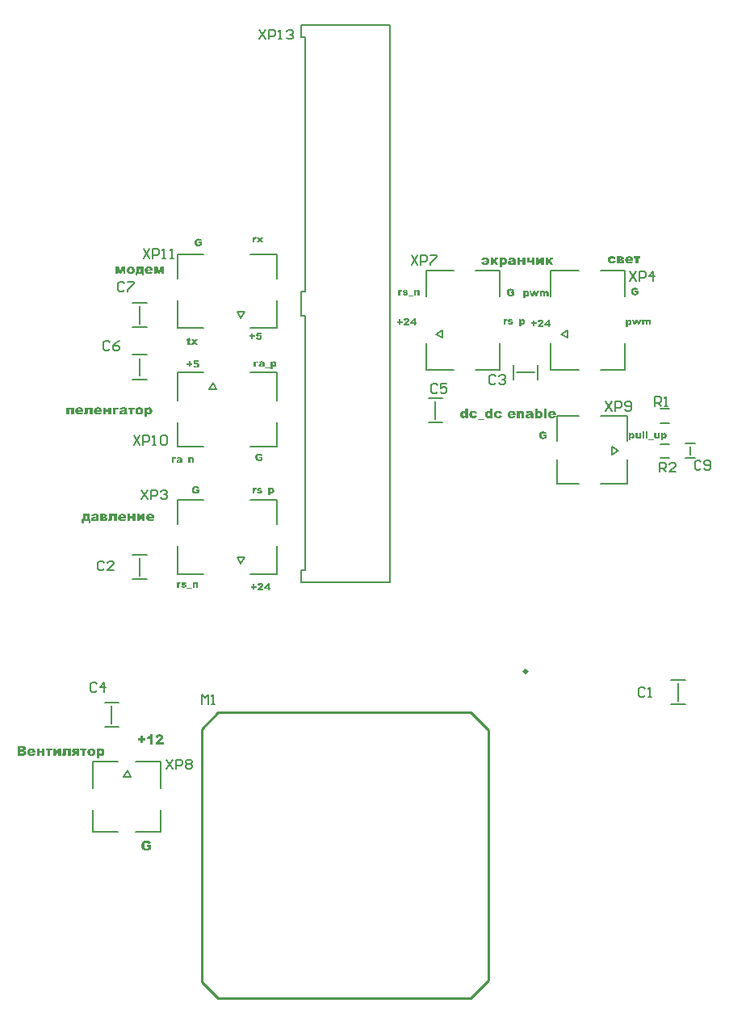
<source format=gto>
G04*
G04 #@! TF.GenerationSoftware,Altium Limited,Altium Designer,25.5.2 (35)*
G04*
G04 Layer_Color=65535*
%FSLAX44Y44*%
%MOMM*%
G71*
G04*
G04 #@! TF.SameCoordinates,F72C58DA-7479-44D0-9E82-083B63CA5D52*
G04*
G04*
G04 #@! TF.FilePolarity,Positive*
G04*
G01*
G75*
%ADD10C,0.3000*%
%ADD11C,0.1270*%
%ADD12C,0.1500*%
%ADD13C,0.2000*%
%ADD14C,0.2540*%
G36*
X685540Y638525D02*
X682887D01*
Y639598D01*
X682868Y639559D01*
X682790Y639481D01*
X682692Y639364D01*
X682555Y639227D01*
X682399Y639052D01*
X682243Y638915D01*
X682068Y638779D01*
X681892Y638662D01*
X681873Y638642D01*
X681775Y638623D01*
X681658Y638564D01*
X681483Y638506D01*
X681288Y638447D01*
X681053Y638408D01*
X680800Y638369D01*
X680527Y638350D01*
X680390D01*
X680273Y638369D01*
X680156Y638389D01*
X680020Y638408D01*
X679688Y638486D01*
X679317Y638623D01*
X679122Y638720D01*
X678927Y638837D01*
X678752Y638954D01*
X678576Y639110D01*
X678400Y639286D01*
X678244Y639481D01*
Y639501D01*
X678205Y639539D01*
X678166Y639598D01*
X678127Y639696D01*
X678069Y639793D01*
X677991Y639930D01*
X677932Y640086D01*
X677854Y640261D01*
X677718Y640671D01*
X677581Y641139D01*
X677503Y641666D01*
X677464Y642251D01*
Y642271D01*
Y642329D01*
Y642427D01*
X677484Y642563D01*
Y642700D01*
X677503Y642875D01*
X677581Y643285D01*
X677679Y643734D01*
X677835Y644202D01*
X678049Y644650D01*
X678166Y644865D01*
X678322Y645060D01*
X678342Y645080D01*
X678361Y645099D01*
X678478Y645216D01*
X678673Y645372D01*
X678927Y645548D01*
X679259Y645723D01*
X679629Y645879D01*
X680059Y645996D01*
X680293Y646016D01*
X680546Y646035D01*
X680663D01*
X680780Y646016D01*
X680936D01*
X681112Y645977D01*
X681307Y645938D01*
X681522Y645879D01*
X681717Y645801D01*
X681736D01*
X681814Y645762D01*
X681912Y645704D01*
X682048Y645645D01*
X682204Y645548D01*
X682360Y645431D01*
X682536Y645294D01*
X682692Y645138D01*
Y648669D01*
X685540D01*
Y638525D01*
D02*
G37*
G36*
X659576D02*
X656923D01*
Y639598D01*
X656904Y639559D01*
X656825Y639481D01*
X656728Y639364D01*
X656591Y639227D01*
X656435Y639052D01*
X656279Y638915D01*
X656104Y638779D01*
X655928Y638662D01*
X655909Y638642D01*
X655811Y638623D01*
X655694Y638564D01*
X655518Y638506D01*
X655323Y638447D01*
X655089Y638408D01*
X654836Y638369D01*
X654563Y638350D01*
X654426D01*
X654309Y638369D01*
X654192Y638389D01*
X654055Y638408D01*
X653724Y638486D01*
X653353Y638623D01*
X653158Y638720D01*
X652963Y638837D01*
X652787Y638954D01*
X652612Y639110D01*
X652436Y639286D01*
X652280Y639481D01*
Y639501D01*
X652241Y639539D01*
X652202Y639598D01*
X652163Y639696D01*
X652105Y639793D01*
X652027Y639930D01*
X651968Y640086D01*
X651890Y640261D01*
X651754Y640671D01*
X651617Y641139D01*
X651539Y641666D01*
X651500Y642251D01*
Y642271D01*
Y642329D01*
Y642427D01*
X651519Y642563D01*
Y642700D01*
X651539Y642875D01*
X651617Y643285D01*
X651715Y643734D01*
X651871Y644202D01*
X652085Y644650D01*
X652202Y644865D01*
X652358Y645060D01*
X652378Y645080D01*
X652397Y645099D01*
X652514Y645216D01*
X652709Y645372D01*
X652963Y645548D01*
X653295Y645723D01*
X653665Y645879D01*
X654094Y645996D01*
X654329Y646016D01*
X654582Y646035D01*
X654699D01*
X654816Y646016D01*
X654972D01*
X655148Y645977D01*
X655343Y645938D01*
X655557Y645879D01*
X655753Y645801D01*
X655772D01*
X655850Y645762D01*
X655948Y645704D01*
X656084Y645645D01*
X656240Y645548D01*
X656396Y645431D01*
X656572Y645294D01*
X656728Y645138D01*
Y648669D01*
X659576D01*
Y638525D01*
D02*
G37*
G36*
X716303Y646016D02*
X716517Y645996D01*
X716771Y645957D01*
X717064Y645860D01*
X717376Y645743D01*
X717668Y645567D01*
X717942Y645333D01*
X717961Y645294D01*
X718039Y645197D01*
X718156Y645041D01*
X718273Y644807D01*
X718390Y644494D01*
X718507Y644124D01*
X718585Y643695D01*
X718605Y643187D01*
Y638525D01*
X715776D01*
Y642563D01*
Y642602D01*
Y642680D01*
X715757Y642797D01*
X715737Y642934D01*
X715659Y643265D01*
X715601Y643421D01*
X715503Y643539D01*
X715484Y643558D01*
X715464Y643577D01*
X715406Y643636D01*
X715328Y643695D01*
X715230Y643734D01*
X715094Y643792D01*
X714957Y643812D01*
X714801Y643831D01*
X714723D01*
X714625Y643812D01*
X714508Y643792D01*
X714372Y643734D01*
X714235Y643675D01*
X714099Y643577D01*
X713982Y643441D01*
X713962Y643421D01*
X713942Y643363D01*
X713884Y643265D01*
X713826Y643129D01*
X713767Y642934D01*
X713728Y642680D01*
X713689Y642388D01*
X713669Y642037D01*
Y638525D01*
X710860D01*
Y645860D01*
X713474D01*
Y644670D01*
X713494Y644709D01*
X713572Y644787D01*
X713689Y644923D01*
X713845Y645080D01*
X714021Y645236D01*
X714216Y645411D01*
X714430Y645567D01*
X714645Y645704D01*
X714664Y645723D01*
X714762Y645762D01*
X714879Y645801D01*
X715054Y645879D01*
X715269Y645938D01*
X715523Y645977D01*
X715796Y646016D01*
X716108Y646035D01*
X716225D01*
X716303Y646016D01*
D02*
G37*
G36*
X691626D02*
X691802Y645996D01*
X692192Y645957D01*
X692641Y645879D01*
X693089Y645762D01*
X693519Y645606D01*
X693733Y645509D01*
X693909Y645392D01*
X693928D01*
X693948Y645353D01*
X694065Y645275D01*
X694240Y645119D01*
X694435Y644923D01*
X694650Y644650D01*
X694884Y644338D01*
X695079Y643948D01*
X695255Y643519D01*
X692602Y643168D01*
Y643187D01*
X692582Y643246D01*
X692543Y643324D01*
X692485Y643421D01*
X692348Y643656D01*
X692251Y643753D01*
X692133Y643851D01*
X692114Y643870D01*
X692075Y643890D01*
X691997Y643929D01*
X691899Y643987D01*
X691782Y644026D01*
X691626Y644065D01*
X691451Y644085D01*
X691256Y644104D01*
X691139D01*
X691022Y644085D01*
X690865Y644046D01*
X690690Y643987D01*
X690495Y643890D01*
X690319Y643773D01*
X690144Y643597D01*
X690124Y643577D01*
X690085Y643500D01*
X690007Y643382D01*
X689929Y643226D01*
X689851Y643012D01*
X689773Y642739D01*
X689734Y642427D01*
X689715Y642076D01*
Y642037D01*
Y641919D01*
X689734Y641763D01*
X689773Y641568D01*
X689812Y641354D01*
X689890Y641120D01*
X689988Y640905D01*
X690124Y640710D01*
X690144Y640691D01*
X690202Y640632D01*
X690300Y640554D01*
X690417Y640476D01*
X690573Y640398D01*
X690768Y640320D01*
X690983Y640261D01*
X691217Y640242D01*
X691314D01*
X691412Y640261D01*
X691529Y640281D01*
X691841Y640359D01*
X691997Y640417D01*
X692133Y640515D01*
X692153Y640534D01*
X692192Y640573D01*
X692270Y640632D01*
X692348Y640730D01*
X692446Y640846D01*
X692543Y641003D01*
X692641Y641178D01*
X692719Y641393D01*
X695391Y641081D01*
X695372Y641042D01*
X695352Y640944D01*
X695294Y640788D01*
X695216Y640593D01*
X695099Y640359D01*
X694982Y640105D01*
X694826Y639852D01*
X694650Y639618D01*
X694630Y639598D01*
X694552Y639520D01*
X694455Y639403D01*
X694299Y639266D01*
X694104Y639130D01*
X693889Y638974D01*
X693635Y638818D01*
X693362Y638681D01*
X693323Y638662D01*
X693226Y638623D01*
X693050Y638584D01*
X692816Y638525D01*
X692543Y638447D01*
X692192Y638408D01*
X691802Y638369D01*
X691373Y638350D01*
X691178D01*
X690963Y638369D01*
X690690D01*
X690378Y638408D01*
X690066Y638447D01*
X689734Y638486D01*
X689422Y638564D01*
X689383Y638584D01*
X689285Y638603D01*
X689149Y638662D01*
X688954Y638740D01*
X688759Y638837D01*
X688525Y638954D01*
X688291Y639091D01*
X688076Y639266D01*
X688056Y639286D01*
X687979Y639344D01*
X687881Y639462D01*
X687764Y639598D01*
X687627Y639754D01*
X687491Y639949D01*
X687354Y640164D01*
X687218Y640398D01*
X687198Y640437D01*
X687179Y640515D01*
X687120Y640671D01*
X687062Y640866D01*
X687003Y641120D01*
X686964Y641412D01*
X686925Y641763D01*
X686906Y642153D01*
Y642173D01*
Y642212D01*
Y642271D01*
Y642349D01*
X686925Y642544D01*
X686945Y642817D01*
X687003Y643109D01*
X687062Y643421D01*
X687159Y643753D01*
X687276Y644046D01*
X687296Y644065D01*
X687335Y644143D01*
X687393Y644241D01*
X687491Y644377D01*
X687588Y644533D01*
X687725Y644689D01*
X687881Y644865D01*
X688056Y645021D01*
X688076Y645041D01*
X688135Y645099D01*
X688232Y645177D01*
X688369Y645275D01*
X688525Y645372D01*
X688700Y645489D01*
X688876Y645587D01*
X689071Y645684D01*
X689110Y645704D01*
X689227Y645743D01*
X689402Y645801D01*
X689637Y645860D01*
X689949Y645918D01*
X690300Y645977D01*
X690710Y646016D01*
X691178Y646035D01*
X691470D01*
X691626Y646016D01*
D02*
G37*
G36*
X665662D02*
X665838Y645996D01*
X666228Y645957D01*
X666677Y645879D01*
X667125Y645762D01*
X667554Y645606D01*
X667769Y645509D01*
X667945Y645392D01*
X667964D01*
X667984Y645353D01*
X668101Y645275D01*
X668276Y645119D01*
X668471Y644923D01*
X668686Y644650D01*
X668920Y644338D01*
X669115Y643948D01*
X669291Y643519D01*
X666638Y643168D01*
Y643187D01*
X666618Y643246D01*
X666579Y643324D01*
X666520Y643421D01*
X666384Y643656D01*
X666286Y643753D01*
X666169Y643851D01*
X666150Y643870D01*
X666111Y643890D01*
X666033Y643929D01*
X665935Y643987D01*
X665818Y644026D01*
X665662Y644065D01*
X665487Y644085D01*
X665292Y644104D01*
X665174D01*
X665058Y644085D01*
X664901Y644046D01*
X664726Y643987D01*
X664531Y643890D01*
X664355Y643773D01*
X664180Y643597D01*
X664160Y643577D01*
X664121Y643500D01*
X664043Y643382D01*
X663965Y643226D01*
X663887Y643012D01*
X663809Y642739D01*
X663770Y642427D01*
X663751Y642076D01*
Y642037D01*
Y641919D01*
X663770Y641763D01*
X663809Y641568D01*
X663848Y641354D01*
X663926Y641120D01*
X664024Y640905D01*
X664160Y640710D01*
X664180Y640691D01*
X664238Y640632D01*
X664336Y640554D01*
X664453Y640476D01*
X664609Y640398D01*
X664804Y640320D01*
X665018Y640261D01*
X665253Y640242D01*
X665350D01*
X665448Y640261D01*
X665565Y640281D01*
X665877Y640359D01*
X666033Y640417D01*
X666169Y640515D01*
X666189Y640534D01*
X666228Y640573D01*
X666306Y640632D01*
X666384Y640730D01*
X666481Y640846D01*
X666579Y641003D01*
X666677Y641178D01*
X666755Y641393D01*
X669427Y641081D01*
X669408Y641042D01*
X669388Y640944D01*
X669330Y640788D01*
X669251Y640593D01*
X669135Y640359D01*
X669017Y640105D01*
X668861Y639852D01*
X668686Y639618D01*
X668666Y639598D01*
X668588Y639520D01*
X668491Y639403D01*
X668335Y639266D01*
X668140Y639130D01*
X667925Y638974D01*
X667672Y638818D01*
X667398Y638681D01*
X667359Y638662D01*
X667262Y638623D01*
X667086Y638584D01*
X666852Y638525D01*
X666579Y638447D01*
X666228Y638408D01*
X665838Y638369D01*
X665409Y638350D01*
X665214D01*
X664999Y638369D01*
X664726D01*
X664414Y638408D01*
X664102Y638447D01*
X663770Y638486D01*
X663458Y638564D01*
X663419Y638584D01*
X663321Y638603D01*
X663185Y638662D01*
X662990Y638740D01*
X662795Y638837D01*
X662561Y638954D01*
X662327Y639091D01*
X662112Y639266D01*
X662092Y639286D01*
X662014Y639344D01*
X661917Y639462D01*
X661800Y639598D01*
X661663Y639754D01*
X661527Y639949D01*
X661390Y640164D01*
X661254Y640398D01*
X661234Y640437D01*
X661215Y640515D01*
X661156Y640671D01*
X661097Y640866D01*
X661039Y641120D01*
X661000Y641412D01*
X660961Y641763D01*
X660941Y642153D01*
Y642173D01*
Y642212D01*
Y642271D01*
Y642349D01*
X660961Y642544D01*
X660981Y642817D01*
X661039Y643109D01*
X661097Y643421D01*
X661195Y643753D01*
X661312Y644046D01*
X661332Y644065D01*
X661371Y644143D01*
X661429Y644241D01*
X661527Y644377D01*
X661624Y644533D01*
X661761Y644689D01*
X661917Y644865D01*
X662092Y645021D01*
X662112Y645041D01*
X662170Y645099D01*
X662268Y645177D01*
X662404Y645275D01*
X662561Y645372D01*
X662736Y645489D01*
X662912Y645587D01*
X663107Y645684D01*
X663146Y645704D01*
X663263Y645743D01*
X663438Y645801D01*
X663672Y645860D01*
X663985Y645918D01*
X664336Y645977D01*
X664745Y646016D01*
X665214Y646035D01*
X665506D01*
X665662Y646016D01*
D02*
G37*
G36*
X742111Y638525D02*
X739282D01*
Y648669D01*
X742111D01*
Y638525D01*
D02*
G37*
G36*
X724671Y646016D02*
X725003Y645996D01*
X725335Y645977D01*
X725666Y645938D01*
X725978Y645879D01*
X726018D01*
X726115Y645860D01*
X726252Y645821D01*
X726427Y645762D01*
X726642Y645684D01*
X726856Y645567D01*
X727071Y645450D01*
X727266Y645294D01*
X727286Y645275D01*
X727325Y645236D01*
X727383Y645158D01*
X727461Y645060D01*
X727559Y644943D01*
X727656Y644787D01*
X727754Y644611D01*
X727832Y644397D01*
X727851Y644377D01*
X727871Y644299D01*
X727910Y644182D01*
X727949Y644046D01*
X727988Y643890D01*
X728007Y643714D01*
X728046Y643519D01*
Y643324D01*
Y640086D01*
Y640066D01*
Y640008D01*
Y639910D01*
Y639793D01*
X728066Y639520D01*
X728085Y639384D01*
X728105Y639266D01*
Y639247D01*
X728124Y639208D01*
X728144Y639149D01*
X728163Y639071D01*
X728202Y638954D01*
X728261Y638837D01*
X728397Y638525D01*
X725744D01*
Y638545D01*
X725725Y638564D01*
X725666Y638681D01*
X725588Y638818D01*
X725530Y638935D01*
Y638974D01*
X725510Y639052D01*
X725491Y639208D01*
X725452Y639403D01*
X725432Y639384D01*
X725354Y639325D01*
X725237Y639227D01*
X725101Y639110D01*
X724925Y638993D01*
X724750Y638857D01*
X724555Y638740D01*
X724340Y638642D01*
X724301Y638623D01*
X724203Y638603D01*
X724047Y638545D01*
X723852Y638506D01*
X723599Y638447D01*
X723306Y638389D01*
X722974Y638369D01*
X722623Y638350D01*
X722506D01*
X722409Y638369D01*
X722292D01*
X722175Y638389D01*
X721882Y638428D01*
X721550Y638506D01*
X721219Y638603D01*
X720907Y638759D01*
X720614Y638954D01*
X720594Y638974D01*
X720517Y639071D01*
X720399Y639188D01*
X720282Y639364D01*
X720165Y639579D01*
X720048Y639852D01*
X719970Y640144D01*
X719951Y640456D01*
Y640476D01*
Y640495D01*
Y640593D01*
X719970Y640749D01*
X720009Y640944D01*
X720068Y641159D01*
X720165Y641393D01*
X720282Y641607D01*
X720438Y641822D01*
X720458Y641841D01*
X720536Y641919D01*
X720653Y642017D01*
X720848Y642134D01*
X721082Y642251D01*
X721394Y642388D01*
X721784Y642524D01*
X722233Y642622D01*
X722253D01*
X722311Y642641D01*
X722389Y642661D01*
X722487Y642680D01*
X722623Y642700D01*
X722760Y642739D01*
X723091Y642797D01*
X723423Y642875D01*
X723774Y642953D01*
X724067Y643012D01*
X724184Y643051D01*
X724281Y643070D01*
X724301D01*
X724359Y643090D01*
X724457Y643129D01*
X724594Y643168D01*
X724750Y643226D01*
X724925Y643285D01*
X725296Y643421D01*
Y643441D01*
Y643500D01*
X725276Y643597D01*
Y643695D01*
X725198Y643948D01*
X725159Y644046D01*
X725081Y644143D01*
Y644163D01*
X725042Y644182D01*
X724984Y644221D01*
X724906Y644260D01*
X724808Y644299D01*
X724671Y644319D01*
X724515Y644358D01*
X724203D01*
X724086Y644338D01*
X723930D01*
X723599Y644260D01*
X723423Y644202D01*
X723287Y644124D01*
X723267D01*
X723248Y644085D01*
X723189Y644046D01*
X723130Y643987D01*
X723072Y643890D01*
X722994Y643773D01*
X722916Y643636D01*
X722857Y643480D01*
X720165Y643773D01*
Y643812D01*
X720185Y643890D01*
X720224Y644007D01*
X720263Y644182D01*
X720399Y644533D01*
X720497Y644709D01*
X720594Y644865D01*
X720614Y644884D01*
X720653Y644943D01*
X720712Y645002D01*
X720809Y645099D01*
X720926Y645216D01*
X721063Y645333D01*
X721219Y645450D01*
X721414Y645567D01*
X721433Y645587D01*
X721492Y645606D01*
X721570Y645645D01*
X721687Y645684D01*
X721843Y645743D01*
X722038Y645801D01*
X722253Y645860D01*
X722487Y645899D01*
X722526D01*
X722604Y645918D01*
X722740Y645938D01*
X722935Y645977D01*
X723150Y645996D01*
X723384Y646016D01*
X723657Y646035D01*
X724398D01*
X724671Y646016D01*
D02*
G37*
G36*
X748080D02*
X748236D01*
X748587Y645977D01*
X748978Y645918D01*
X749387Y645821D01*
X749797Y645704D01*
X750167Y645548D01*
X750187D01*
X750206Y645528D01*
X750323Y645450D01*
X750480Y645353D01*
X750694Y645197D01*
X750909Y644982D01*
X751143Y644748D01*
X751357Y644475D01*
X751552Y644143D01*
Y644124D01*
X751572Y644104D01*
X751591Y644046D01*
X751630Y643987D01*
X751709Y643792D01*
X751806Y643519D01*
X751884Y643187D01*
X751962Y642778D01*
X752021Y642310D01*
X752040Y641802D01*
Y641490D01*
X746422D01*
Y641451D01*
X746441Y641373D01*
X746461Y641256D01*
X746480Y641100D01*
X746598Y640769D01*
X746676Y640612D01*
X746773Y640476D01*
X746793Y640456D01*
X746851Y640398D01*
X746929Y640320D01*
X747066Y640242D01*
X747202Y640164D01*
X747397Y640086D01*
X747592Y640027D01*
X747827Y640008D01*
X747905D01*
X747983Y640027D01*
X748080D01*
X748353Y640086D01*
X748626Y640203D01*
X748646D01*
X748665Y640222D01*
X748763Y640320D01*
X748919Y640456D01*
X749114Y640671D01*
X751884Y640417D01*
Y640398D01*
X751864Y640378D01*
X751825Y640320D01*
X751767Y640242D01*
X751630Y640047D01*
X751455Y639793D01*
X751221Y639539D01*
X750967Y639266D01*
X750675Y639032D01*
X750343Y638818D01*
X750323D01*
X750304Y638798D01*
X750245Y638779D01*
X750187Y638740D01*
X750089Y638701D01*
X749972Y638662D01*
X749836Y638623D01*
X749680Y638584D01*
X749504Y638545D01*
X749329Y638506D01*
X748880Y638428D01*
X748353Y638369D01*
X747768Y638350D01*
X747534D01*
X747397Y638369D01*
X747261D01*
X746929Y638408D01*
X746559Y638447D01*
X746188Y638525D01*
X745798Y638623D01*
X745466Y638759D01*
X745427Y638779D01*
X745330Y638837D01*
X745174Y638935D01*
X744998Y639071D01*
X744764Y639266D01*
X744549Y639481D01*
X744315Y639754D01*
X744101Y640066D01*
Y640086D01*
X744081Y640105D01*
X744023Y640222D01*
X743925Y640417D01*
X743828Y640671D01*
X743730Y640983D01*
X743633Y641334D01*
X743574Y641744D01*
X743555Y642173D01*
Y642193D01*
Y642251D01*
Y642349D01*
X743574Y642466D01*
X743594Y642602D01*
X743613Y642778D01*
X743691Y643168D01*
X743828Y643616D01*
X744023Y644065D01*
X744140Y644299D01*
X744296Y644533D01*
X744452Y644748D01*
X744647Y644962D01*
X744666Y644982D01*
X744705Y645002D01*
X744764Y645060D01*
X744842Y645138D01*
X744959Y645216D01*
X745096Y645294D01*
X745252Y645392D01*
X745447Y645509D01*
X745642Y645606D01*
X745876Y645704D01*
X746129Y645782D01*
X746383Y645860D01*
X746695Y645938D01*
X747007Y645996D01*
X747339Y646016D01*
X747690Y646035D01*
X747944D01*
X748080Y646016D01*
D02*
G37*
G36*
X732591Y645138D02*
X732611Y645158D01*
X732670Y645216D01*
X732747Y645294D01*
X732865Y645392D01*
X733001Y645489D01*
X733157Y645606D01*
X733333Y645704D01*
X733528Y645801D01*
X733547Y645821D01*
X733625Y645840D01*
X733742Y645879D01*
X733879Y645918D01*
X734054Y645957D01*
X734269Y645996D01*
X734484Y646035D01*
X734854D01*
X734952Y646016D01*
X735049D01*
X735186Y645977D01*
X735498Y645918D01*
X735849Y645801D01*
X736220Y645626D01*
X736415Y645509D01*
X736590Y645392D01*
X736766Y645236D01*
X736942Y645060D01*
X736961Y645041D01*
X736981Y645021D01*
X737020Y644962D01*
X737078Y644884D01*
X737137Y644787D01*
X737215Y644650D01*
X737293Y644514D01*
X737390Y644358D01*
X737468Y644163D01*
X737546Y643948D01*
X737624Y643734D01*
X737683Y643480D01*
X737741Y643207D01*
X737780Y642934D01*
X737819Y642622D01*
Y642290D01*
Y642271D01*
Y642232D01*
Y642173D01*
Y642095D01*
X737800Y641978D01*
Y641861D01*
X737761Y641568D01*
X737722Y641237D01*
X737644Y640885D01*
X737546Y640515D01*
X737410Y640164D01*
Y640144D01*
X737390Y640125D01*
X737332Y640008D01*
X737234Y639852D01*
X737117Y639657D01*
X736961Y639422D01*
X736766Y639208D01*
X736551Y638993D01*
X736298Y638798D01*
X736259Y638779D01*
X736181Y638720D01*
X736025Y638662D01*
X735849Y638584D01*
X735615Y638486D01*
X735342Y638428D01*
X735049Y638369D01*
X734737Y638350D01*
X734620D01*
X734464Y638369D01*
X734288Y638389D01*
X734074Y638428D01*
X733840Y638486D01*
X733606Y638564D01*
X733372Y638662D01*
X733352Y638681D01*
X733294Y638720D01*
X733196Y638779D01*
X733079Y638876D01*
X732923Y638993D01*
X732767Y639169D01*
X732572Y639364D01*
X732377Y639598D01*
Y638525D01*
X729743D01*
Y648669D01*
X732591D01*
Y645138D01*
D02*
G37*
G36*
X705593Y646016D02*
X705750D01*
X706101Y645977D01*
X706491Y645918D01*
X706900Y645821D01*
X707310Y645704D01*
X707681Y645548D01*
X707700D01*
X707720Y645528D01*
X707837Y645450D01*
X707993Y645353D01*
X708207Y645197D01*
X708422Y644982D01*
X708656Y644748D01*
X708871Y644475D01*
X709066Y644143D01*
Y644124D01*
X709085Y644104D01*
X709105Y644046D01*
X709144Y643987D01*
X709222Y643792D01*
X709319Y643519D01*
X709397Y643187D01*
X709475Y642778D01*
X709534Y642310D01*
X709553Y641802D01*
Y641490D01*
X703935D01*
Y641451D01*
X703955Y641373D01*
X703974Y641256D01*
X703994Y641100D01*
X704111Y640769D01*
X704189Y640612D01*
X704286Y640476D01*
X704306Y640456D01*
X704364Y640398D01*
X704443Y640320D01*
X704579Y640242D01*
X704716Y640164D01*
X704911Y640086D01*
X705106Y640027D01*
X705340Y640008D01*
X705418D01*
X705496Y640027D01*
X705593D01*
X705867Y640086D01*
X706140Y640203D01*
X706159D01*
X706179Y640222D01*
X706276Y640320D01*
X706432Y640456D01*
X706627Y640671D01*
X709397Y640417D01*
Y640398D01*
X709378Y640378D01*
X709339Y640320D01*
X709280Y640242D01*
X709144Y640047D01*
X708968Y639793D01*
X708734Y639539D01*
X708481Y639266D01*
X708188Y639032D01*
X707856Y638818D01*
X707837D01*
X707817Y638798D01*
X707759Y638779D01*
X707700Y638740D01*
X707603Y638701D01*
X707486Y638662D01*
X707349Y638623D01*
X707193Y638584D01*
X707018Y638545D01*
X706842Y638506D01*
X706393Y638428D01*
X705867Y638369D01*
X705281Y638350D01*
X705047D01*
X704911Y638369D01*
X704774D01*
X704443Y638408D01*
X704072Y638447D01*
X703701Y638525D01*
X703311Y638623D01*
X702980Y638759D01*
X702941Y638779D01*
X702843Y638837D01*
X702687Y638935D01*
X702511Y639071D01*
X702277Y639266D01*
X702063Y639481D01*
X701829Y639754D01*
X701614Y640066D01*
Y640086D01*
X701594Y640105D01*
X701536Y640222D01*
X701438Y640417D01*
X701341Y640671D01*
X701243Y640983D01*
X701146Y641334D01*
X701087Y641744D01*
X701068Y642173D01*
Y642193D01*
Y642251D01*
Y642349D01*
X701087Y642466D01*
X701107Y642602D01*
X701126Y642778D01*
X701204Y643168D01*
X701341Y643616D01*
X701536Y644065D01*
X701653Y644299D01*
X701809Y644533D01*
X701965Y644748D01*
X702160Y644962D01*
X702180Y644982D01*
X702219Y645002D01*
X702277Y645060D01*
X702355Y645138D01*
X702472Y645216D01*
X702609Y645294D01*
X702765Y645392D01*
X702960Y645509D01*
X703155Y645606D01*
X703389Y645704D01*
X703643Y645782D01*
X703896Y645860D01*
X704208Y645938D01*
X704521Y645996D01*
X704852Y646016D01*
X705203Y646035D01*
X705457D01*
X705593Y646016D01*
D02*
G37*
G36*
X677035Y636750D02*
X669798D01*
Y637452D01*
X677035D01*
Y636750D01*
D02*
G37*
G36*
X738785Y624356D02*
X739049Y624342D01*
X739356Y624313D01*
X739678Y624269D01*
X739970Y624210D01*
X740102Y624181D01*
X740234Y624137D01*
X740248D01*
X740263Y624122D01*
X740336Y624093D01*
X740453Y624035D01*
X740600Y623961D01*
X740760Y623859D01*
X740936Y623742D01*
X741112Y623596D01*
X741273Y623420D01*
X741287Y623405D01*
X741346Y623332D01*
X741419Y623230D01*
X741507Y623098D01*
X741609Y622923D01*
X741712Y622718D01*
X741814Y622469D01*
X741902Y622206D01*
X739634Y621811D01*
Y621825D01*
X739605Y621884D01*
X739576Y621957D01*
X739517Y622060D01*
X739458Y622162D01*
X739371Y622264D01*
X739268Y622381D01*
X739151Y622469D01*
X739137Y622484D01*
X739093Y622513D01*
X739019Y622542D01*
X738917Y622586D01*
X738800Y622630D01*
X738639Y622674D01*
X738478Y622689D01*
X738288Y622703D01*
X738215D01*
X738156Y622689D01*
X738025Y622674D01*
X737849Y622630D01*
X737644Y622572D01*
X737439Y622469D01*
X737249Y622337D01*
X737059Y622162D01*
X737044Y622133D01*
X736986Y622060D01*
X736913Y621928D01*
X736840Y621752D01*
X736752Y621504D01*
X736679Y621211D01*
X736620Y620860D01*
X736606Y620670D01*
Y620450D01*
Y620436D01*
Y620392D01*
Y620333D01*
X736620Y620245D01*
Y620143D01*
X736635Y620041D01*
X736664Y619777D01*
X736723Y619485D01*
X736796Y619192D01*
X736913Y618929D01*
X736986Y618797D01*
X737059Y618694D01*
X737088Y618665D01*
X737147Y618607D01*
X737249Y618534D01*
X737396Y618431D01*
X737586Y618329D01*
X737805Y618256D01*
X738069Y618197D01*
X738361Y618168D01*
X738508D01*
X738610Y618182D01*
X738712Y618197D01*
X738844Y618212D01*
X739107Y618270D01*
X739122D01*
X739166Y618299D01*
X739254Y618329D01*
X739356Y618358D01*
X739473Y618417D01*
X739619Y618490D01*
X739766Y618563D01*
X739941Y618665D01*
Y619397D01*
X738361D01*
Y620977D01*
X742004D01*
Y617714D01*
X741990Y617700D01*
X741960Y617685D01*
X741902Y617641D01*
X741829Y617597D01*
X741741Y617539D01*
X741624Y617480D01*
X741375Y617334D01*
X741082Y617173D01*
X740775Y617012D01*
X740453Y616866D01*
X740146Y616749D01*
X740131D01*
X740117Y616734D01*
X740058Y616719D01*
X740000Y616705D01*
X739927Y616690D01*
X739839Y616676D01*
X739605Y616632D01*
X739327Y616573D01*
X739005Y616544D01*
X738639Y616515D01*
X738244Y616500D01*
X738112D01*
X738025Y616515D01*
X737908D01*
X737776Y616529D01*
X737630Y616544D01*
X737469Y616558D01*
X737118Y616617D01*
X736752Y616690D01*
X736371Y616807D01*
X736035Y616954D01*
X736020D01*
X735991Y616983D01*
X735947Y616997D01*
X735889Y617041D01*
X735742Y617144D01*
X735552Y617305D01*
X735347Y617495D01*
X735128Y617729D01*
X734908Y618007D01*
X734718Y618329D01*
Y618343D01*
X734704Y618373D01*
X734674Y618417D01*
X734645Y618490D01*
X734616Y618577D01*
X734572Y618680D01*
X734528Y618797D01*
X734484Y618943D01*
X734396Y619250D01*
X734323Y619602D01*
X734265Y620011D01*
X734250Y620436D01*
Y620450D01*
Y620494D01*
Y620553D01*
X734265Y620640D01*
Y620757D01*
X734279Y620874D01*
X734294Y621021D01*
X734308Y621167D01*
X734382Y621518D01*
X734470Y621869D01*
X734586Y622250D01*
X734762Y622601D01*
Y622616D01*
X734791Y622645D01*
X734821Y622689D01*
X734865Y622747D01*
X734982Y622923D01*
X735143Y623128D01*
X735362Y623347D01*
X735611Y623581D01*
X735918Y623801D01*
X736269Y623991D01*
X736284D01*
X736298Y624005D01*
X736357Y624020D01*
X736415Y624049D01*
X736488Y624078D01*
X736576Y624108D01*
X736693Y624152D01*
X736825Y624181D01*
X736957Y624210D01*
X737118Y624254D01*
X737469Y624313D01*
X737878Y624356D01*
X738346Y624371D01*
X738654D01*
X738785Y624356D01*
D02*
G37*
G36*
X865806Y622710D02*
X865909Y622696D01*
X866011Y622681D01*
X866260Y622622D01*
X866523Y622520D01*
X866669Y622447D01*
X866816Y622374D01*
X866947Y622271D01*
X867079Y622154D01*
X867211Y622023D01*
X867328Y621876D01*
X867343Y621862D01*
X867357Y621832D01*
X867386Y621788D01*
X867430Y621730D01*
X867474Y621642D01*
X867518Y621540D01*
X867577Y621423D01*
X867635Y621291D01*
X867752Y620998D01*
X867840Y620633D01*
X867913Y620238D01*
X867942Y619784D01*
Y619770D01*
Y619726D01*
Y619652D01*
X867928Y619565D01*
Y619448D01*
X867913Y619316D01*
X867855Y619009D01*
X867781Y618672D01*
X867664Y618321D01*
X867503Y617985D01*
X867401Y617824D01*
X867284Y617677D01*
Y617663D01*
X867255Y617648D01*
X867167Y617560D01*
X867021Y617458D01*
X866830Y617326D01*
X866582Y617195D01*
X866304Y617077D01*
X865982Y616990D01*
X865806Y616975D01*
X865616Y616960D01*
X865528D01*
X865441Y616975D01*
X865323D01*
X865192Y617004D01*
X865031Y617034D01*
X864885Y617063D01*
X864724Y617121D01*
X864709Y617136D01*
X864650Y617151D01*
X864577Y617195D01*
X864490Y617239D01*
X864372Y617312D01*
X864255Y617399D01*
X864138Y617502D01*
X864021Y617619D01*
Y615000D01*
X861885D01*
Y622593D01*
X863860D01*
Y621774D01*
X863875Y621803D01*
X863934Y621862D01*
X864007Y621950D01*
X864109Y622052D01*
X864226Y622169D01*
X864343Y622286D01*
X864475Y622388D01*
X864607Y622476D01*
X864621Y622491D01*
X864694Y622520D01*
X864782Y622549D01*
X864914Y622608D01*
X865060Y622652D01*
X865236Y622681D01*
X865426Y622710D01*
X865631Y622725D01*
X865733D01*
X865806Y622710D01*
D02*
G37*
G36*
X832171D02*
X832273Y622696D01*
X832376Y622681D01*
X832625Y622622D01*
X832888Y622520D01*
X833034Y622447D01*
X833180Y622374D01*
X833312Y622271D01*
X833444Y622154D01*
X833576Y622023D01*
X833692Y621876D01*
X833707Y621862D01*
X833722Y621832D01*
X833751Y621788D01*
X833795Y621730D01*
X833839Y621642D01*
X833883Y621540D01*
X833941Y621423D01*
X834000Y621291D01*
X834117Y620998D01*
X834205Y620633D01*
X834278Y620238D01*
X834307Y619784D01*
Y619770D01*
Y619726D01*
Y619652D01*
X834292Y619565D01*
Y619448D01*
X834278Y619316D01*
X834219Y619009D01*
X834146Y618672D01*
X834029Y618321D01*
X833868Y617985D01*
X833766Y617824D01*
X833649Y617677D01*
Y617663D01*
X833619Y617648D01*
X833532Y617560D01*
X833385Y617458D01*
X833195Y617326D01*
X832946Y617195D01*
X832668Y617077D01*
X832346Y616990D01*
X832171Y616975D01*
X831981Y616960D01*
X831893D01*
X831805Y616975D01*
X831688D01*
X831556Y617004D01*
X831396Y617034D01*
X831249Y617063D01*
X831088Y617121D01*
X831074Y617136D01*
X831015Y617151D01*
X830942Y617195D01*
X830854Y617239D01*
X830737Y617312D01*
X830620Y617399D01*
X830503Y617502D01*
X830386Y617619D01*
Y615000D01*
X828250D01*
Y622593D01*
X830225D01*
Y621774D01*
X830240Y621803D01*
X830298Y621862D01*
X830371Y621950D01*
X830474Y622052D01*
X830591Y622169D01*
X830708Y622286D01*
X830840Y622388D01*
X830971Y622476D01*
X830986Y622491D01*
X831059Y622520D01*
X831147Y622549D01*
X831279Y622608D01*
X831425Y622652D01*
X831600Y622681D01*
X831791Y622710D01*
X831995Y622725D01*
X832098D01*
X832171Y622710D01*
D02*
G37*
G36*
X860598Y617092D02*
X858623D01*
Y617970D01*
X858608Y617941D01*
X858550Y617882D01*
X858462Y617780D01*
X858345Y617677D01*
X858213Y617546D01*
X858067Y617414D01*
X857906Y617297D01*
X857730Y617195D01*
X857716Y617180D01*
X857657Y617165D01*
X857555Y617121D01*
X857423Y617077D01*
X857277Y617034D01*
X857087Y617004D01*
X856867Y616975D01*
X856633Y616960D01*
X856545D01*
X856487Y616975D01*
X856326Y616990D01*
X856136Y617019D01*
X855916Y617092D01*
X855682Y617180D01*
X855463Y617297D01*
X855258Y617473D01*
X855243Y617502D01*
X855185Y617575D01*
X855111Y617692D01*
X855024Y617868D01*
X854921Y618102D01*
X854848Y618380D01*
X854790Y618702D01*
X854775Y619082D01*
Y622593D01*
X856896D01*
Y619565D01*
Y619535D01*
Y619477D01*
X856911Y619389D01*
X856926Y619272D01*
X856984Y619023D01*
X857028Y618921D01*
X857087Y618819D01*
X857101Y618804D01*
X857116Y618789D01*
X857160Y618760D01*
X857233Y618716D01*
X857306Y618672D01*
X857394Y618643D01*
X857511Y618628D01*
X857628Y618614D01*
X857686D01*
X857759Y618628D01*
X857847Y618643D01*
X857935Y618687D01*
X858037Y618731D01*
X858140Y618804D01*
X858242Y618892D01*
X858257Y618906D01*
X858286Y618950D01*
X858316Y619023D01*
X858374Y619140D01*
X858418Y619272D01*
X858447Y619462D01*
X858476Y619682D01*
X858491Y619945D01*
Y622593D01*
X860598D01*
Y617092D01*
D02*
G37*
G36*
X841125D02*
X839150D01*
Y617970D01*
X839135Y617941D01*
X839077Y617882D01*
X838989Y617780D01*
X838872Y617677D01*
X838740Y617546D01*
X838594Y617414D01*
X838433Y617297D01*
X838257Y617195D01*
X838243Y617180D01*
X838184Y617165D01*
X838082Y617121D01*
X837950Y617077D01*
X837804Y617034D01*
X837614Y617004D01*
X837394Y616975D01*
X837160Y616960D01*
X837072D01*
X837014Y616975D01*
X836853Y616990D01*
X836663Y617019D01*
X836443Y617092D01*
X836209Y617180D01*
X835990Y617297D01*
X835785Y617473D01*
X835770Y617502D01*
X835712Y617575D01*
X835638Y617692D01*
X835551Y617868D01*
X835448Y618102D01*
X835375Y618380D01*
X835316Y618702D01*
X835302Y619082D01*
Y622593D01*
X837423D01*
Y619565D01*
Y619535D01*
Y619477D01*
X837438Y619389D01*
X837453Y619272D01*
X837511Y619023D01*
X837555Y618921D01*
X837614Y618819D01*
X837628Y618804D01*
X837643Y618789D01*
X837687Y618760D01*
X837760Y618716D01*
X837833Y618672D01*
X837921Y618643D01*
X838038Y618628D01*
X838155Y618614D01*
X838213D01*
X838287Y618628D01*
X838374Y618643D01*
X838462Y618687D01*
X838565Y618731D01*
X838667Y618804D01*
X838769Y618892D01*
X838784Y618906D01*
X838813Y618950D01*
X838842Y619023D01*
X838901Y619140D01*
X838945Y619272D01*
X838974Y619462D01*
X839003Y619682D01*
X839018Y619945D01*
Y622593D01*
X841125D01*
Y617092D01*
D02*
G37*
G36*
X848147D02*
X846026D01*
Y624700D01*
X848147D01*
Y617092D01*
D02*
G37*
G36*
X844607D02*
X842485D01*
Y624700D01*
X844607D01*
Y617092D01*
D02*
G37*
G36*
X854219Y615761D02*
X848791D01*
Y616287D01*
X854219D01*
Y615761D01*
D02*
G37*
G36*
X835099Y775066D02*
X835362Y775052D01*
X835669Y775022D01*
X835991Y774978D01*
X836284Y774920D01*
X836416Y774891D01*
X836547Y774847D01*
X836562D01*
X836577Y774832D01*
X836650Y774803D01*
X836767Y774744D01*
X836913Y774671D01*
X837074Y774569D01*
X837250Y774452D01*
X837425Y774305D01*
X837586Y774130D01*
X837601Y774115D01*
X837659Y774042D01*
X837732Y773940D01*
X837820Y773808D01*
X837923Y773632D01*
X838025Y773428D01*
X838127Y773179D01*
X838215Y772915D01*
X835947Y772521D01*
Y772535D01*
X835918Y772594D01*
X835889Y772667D01*
X835830Y772769D01*
X835772Y772872D01*
X835684Y772974D01*
X835582Y773091D01*
X835465Y773179D01*
X835450Y773194D01*
X835406Y773223D01*
X835333Y773252D01*
X835230Y773296D01*
X835114Y773340D01*
X834952Y773384D01*
X834792Y773398D01*
X834601Y773413D01*
X834528D01*
X834470Y773398D01*
X834338Y773384D01*
X834163Y773340D01*
X833958Y773281D01*
X833753Y773179D01*
X833563Y773047D01*
X833372Y772872D01*
X833358Y772842D01*
X833299Y772769D01*
X833226Y772638D01*
X833153Y772462D01*
X833065Y772213D01*
X832992Y771921D01*
X832934Y771570D01*
X832919Y771379D01*
Y771160D01*
Y771145D01*
Y771101D01*
Y771043D01*
X832934Y770955D01*
Y770853D01*
X832948Y770750D01*
X832977Y770487D01*
X833036Y770194D01*
X833109Y769902D01*
X833226Y769638D01*
X833299Y769507D01*
X833372Y769404D01*
X833402Y769375D01*
X833460Y769316D01*
X833563Y769243D01*
X833709Y769141D01*
X833899Y769038D01*
X834119Y768965D01*
X834382Y768907D01*
X834675Y768878D01*
X834821D01*
X834923Y768892D01*
X835026Y768907D01*
X835157Y768921D01*
X835421Y768980D01*
X835435D01*
X835479Y769009D01*
X835567Y769038D01*
X835669Y769068D01*
X835787Y769126D01*
X835933Y769199D01*
X836079Y769273D01*
X836255Y769375D01*
Y770107D01*
X834675D01*
Y771687D01*
X838317D01*
Y768424D01*
X838303Y768409D01*
X838274Y768395D01*
X838215Y768351D01*
X838142Y768307D01*
X838054Y768249D01*
X837937Y768190D01*
X837688Y768044D01*
X837396Y767883D01*
X837089Y767722D01*
X836767Y767576D01*
X836460Y767458D01*
X836445D01*
X836430Y767444D01*
X836372Y767429D01*
X836313Y767414D01*
X836240Y767400D01*
X836152Y767385D01*
X835918Y767341D01*
X835640Y767283D01*
X835318Y767254D01*
X834952Y767224D01*
X834557Y767210D01*
X834426D01*
X834338Y767224D01*
X834221D01*
X834089Y767239D01*
X833943Y767254D01*
X833782Y767268D01*
X833431Y767327D01*
X833065Y767400D01*
X832685Y767517D01*
X832348Y767663D01*
X832334D01*
X832304Y767692D01*
X832261Y767707D01*
X832202Y767751D01*
X832056Y767853D01*
X831865Y768014D01*
X831661Y768205D01*
X831441Y768439D01*
X831222Y768717D01*
X831032Y769038D01*
Y769053D01*
X831017Y769082D01*
X830988Y769126D01*
X830958Y769199D01*
X830929Y769287D01*
X830885Y769390D01*
X830841Y769507D01*
X830798Y769653D01*
X830710Y769960D01*
X830637Y770311D01*
X830578Y770721D01*
X830563Y771145D01*
Y771160D01*
Y771204D01*
Y771262D01*
X830578Y771350D01*
Y771467D01*
X830593Y771584D01*
X830607Y771730D01*
X830622Y771877D01*
X830695Y772228D01*
X830783Y772579D01*
X830900Y772959D01*
X831076Y773311D01*
Y773325D01*
X831105Y773354D01*
X831134Y773398D01*
X831178Y773457D01*
X831295Y773632D01*
X831456Y773837D01*
X831675Y774057D01*
X831924Y774291D01*
X832231Y774510D01*
X832582Y774700D01*
X832597D01*
X832612Y774715D01*
X832670Y774730D01*
X832729Y774759D01*
X832802Y774788D01*
X832890Y774818D01*
X833007Y774861D01*
X833138Y774891D01*
X833270Y774920D01*
X833431Y774964D01*
X833782Y775022D01*
X834192Y775066D01*
X834660Y775081D01*
X834967D01*
X835099Y775066D01*
D02*
G37*
G36*
X849725Y741710D02*
X849886Y741696D01*
X850091Y741666D01*
X850311Y741593D01*
X850545Y741505D01*
X850764Y741374D01*
X850969Y741198D01*
X850984Y741169D01*
X851042Y741096D01*
X851130Y740979D01*
X851218Y740788D01*
X851305Y740569D01*
X851393Y740276D01*
X851452Y739940D01*
X851466Y739545D01*
Y736092D01*
X849345D01*
Y739238D01*
Y739252D01*
Y739296D01*
Y739369D01*
X849330Y739443D01*
X849286Y739633D01*
X849243Y739721D01*
X849199Y739794D01*
X849184Y739808D01*
X849155Y739837D01*
X849111Y739881D01*
X849052Y739940D01*
X848891Y740042D01*
X848789Y740072D01*
X848672Y740086D01*
X848614D01*
X848540Y740072D01*
X848453Y740057D01*
X848365Y740013D01*
X848262Y739969D01*
X848160Y739896D01*
X848072Y739808D01*
X848057Y739794D01*
X848043Y739750D01*
X847999Y739691D01*
X847970Y739603D01*
X847926Y739472D01*
X847882Y739325D01*
X847867Y739150D01*
X847853Y738945D01*
Y736092D01*
X845731D01*
Y739121D01*
Y739135D01*
Y739179D01*
Y739238D01*
Y739325D01*
X845717Y739486D01*
X845702Y739560D01*
X845687Y739618D01*
Y739633D01*
X845673Y739647D01*
X845629Y739735D01*
X845556Y739852D01*
X845439Y739955D01*
X845409Y739969D01*
X845336Y740028D01*
X845205Y740072D01*
X845058Y740086D01*
X845000D01*
X844927Y740072D01*
X844854Y740057D01*
X844751Y740013D01*
X844649Y739969D01*
X844546Y739896D01*
X844458Y739808D01*
X844444Y739794D01*
X844429Y739750D01*
X844385Y739691D01*
X844356Y739589D01*
X844312Y739472D01*
X844268Y739311D01*
X844254Y739121D01*
X844239Y738901D01*
Y736092D01*
X842118D01*
Y741593D01*
X844093D01*
Y740788D01*
X844107Y740818D01*
X844166Y740876D01*
X844254Y740964D01*
X844356Y741067D01*
X844488Y741183D01*
X844634Y741301D01*
X844780Y741418D01*
X844941Y741505D01*
X844956Y741520D01*
X845014Y741535D01*
X845117Y741579D01*
X845234Y741622D01*
X845395Y741652D01*
X845570Y741696D01*
X845775Y741710D01*
X845995Y741725D01*
X846097D01*
X846229Y741710D01*
X846375Y741696D01*
X846536Y741666D01*
X846712Y741622D01*
X846887Y741564D01*
X847033Y741491D01*
X847048Y741476D01*
X847092Y741447D01*
X847165Y741388D01*
X847253Y741315D01*
X847355Y741213D01*
X847458Y741096D01*
X847560Y740949D01*
X847663Y740788D01*
X847692Y740818D01*
X847750Y740876D01*
X847838Y740964D01*
X847970Y741081D01*
X848101Y741198D01*
X848262Y741330D01*
X848409Y741432D01*
X848570Y741520D01*
X848584Y741535D01*
X848643Y741549D01*
X848730Y741579D01*
X848848Y741622D01*
X848994Y741666D01*
X849169Y741696D01*
X849360Y741710D01*
X849579Y741725D01*
X849667D01*
X849725Y741710D01*
D02*
G37*
G36*
X828921D02*
X829023Y741696D01*
X829126Y741681D01*
X829374Y741622D01*
X829638Y741520D01*
X829784Y741447D01*
X829930Y741374D01*
X830062Y741271D01*
X830194Y741154D01*
X830325Y741023D01*
X830443Y740876D01*
X830457Y740862D01*
X830472Y740832D01*
X830501Y740788D01*
X830545Y740730D01*
X830589Y740642D01*
X830633Y740540D01*
X830691Y740423D01*
X830750Y740291D01*
X830867Y739998D01*
X830955Y739633D01*
X831028Y739238D01*
X831057Y738784D01*
Y738770D01*
Y738726D01*
Y738652D01*
X831042Y738565D01*
Y738448D01*
X831028Y738316D01*
X830969Y738009D01*
X830896Y737672D01*
X830779Y737321D01*
X830618Y736985D01*
X830516Y736824D01*
X830399Y736677D01*
Y736663D01*
X830369Y736648D01*
X830282Y736560D01*
X830135Y736458D01*
X829945Y736326D01*
X829696Y736195D01*
X829418Y736077D01*
X829097Y735990D01*
X828921Y735975D01*
X828731Y735960D01*
X828643D01*
X828555Y735975D01*
X828438D01*
X828307Y736004D01*
X828146Y736034D01*
X827999Y736063D01*
X827838Y736121D01*
X827824Y736136D01*
X827765Y736151D01*
X827692Y736195D01*
X827604Y736238D01*
X827487Y736312D01*
X827370Y736399D01*
X827253Y736502D01*
X827136Y736619D01*
Y734000D01*
X825000D01*
Y741593D01*
X826975D01*
Y740774D01*
X826990Y740803D01*
X827048Y740862D01*
X827121Y740949D01*
X827224Y741052D01*
X827341Y741169D01*
X827458Y741286D01*
X827590Y741388D01*
X827721Y741476D01*
X827736Y741491D01*
X827809Y741520D01*
X827897Y741549D01*
X828028Y741608D01*
X828175Y741652D01*
X828350Y741681D01*
X828541Y741710D01*
X828745Y741725D01*
X828848D01*
X828921Y741710D01*
D02*
G37*
G36*
X839455Y736092D02*
X837568D01*
X836456Y739399D01*
X835373Y736092D01*
X833486D01*
X831452Y741593D01*
X833486D01*
X834378Y738140D01*
X835505Y741593D01*
X837392D01*
X838562Y738111D01*
X839455Y741593D01*
X841488D01*
X839455Y736092D01*
D02*
G37*
G36*
X742475Y771710D02*
X742636Y771696D01*
X742841Y771666D01*
X743061Y771593D01*
X743295Y771505D01*
X743514Y771374D01*
X743719Y771198D01*
X743734Y771169D01*
X743792Y771096D01*
X743880Y770979D01*
X743968Y770788D01*
X744055Y770569D01*
X744143Y770276D01*
X744202Y769940D01*
X744216Y769545D01*
Y766092D01*
X742095D01*
Y769238D01*
Y769252D01*
Y769296D01*
Y769369D01*
X742080Y769443D01*
X742037Y769633D01*
X741993Y769721D01*
X741949Y769794D01*
X741934Y769808D01*
X741905Y769837D01*
X741861Y769881D01*
X741802Y769940D01*
X741641Y770042D01*
X741539Y770072D01*
X741422Y770086D01*
X741364D01*
X741290Y770072D01*
X741202Y770057D01*
X741115Y770013D01*
X741012Y769969D01*
X740910Y769896D01*
X740822Y769808D01*
X740807Y769794D01*
X740793Y769750D01*
X740749Y769691D01*
X740720Y769603D01*
X740676Y769472D01*
X740632Y769325D01*
X740617Y769150D01*
X740603Y768945D01*
Y766092D01*
X738481D01*
Y769121D01*
Y769135D01*
Y769179D01*
Y769238D01*
Y769325D01*
X738467Y769486D01*
X738452Y769559D01*
X738437Y769618D01*
Y769633D01*
X738423Y769647D01*
X738379Y769735D01*
X738306Y769852D01*
X738189Y769955D01*
X738159Y769969D01*
X738086Y770028D01*
X737955Y770072D01*
X737808Y770086D01*
X737750D01*
X737677Y770072D01*
X737604Y770057D01*
X737501Y770013D01*
X737399Y769969D01*
X737296Y769896D01*
X737208Y769808D01*
X737194Y769794D01*
X737179Y769750D01*
X737135Y769691D01*
X737106Y769589D01*
X737062Y769472D01*
X737018Y769311D01*
X737004Y769121D01*
X736989Y768901D01*
Y766092D01*
X734868D01*
Y771593D01*
X736843D01*
Y770788D01*
X736857Y770818D01*
X736916Y770876D01*
X737004Y770964D01*
X737106Y771067D01*
X737238Y771183D01*
X737384Y771301D01*
X737530Y771418D01*
X737691Y771505D01*
X737706Y771520D01*
X737764Y771535D01*
X737867Y771579D01*
X737984Y771622D01*
X738145Y771652D01*
X738320Y771696D01*
X738525Y771710D01*
X738745Y771725D01*
X738847D01*
X738979Y771710D01*
X739125Y771696D01*
X739286Y771666D01*
X739462Y771622D01*
X739637Y771564D01*
X739783Y771491D01*
X739798Y771476D01*
X739842Y771447D01*
X739915Y771388D01*
X740003Y771315D01*
X740105Y771213D01*
X740208Y771096D01*
X740310Y770949D01*
X740413Y770788D01*
X740442Y770818D01*
X740500Y770876D01*
X740588Y770964D01*
X740720Y771081D01*
X740851Y771198D01*
X741012Y771330D01*
X741159Y771432D01*
X741320Y771520D01*
X741334Y771535D01*
X741393Y771549D01*
X741480Y771579D01*
X741598Y771622D01*
X741744Y771666D01*
X741919Y771696D01*
X742110Y771710D01*
X742329Y771725D01*
X742417D01*
X742475Y771710D01*
D02*
G37*
G36*
X721671D02*
X721773Y771696D01*
X721876Y771681D01*
X722124Y771622D01*
X722388Y771520D01*
X722534Y771447D01*
X722680Y771374D01*
X722812Y771271D01*
X722944Y771154D01*
X723075Y771023D01*
X723193Y770876D01*
X723207Y770862D01*
X723222Y770832D01*
X723251Y770788D01*
X723295Y770730D01*
X723339Y770642D01*
X723383Y770540D01*
X723441Y770423D01*
X723500Y770291D01*
X723617Y769998D01*
X723705Y769633D01*
X723778Y769238D01*
X723807Y768784D01*
Y768770D01*
Y768726D01*
Y768652D01*
X723792Y768565D01*
Y768448D01*
X723778Y768316D01*
X723719Y768009D01*
X723646Y767672D01*
X723529Y767321D01*
X723368Y766985D01*
X723266Y766824D01*
X723149Y766677D01*
Y766663D01*
X723119Y766648D01*
X723032Y766560D01*
X722885Y766458D01*
X722695Y766326D01*
X722446Y766195D01*
X722168Y766077D01*
X721846Y765990D01*
X721671Y765975D01*
X721481Y765960D01*
X721393D01*
X721305Y765975D01*
X721188D01*
X721057Y766004D01*
X720895Y766034D01*
X720749Y766063D01*
X720588Y766121D01*
X720574Y766136D01*
X720515Y766151D01*
X720442Y766195D01*
X720354Y766238D01*
X720237Y766312D01*
X720120Y766399D01*
X720003Y766502D01*
X719886Y766619D01*
Y764000D01*
X717750D01*
Y771593D01*
X719725D01*
Y770774D01*
X719740Y770803D01*
X719798Y770862D01*
X719871Y770949D01*
X719974Y771052D01*
X720091Y771169D01*
X720208Y771286D01*
X720340Y771388D01*
X720471Y771476D01*
X720486Y771491D01*
X720559Y771520D01*
X720647Y771549D01*
X720779Y771608D01*
X720925Y771652D01*
X721100Y771681D01*
X721291Y771710D01*
X721495Y771725D01*
X721598D01*
X721671Y771710D01*
D02*
G37*
G36*
X732205Y766092D02*
X730318D01*
X729206Y769399D01*
X728123Y766092D01*
X726236D01*
X724202Y771593D01*
X726236D01*
X727128Y768140D01*
X728255Y771593D01*
X730142D01*
X731312Y768111D01*
X732205Y771593D01*
X734239D01*
X732205Y766092D01*
D02*
G37*
G36*
X729672Y738638D02*
X731662D01*
Y736955D01*
X729672D01*
Y734966D01*
X727990D01*
Y736955D01*
X726000D01*
Y738638D01*
X727990D01*
Y740628D01*
X729672D01*
Y738638D01*
D02*
G37*
G36*
X745341Y737058D02*
X746292D01*
Y735419D01*
X745341D01*
Y734000D01*
X743498D01*
Y735419D01*
X739650D01*
Y737146D01*
X743498Y741740D01*
X745341D01*
Y737058D01*
D02*
G37*
G36*
X736124Y741725D02*
X736227D01*
X736475Y741710D01*
X736753Y741681D01*
X737046Y741622D01*
X737324Y741564D01*
X737573Y741476D01*
X737587D01*
X737602Y741461D01*
X737675Y741432D01*
X737792Y741374D01*
X737938Y741286D01*
X738085Y741184D01*
X738246Y741052D01*
X738407Y740891D01*
X738553Y740701D01*
X738568Y740671D01*
X738611Y740613D01*
X738670Y740496D01*
X738743Y740350D01*
X738802Y740174D01*
X738860Y739984D01*
X738904Y739750D01*
X738919Y739516D01*
Y739501D01*
Y739486D01*
Y739399D01*
X738904Y739267D01*
X738875Y739091D01*
X738816Y738887D01*
X738743Y738667D01*
X738641Y738433D01*
X738509Y738184D01*
X738494Y738155D01*
X738436Y738082D01*
X738319Y737950D01*
X738173Y737775D01*
X737968Y737570D01*
X737704Y737336D01*
X737558Y737204D01*
X737397Y737072D01*
X737207Y736941D01*
X737017Y736794D01*
X736988Y736780D01*
X736914Y736721D01*
X736812Y736648D01*
X736680Y736560D01*
X736388Y736356D01*
X736271Y736253D01*
X736168Y736180D01*
X736153Y736165D01*
X736124Y736151D01*
X736080Y736107D01*
X736022Y736063D01*
X735861Y735917D01*
X735656Y735726D01*
X738977D01*
Y734000D01*
X732628D01*
Y734015D01*
Y734044D01*
X732642Y734088D01*
X732657Y734161D01*
X732672Y734249D01*
X732686Y734336D01*
X732745Y734571D01*
X732832Y734834D01*
X732950Y735141D01*
X733096Y735448D01*
X733286Y735756D01*
Y735770D01*
X733315Y735800D01*
X733344Y735844D01*
X733403Y735902D01*
X733462Y735990D01*
X733535Y736077D01*
X733637Y736195D01*
X733754Y736312D01*
X733886Y736458D01*
X734032Y736604D01*
X734208Y736765D01*
X734398Y736941D01*
X734603Y737116D01*
X734822Y737307D01*
X735071Y737511D01*
X735349Y737716D01*
X735363Y737731D01*
X735393Y737745D01*
X735437Y737789D01*
X735495Y737833D01*
X735656Y737950D01*
X735846Y738111D01*
X736051Y738272D01*
X736256Y738448D01*
X736417Y738609D01*
X736490Y738682D01*
X736548Y738755D01*
X736563Y738770D01*
X736592Y738813D01*
X736636Y738887D01*
X736680Y738974D01*
X736724Y739077D01*
X736768Y739194D01*
X736797Y739325D01*
X736812Y739443D01*
Y739457D01*
Y739501D01*
X736797Y739574D01*
X736783Y739647D01*
X736753Y739750D01*
X736695Y739838D01*
X736636Y739940D01*
X736548Y740042D01*
X736534Y740057D01*
X736505Y740086D01*
X736446Y740116D01*
X736373Y740174D01*
X736285Y740218D01*
X736168Y740247D01*
X736051Y740276D01*
X735905Y740291D01*
X735832D01*
X735759Y740276D01*
X735671Y740262D01*
X735568Y740233D01*
X735451Y740174D01*
X735349Y740116D01*
X735246Y740028D01*
X735232Y740013D01*
X735202Y739984D01*
X735159Y739911D01*
X735115Y739823D01*
X735056Y739706D01*
X734998Y739545D01*
X734954Y739355D01*
X734910Y739135D01*
X732788Y739296D01*
Y739311D01*
Y739340D01*
X732803Y739384D01*
X732818Y739443D01*
X732847Y739604D01*
X732891Y739808D01*
X732950Y740028D01*
X733023Y740262D01*
X733110Y740481D01*
X733227Y740686D01*
X733242Y740715D01*
X733286Y740774D01*
X733359Y740862D01*
X733476Y740979D01*
X733608Y741096D01*
X733769Y741227D01*
X733959Y741359D01*
X734164Y741461D01*
X734193Y741476D01*
X734281Y741505D01*
X734413Y741549D01*
X734603Y741608D01*
X734851Y741652D01*
X735129Y741696D01*
X735466Y741725D01*
X735846Y741740D01*
X736037D01*
X736124Y741725D01*
D02*
G37*
G36*
X810971Y808166D02*
X811146Y808147D01*
X811536Y808108D01*
X811985Y808030D01*
X812434Y807913D01*
X812863Y807757D01*
X813077Y807659D01*
X813253Y807542D01*
X813273D01*
X813292Y807503D01*
X813409Y807425D01*
X813585Y807269D01*
X813780Y807074D01*
X813994Y806801D01*
X814228Y806489D01*
X814424Y806099D01*
X814599Y805669D01*
X811946Y805318D01*
Y805338D01*
X811927Y805396D01*
X811888Y805474D01*
X811829Y805572D01*
X811693Y805806D01*
X811595Y805903D01*
X811478Y806001D01*
X811458Y806021D01*
X811419Y806040D01*
X811341Y806079D01*
X811244Y806138D01*
X811127Y806177D01*
X810971Y806216D01*
X810795Y806235D01*
X810600Y806255D01*
X810483D01*
X810366Y806235D01*
X810210Y806196D01*
X810034Y806138D01*
X809839Y806040D01*
X809664Y805923D01*
X809488Y805747D01*
X809469Y805728D01*
X809430Y805650D01*
X809352Y805533D01*
X809274Y805377D01*
X809196Y805162D01*
X809118Y804889D01*
X809079Y804577D01*
X809059Y804226D01*
Y804187D01*
Y804070D01*
X809079Y803914D01*
X809118Y803719D01*
X809157Y803504D01*
X809235Y803270D01*
X809332Y803055D01*
X809469Y802860D01*
X809488Y802841D01*
X809547Y802782D01*
X809644Y802704D01*
X809761Y802626D01*
X809917Y802548D01*
X810112Y802470D01*
X810327Y802412D01*
X810561Y802392D01*
X810659D01*
X810756Y802412D01*
X810873Y802431D01*
X811185Y802509D01*
X811341Y802568D01*
X811478Y802665D01*
X811497Y802685D01*
X811536Y802724D01*
X811615Y802782D01*
X811693Y802880D01*
X811790Y802997D01*
X811888Y803153D01*
X811985Y803328D01*
X812063Y803543D01*
X814736Y803231D01*
X814716Y803192D01*
X814697Y803094D01*
X814638Y802938D01*
X814560Y802743D01*
X814443Y802509D01*
X814326Y802256D01*
X814170Y802002D01*
X813994Y801768D01*
X813975Y801749D01*
X813897Y801670D01*
X813799Y801553D01*
X813643Y801417D01*
X813448Y801280D01*
X813234Y801124D01*
X812980Y800968D01*
X812707Y800832D01*
X812668Y800812D01*
X812570Y800773D01*
X812395Y800734D01*
X812161Y800676D01*
X811888Y800598D01*
X811536Y800558D01*
X811146Y800519D01*
X810717Y800500D01*
X810522D01*
X810307Y800519D01*
X810034D01*
X809722Y800558D01*
X809410Y800598D01*
X809079Y800637D01*
X808766Y800715D01*
X808727Y800734D01*
X808630Y800754D01*
X808493Y800812D01*
X808298Y800890D01*
X808103Y800988D01*
X807869Y801105D01*
X807635Y801241D01*
X807420Y801417D01*
X807401Y801436D01*
X807323Y801495D01*
X807225Y801612D01*
X807108Y801749D01*
X806972Y801905D01*
X806835Y802100D01*
X806699Y802314D01*
X806562Y802548D01*
X806543Y802587D01*
X806523Y802665D01*
X806465Y802821D01*
X806406Y803016D01*
X806348Y803270D01*
X806309Y803563D01*
X806270Y803914D01*
X806250Y804304D01*
Y804323D01*
Y804362D01*
Y804421D01*
Y804499D01*
X806270Y804694D01*
X806289Y804967D01*
X806348Y805260D01*
X806406Y805572D01*
X806504Y805903D01*
X806621Y806196D01*
X806640Y806216D01*
X806679Y806294D01*
X806738Y806391D01*
X806835Y806528D01*
X806933Y806684D01*
X807069Y806840D01*
X807225Y807015D01*
X807401Y807171D01*
X807420Y807191D01*
X807479Y807250D01*
X807577Y807327D01*
X807713Y807425D01*
X807869Y807523D01*
X808045Y807640D01*
X808220Y807737D01*
X808415Y807835D01*
X808454Y807854D01*
X808571Y807893D01*
X808747Y807952D01*
X808981Y808010D01*
X809293Y808069D01*
X809644Y808127D01*
X810054Y808166D01*
X810522Y808186D01*
X810815D01*
X810971Y808166D01*
D02*
G37*
G36*
X840407Y805962D02*
X838359D01*
Y800676D01*
X835530D01*
Y805962D01*
X833482D01*
Y808010D01*
X840407D01*
Y805962D01*
D02*
G37*
G36*
X820978Y807991D02*
X821251Y807952D01*
X821544Y807893D01*
X821856Y807796D01*
X822148Y807679D01*
X822421Y807523D01*
X822441Y807503D01*
X822519Y807445D01*
X822636Y807327D01*
X822753Y807191D01*
X822870Y806996D01*
X822987Y806781D01*
X823065Y806508D01*
X823085Y806216D01*
Y806196D01*
Y806118D01*
X823065Y806001D01*
X823026Y805864D01*
X822987Y805708D01*
X822909Y805533D01*
X822792Y805357D01*
X822656Y805182D01*
X822636Y805162D01*
X822578Y805104D01*
X822480Y805045D01*
X822363Y804948D01*
X822207Y804850D01*
X822012Y804753D01*
X821797Y804675D01*
X821563Y804596D01*
Y804577D01*
X821602D01*
X821700Y804557D01*
X821856Y804538D01*
X822051Y804480D01*
X822265Y804401D01*
X822480Y804323D01*
X822695Y804187D01*
X822890Y804031D01*
X822909Y804011D01*
X822968Y803953D01*
X823046Y803836D01*
X823143Y803699D01*
X823241Y803524D01*
X823319Y803289D01*
X823377Y803055D01*
X823397Y802763D01*
Y802743D01*
Y802724D01*
Y802665D01*
X823377Y802587D01*
X823358Y802412D01*
X823319Y802178D01*
X823221Y801924D01*
X823104Y801651D01*
X822929Y801397D01*
X822695Y801183D01*
X822656Y801163D01*
X822558Y801105D01*
X822480Y801066D01*
X822383Y801027D01*
X822265Y800968D01*
X822129Y800929D01*
X821973Y800890D01*
X821797Y800832D01*
X821583Y800793D01*
X821368Y800754D01*
X821115Y800715D01*
X820841Y800695D01*
X820549Y800676D01*
X816043D01*
Y808010D01*
X820744D01*
X820978Y807991D01*
D02*
G37*
G36*
X828937Y808166D02*
X829093D01*
X829444Y808127D01*
X829834Y808069D01*
X830244Y807971D01*
X830654Y807854D01*
X831024Y807698D01*
X831044D01*
X831063Y807679D01*
X831180Y807601D01*
X831336Y807503D01*
X831551Y807347D01*
X831765Y807132D01*
X832000Y806898D01*
X832214Y806625D01*
X832409Y806294D01*
Y806274D01*
X832429Y806255D01*
X832448Y806196D01*
X832487Y806138D01*
X832565Y805943D01*
X832663Y805669D01*
X832741Y805338D01*
X832819Y804928D01*
X832877Y804460D01*
X832897Y803953D01*
Y803641D01*
X827279D01*
Y803602D01*
X827298Y803524D01*
X827318Y803407D01*
X827337Y803251D01*
X827454Y802919D01*
X827532Y802763D01*
X827630Y802626D01*
X827649Y802607D01*
X827708Y802548D01*
X827786Y802470D01*
X827923Y802392D01*
X828059Y802314D01*
X828254Y802236D01*
X828449Y802178D01*
X828683Y802158D01*
X828761D01*
X828839Y802178D01*
X828937D01*
X829210Y802236D01*
X829483Y802353D01*
X829503D01*
X829522Y802373D01*
X829620Y802470D01*
X829776Y802607D01*
X829971Y802821D01*
X832741Y802568D01*
Y802548D01*
X832721Y802529D01*
X832682Y802470D01*
X832624Y802392D01*
X832487Y802197D01*
X832312Y801944D01*
X832077Y801690D01*
X831824Y801417D01*
X831531Y801183D01*
X831200Y800968D01*
X831180D01*
X831161Y800949D01*
X831102Y800929D01*
X831044Y800890D01*
X830946Y800851D01*
X830829Y800812D01*
X830693Y800773D01*
X830536Y800734D01*
X830361Y800695D01*
X830185Y800656D01*
X829737Y800578D01*
X829210Y800519D01*
X828625Y800500D01*
X828391D01*
X828254Y800519D01*
X828118D01*
X827786Y800558D01*
X827415Y800598D01*
X827045Y800676D01*
X826655Y800773D01*
X826323Y800910D01*
X826284Y800929D01*
X826186Y800988D01*
X826030Y801085D01*
X825855Y801222D01*
X825621Y801417D01*
X825406Y801631D01*
X825172Y801905D01*
X824957Y802217D01*
Y802236D01*
X824938Y802256D01*
X824879Y802373D01*
X824782Y802568D01*
X824684Y802821D01*
X824587Y803133D01*
X824489Y803485D01*
X824431Y803894D01*
X824411Y804323D01*
Y804343D01*
Y804401D01*
Y804499D01*
X824431Y804616D01*
X824450Y804753D01*
X824470Y804928D01*
X824548Y805318D01*
X824684Y805767D01*
X824879Y806216D01*
X824996Y806450D01*
X825153Y806684D01*
X825309Y806898D01*
X825504Y807113D01*
X825523Y807132D01*
X825562Y807152D01*
X825621Y807210D01*
X825699Y807289D01*
X825816Y807366D01*
X825952Y807445D01*
X826108Y807542D01*
X826303Y807659D01*
X826498Y807757D01*
X826733Y807854D01*
X826986Y807932D01*
X827240Y808010D01*
X827552Y808088D01*
X827864Y808147D01*
X828196Y808166D01*
X828547Y808186D01*
X828800D01*
X828937Y808166D01*
D02*
G37*
G36*
X697689Y806780D02*
X697825Y806761D01*
X697962Y806741D01*
X698294Y806663D01*
X698645Y806527D01*
X698840Y806429D01*
X699035Y806332D01*
X699211Y806195D01*
X699386Y806039D01*
X699562Y805863D01*
X699718Y805668D01*
X699737Y805649D01*
X699757Y805610D01*
X699796Y805551D01*
X699854Y805473D01*
X699913Y805356D01*
X699971Y805220D01*
X700049Y805064D01*
X700127Y804888D01*
X700283Y804498D01*
X700400Y804010D01*
X700498Y803484D01*
X700537Y802879D01*
Y802859D01*
Y802801D01*
Y802703D01*
X700518Y802586D01*
Y802430D01*
X700498Y802255D01*
X700420Y801845D01*
X700322Y801396D01*
X700166Y800928D01*
X699952Y800480D01*
X699815Y800265D01*
X699659Y800070D01*
Y800050D01*
X699620Y800031D01*
X699503Y799914D01*
X699308Y799777D01*
X699054Y799602D01*
X698723Y799426D01*
X698352Y799270D01*
X697923Y799153D01*
X697689Y799134D01*
X697435Y799114D01*
X697318D01*
X697201Y799134D01*
X697045D01*
X696870Y799173D01*
X696655Y799212D01*
X696460Y799250D01*
X696245Y799329D01*
X696226Y799348D01*
X696148Y799368D01*
X696050Y799426D01*
X695933Y799485D01*
X695777Y799582D01*
X695621Y799699D01*
X695465Y799836D01*
X695309Y799992D01*
Y796500D01*
X692461D01*
Y806624D01*
X695095D01*
Y805532D01*
X695114Y805571D01*
X695192Y805649D01*
X695290Y805766D01*
X695426Y805902D01*
X695582Y806059D01*
X695738Y806215D01*
X695914Y806351D01*
X696089Y806468D01*
X696109Y806488D01*
X696206Y806527D01*
X696323Y806566D01*
X696499Y806644D01*
X696694Y806702D01*
X696928Y806741D01*
X697182Y806780D01*
X697455Y806800D01*
X697591D01*
X697689Y806780D01*
D02*
G37*
G36*
X719634Y799289D02*
X716806D01*
Y802060D01*
X714270D01*
Y799289D01*
X711441D01*
Y806624D01*
X714270D01*
Y804108D01*
X716806D01*
Y806624D01*
X719634D01*
Y799289D01*
D02*
G37*
G36*
X748525Y804713D02*
X748076D01*
X747783Y804693D01*
X747647Y804673D01*
X747530Y804654D01*
X747491D01*
X747354Y804615D01*
X747198Y804557D01*
X747042Y804459D01*
X747003Y804439D01*
X746984Y804400D01*
X746925Y804342D01*
X746867Y804264D01*
X746788Y804147D01*
X746711Y804030D01*
X746633Y803874D01*
Y803854D01*
X746593Y803796D01*
X746554Y803718D01*
X746496Y803620D01*
X746379Y803406D01*
X746301Y803308D01*
X746242Y803230D01*
X746223Y803211D01*
X746125Y803132D01*
X745989Y803054D01*
X745794Y802996D01*
X745813D01*
X745891Y802976D01*
X745989D01*
X746125Y802937D01*
X746418Y802859D01*
X746554Y802801D01*
X746691Y802742D01*
X746711Y802723D01*
X746749Y802703D01*
X746828Y802625D01*
X746925Y802508D01*
X747062Y802352D01*
X747218Y802118D01*
X747413Y801845D01*
X747530Y801669D01*
X747647Y801474D01*
X748993Y799289D01*
X745813D01*
X744721Y801299D01*
X744701Y801318D01*
X744682Y801377D01*
X744623Y801455D01*
X744565Y801552D01*
X744409Y801767D01*
X744331Y801845D01*
X744233Y801904D01*
X744214D01*
X744194Y801923D01*
X744077Y801982D01*
X743882Y802020D01*
X743648Y802040D01*
Y799289D01*
X740839D01*
Y806624D01*
X743648D01*
Y803971D01*
X743706D01*
X743843Y804010D01*
X743999Y804069D01*
X744136Y804186D01*
Y804205D01*
X744175Y804225D01*
X744214Y804283D01*
X744272Y804361D01*
X744331Y804479D01*
X744409Y804615D01*
X744506Y804810D01*
X744623Y805025D01*
X744643Y805064D01*
X744682Y805142D01*
X744740Y805259D01*
X744818Y805395D01*
X744994Y805707D01*
X745091Y805863D01*
X745189Y806000D01*
X745209Y806020D01*
X745228Y806059D01*
X745286Y806097D01*
X745365Y806176D01*
X745560Y806312D01*
X745813Y806449D01*
X745833D01*
X745891Y806468D01*
X745969Y806507D01*
X746086Y806527D01*
X746223Y806566D01*
X746398Y806605D01*
X746574Y806624D01*
X746788Y806644D01*
X746808D01*
X746906Y806663D01*
X747042D01*
X747218Y806683D01*
X747471D01*
X747764Y806702D01*
X748525D01*
Y804713D01*
D02*
G37*
G36*
X691057D02*
X690608D01*
X690315Y804693D01*
X690179Y804673D01*
X690062Y804654D01*
X690023D01*
X689886Y804615D01*
X689730Y804557D01*
X689574Y804459D01*
X689535Y804439D01*
X689515Y804400D01*
X689457Y804342D01*
X689398Y804264D01*
X689320Y804147D01*
X689242Y804030D01*
X689164Y803874D01*
Y803854D01*
X689125Y803796D01*
X689086Y803718D01*
X689028Y803620D01*
X688911Y803406D01*
X688833Y803308D01*
X688774Y803230D01*
X688755Y803211D01*
X688657Y803132D01*
X688521Y803054D01*
X688326Y802996D01*
X688345D01*
X688423Y802976D01*
X688521D01*
X688657Y802937D01*
X688950Y802859D01*
X689086Y802801D01*
X689223Y802742D01*
X689242Y802723D01*
X689281Y802703D01*
X689359Y802625D01*
X689457Y802508D01*
X689593Y802352D01*
X689750Y802118D01*
X689945Y801845D01*
X690062Y801669D01*
X690179Y801474D01*
X691525Y799289D01*
X688345D01*
X687253Y801299D01*
X687233Y801318D01*
X687214Y801377D01*
X687155Y801455D01*
X687096Y801552D01*
X686941Y801767D01*
X686862Y801845D01*
X686765Y801904D01*
X686745D01*
X686726Y801923D01*
X686609Y801982D01*
X686414Y802020D01*
X686180Y802040D01*
Y799289D01*
X683371D01*
Y806624D01*
X686180D01*
Y803971D01*
X686238D01*
X686375Y804010D01*
X686531Y804069D01*
X686667Y804186D01*
Y804205D01*
X686706Y804225D01*
X686745Y804283D01*
X686804Y804361D01*
X686862Y804479D01*
X686941Y804615D01*
X687038Y804810D01*
X687155Y805025D01*
X687175Y805064D01*
X687214Y805142D01*
X687272Y805259D01*
X687350Y805395D01*
X687526Y805707D01*
X687623Y805863D01*
X687721Y806000D01*
X687740Y806020D01*
X687760Y806059D01*
X687818Y806097D01*
X687896Y806176D01*
X688091Y806312D01*
X688345Y806449D01*
X688364D01*
X688423Y806468D01*
X688501Y806507D01*
X688618Y806527D01*
X688755Y806566D01*
X688930Y806605D01*
X689106Y806624D01*
X689320Y806644D01*
X689340D01*
X689437Y806663D01*
X689574D01*
X689750Y806683D01*
X690003D01*
X690296Y806702D01*
X691057D01*
Y804713D01*
D02*
G37*
G36*
X729174Y799289D02*
X726345D01*
Y801982D01*
X726326D01*
X726306Y801962D01*
X726247Y801923D01*
X726150Y801884D01*
X726052Y801845D01*
X725935Y801786D01*
X725662Y801669D01*
X725311Y801552D01*
X724921Y801455D01*
X724492Y801377D01*
X724024Y801357D01*
X723907D01*
X723790Y801377D01*
X723614Y801396D01*
X723419Y801435D01*
X723185Y801513D01*
X722951Y801591D01*
X722717Y801708D01*
X722463Y801864D01*
X722229Y802040D01*
X721995Y802274D01*
X721800Y802547D01*
X721624Y802859D01*
X721507Y803250D01*
X721429Y803679D01*
X721390Y804166D01*
Y806624D01*
X724199D01*
Y804595D01*
Y804576D01*
Y804518D01*
X724219Y804420D01*
Y804322D01*
X724297Y804069D01*
X724336Y803932D01*
X724414Y803815D01*
X724433Y803796D01*
X724453Y803776D01*
X724511Y803737D01*
X724589Y803679D01*
X724784Y803581D01*
X724921Y803562D01*
X725058Y803542D01*
X725097D01*
X725194Y803562D01*
X725331Y803581D01*
X725526Y803620D01*
X725721Y803698D01*
X725935Y803815D01*
X726150Y803971D01*
X726345Y804186D01*
Y806624D01*
X729174D01*
Y799289D01*
D02*
G37*
G36*
X739025D02*
X736372D01*
Y802879D01*
X733582Y799289D01*
X730929D01*
Y806624D01*
X733582D01*
Y802957D01*
X736391Y806624D01*
X739025D01*
Y799289D01*
D02*
G37*
G36*
X678026Y806780D02*
X678143D01*
X678435Y806761D01*
X678786Y806722D01*
X679138Y806644D01*
X679489Y806566D01*
X679820Y806449D01*
X679840D01*
X679859Y806429D01*
X679957Y806390D01*
X680113Y806293D01*
X680328Y806176D01*
X680562Y806000D01*
X680815Y805805D01*
X681069Y805551D01*
X681322Y805239D01*
X681361Y805200D01*
X681439Y805083D01*
X681537Y804888D01*
X681674Y804634D01*
X681791Y804303D01*
X681908Y803893D01*
X681986Y803445D01*
X682005Y802918D01*
Y802898D01*
Y802840D01*
Y802762D01*
X681986Y802625D01*
X681966Y802489D01*
X681947Y802313D01*
X681869Y801923D01*
X681751Y801494D01*
X681556Y801026D01*
X681439Y800792D01*
X681303Y800577D01*
X681147Y800362D01*
X680952Y800148D01*
X680932Y800128D01*
X680893Y800109D01*
X680835Y800050D01*
X680757Y799992D01*
X680640Y799914D01*
X680484Y799816D01*
X680328Y799719D01*
X680132Y799641D01*
X679898Y799543D01*
X679645Y799446D01*
X679372Y799348D01*
X679060Y799270D01*
X678708Y799212D01*
X678338Y799153D01*
X677928Y799134D01*
X677499Y799114D01*
X677362D01*
X677187Y799134D01*
X676972Y799153D01*
X676719Y799192D01*
X676426Y799250D01*
X676114Y799348D01*
X675782Y799465D01*
X675431Y799602D01*
X675100Y799777D01*
X674749Y800011D01*
X674436Y800284D01*
X674144Y800596D01*
X673890Y800948D01*
X673676Y801377D01*
X673500Y801864D01*
X676192Y802177D01*
Y802157D01*
X676211Y802138D01*
X676231Y802079D01*
X676270Y802001D01*
X676368Y801825D01*
X676504Y801611D01*
X676699Y801396D01*
X676953Y801221D01*
X677109Y801143D01*
X677284Y801104D01*
X677460Y801065D01*
X677674Y801045D01*
X677792D01*
X677870Y801065D01*
X678065Y801104D01*
X678299Y801201D01*
X678552Y801338D01*
X678669Y801435D01*
X678786Y801552D01*
X678904Y801689D01*
X679001Y801864D01*
X679079Y802040D01*
X679138Y802255D01*
X676953D01*
Y803698D01*
X679099D01*
Y803718D01*
X679079Y803757D01*
X679060Y803815D01*
X679040Y803893D01*
X678942Y804088D01*
X678806Y804303D01*
X678591Y804518D01*
X678338Y804713D01*
X678182Y804791D01*
X678026Y804849D01*
X677831Y804888D01*
X677616Y804908D01*
X677518D01*
X677440Y804888D01*
X677245Y804849D01*
X677031Y804791D01*
X676797Y804673D01*
X676582Y804498D01*
X676485Y804381D01*
X676407Y804264D01*
X676348Y804108D01*
X676290Y803932D01*
X673636Y804283D01*
Y804303D01*
X673656Y804342D01*
X673676Y804400D01*
X673715Y804498D01*
X673812Y804732D01*
X673949Y805005D01*
X674144Y805317D01*
X674378Y805629D01*
X674670Y805922D01*
X675002Y806176D01*
X675022D01*
X675041Y806195D01*
X675100Y806234D01*
X675178Y806273D01*
X675275Y806312D01*
X675392Y806371D01*
X675548Y806429D01*
X675704Y806488D01*
X675880Y806546D01*
X676095Y806605D01*
X676543Y806702D01*
X677089Y806780D01*
X677694Y806800D01*
X677909D01*
X678026Y806780D01*
D02*
G37*
G36*
X706272D02*
X706604Y806761D01*
X706935Y806741D01*
X707267Y806702D01*
X707579Y806644D01*
X707618D01*
X707716Y806624D01*
X707852Y806585D01*
X708028Y806527D01*
X708242Y806449D01*
X708457Y806332D01*
X708671Y806215D01*
X708867Y806059D01*
X708886Y806039D01*
X708925Y806000D01*
X708984Y805922D01*
X709062Y805824D01*
X709159Y805707D01*
X709257Y805551D01*
X709354Y805376D01*
X709432Y805161D01*
X709452Y805142D01*
X709471Y805064D01*
X709510Y804947D01*
X709549Y804810D01*
X709588Y804654D01*
X709608Y804479D01*
X709647Y804283D01*
Y804088D01*
Y800850D01*
Y800831D01*
Y800772D01*
Y800675D01*
Y800557D01*
X709666Y800284D01*
X709686Y800148D01*
X709705Y800031D01*
Y800011D01*
X709725Y799972D01*
X709744Y799914D01*
X709764Y799836D01*
X709803Y799719D01*
X709861Y799602D01*
X709998Y799289D01*
X707345D01*
Y799309D01*
X707326Y799329D01*
X707267Y799446D01*
X707189Y799582D01*
X707130Y799699D01*
Y799738D01*
X707111Y799816D01*
X707091Y799972D01*
X707052Y800167D01*
X707033Y800148D01*
X706955Y800089D01*
X706838Y799992D01*
X706701Y799875D01*
X706526Y799758D01*
X706350Y799621D01*
X706155Y799504D01*
X705940Y799407D01*
X705901Y799387D01*
X705804Y799368D01*
X705648Y799309D01*
X705453Y799270D01*
X705199Y799212D01*
X704907Y799153D01*
X704575Y799134D01*
X704224Y799114D01*
X704107D01*
X704009Y799134D01*
X703892D01*
X703775Y799153D01*
X703483Y799192D01*
X703151Y799270D01*
X702819Y799368D01*
X702507Y799524D01*
X702215Y799719D01*
X702195Y799738D01*
X702117Y799836D01*
X702000Y799953D01*
X701883Y800128D01*
X701766Y800343D01*
X701649Y800616D01*
X701571Y800909D01*
X701551Y801221D01*
Y801240D01*
Y801260D01*
Y801357D01*
X701571Y801513D01*
X701610Y801708D01*
X701668Y801923D01*
X701766Y802157D01*
X701883Y802372D01*
X702039Y802586D01*
X702058Y802606D01*
X702137Y802684D01*
X702254Y802781D01*
X702449Y802898D01*
X702683Y803015D01*
X702995Y803152D01*
X703385Y803288D01*
X703834Y803386D01*
X703853D01*
X703912Y803406D01*
X703990Y803425D01*
X704087Y803445D01*
X704224Y803464D01*
X704360Y803503D01*
X704692Y803562D01*
X705024Y803640D01*
X705375Y803718D01*
X705667Y803776D01*
X705784Y803815D01*
X705882Y803835D01*
X705901D01*
X705960Y803854D01*
X706058Y803893D01*
X706194Y803932D01*
X706350Y803991D01*
X706526Y804049D01*
X706896Y804186D01*
Y804205D01*
Y804264D01*
X706877Y804361D01*
Y804459D01*
X706799Y804713D01*
X706760Y804810D01*
X706682Y804908D01*
Y804927D01*
X706643Y804947D01*
X706584Y804986D01*
X706506Y805025D01*
X706409Y805064D01*
X706272Y805083D01*
X706116Y805122D01*
X705804D01*
X705687Y805103D01*
X705531D01*
X705199Y805025D01*
X705024Y804966D01*
X704887Y804888D01*
X704868D01*
X704848Y804849D01*
X704790Y804810D01*
X704731Y804752D01*
X704672Y804654D01*
X704594Y804537D01*
X704516Y804400D01*
X704458Y804244D01*
X701766Y804537D01*
Y804576D01*
X701785Y804654D01*
X701824Y804771D01*
X701863Y804947D01*
X702000Y805298D01*
X702098Y805473D01*
X702195Y805629D01*
X702215Y805649D01*
X702254Y805707D01*
X702312Y805766D01*
X702410Y805863D01*
X702527Y805981D01*
X702663Y806097D01*
X702819Y806215D01*
X703014Y806332D01*
X703034Y806351D01*
X703092Y806371D01*
X703170Y806410D01*
X703288Y806449D01*
X703444Y806507D01*
X703639Y806566D01*
X703853Y806624D01*
X704087Y806663D01*
X704126D01*
X704204Y806683D01*
X704341Y806702D01*
X704536Y806741D01*
X704751Y806761D01*
X704985Y806780D01*
X705258Y806800D01*
X705999D01*
X706272Y806780D01*
D02*
G37*
G36*
X588922Y740138D02*
X590912D01*
Y738455D01*
X588922D01*
Y736466D01*
X587240D01*
Y738455D01*
X585250D01*
Y740138D01*
X587240D01*
Y742128D01*
X588922D01*
Y740138D01*
D02*
G37*
G36*
X604591Y738558D02*
X605542D01*
Y736919D01*
X604591D01*
Y735500D01*
X602748D01*
Y736919D01*
X598900D01*
Y738646D01*
X602748Y743240D01*
X604591D01*
Y738558D01*
D02*
G37*
G36*
X595374Y743225D02*
X595477D01*
X595725Y743210D01*
X596003Y743181D01*
X596296Y743122D01*
X596574Y743064D01*
X596823Y742976D01*
X596837D01*
X596852Y742962D01*
X596925Y742932D01*
X597042Y742874D01*
X597188Y742786D01*
X597335Y742684D01*
X597496Y742552D01*
X597657Y742391D01*
X597803Y742201D01*
X597817Y742171D01*
X597861Y742113D01*
X597920Y741996D01*
X597993Y741850D01*
X598052Y741674D01*
X598110Y741484D01*
X598154Y741250D01*
X598169Y741016D01*
Y741001D01*
Y740986D01*
Y740899D01*
X598154Y740767D01*
X598125Y740591D01*
X598066Y740387D01*
X597993Y740167D01*
X597891Y739933D01*
X597759Y739684D01*
X597744Y739655D01*
X597686Y739582D01*
X597569Y739450D01*
X597422Y739275D01*
X597218Y739070D01*
X596954Y738836D01*
X596808Y738704D01*
X596647Y738572D01*
X596457Y738441D01*
X596267Y738294D01*
X596237Y738280D01*
X596164Y738221D01*
X596062Y738148D01*
X595930Y738060D01*
X595638Y737856D01*
X595521Y737753D01*
X595418Y737680D01*
X595404Y737665D01*
X595374Y737651D01*
X595330Y737607D01*
X595272Y737563D01*
X595111Y737417D01*
X594906Y737226D01*
X598227D01*
Y735500D01*
X591878D01*
Y735515D01*
Y735544D01*
X591892Y735588D01*
X591907Y735661D01*
X591922Y735749D01*
X591936Y735836D01*
X591995Y736071D01*
X592082Y736334D01*
X592200Y736641D01*
X592346Y736948D01*
X592536Y737256D01*
Y737270D01*
X592565Y737300D01*
X592594Y737344D01*
X592653Y737402D01*
X592711Y737490D01*
X592785Y737578D01*
X592887Y737695D01*
X593004Y737812D01*
X593136Y737958D01*
X593282Y738104D01*
X593458Y738265D01*
X593648Y738441D01*
X593853Y738616D01*
X594072Y738807D01*
X594321Y739011D01*
X594599Y739216D01*
X594613Y739231D01*
X594643Y739245D01*
X594687Y739289D01*
X594745Y739333D01*
X594906Y739450D01*
X595096Y739611D01*
X595301Y739772D01*
X595506Y739948D01*
X595667Y740109D01*
X595740Y740182D01*
X595798Y740255D01*
X595813Y740269D01*
X595842Y740313D01*
X595886Y740387D01*
X595930Y740474D01*
X595974Y740577D01*
X596018Y740694D01*
X596047Y740826D01*
X596062Y740943D01*
Y740957D01*
Y741001D01*
X596047Y741074D01*
X596033Y741147D01*
X596003Y741250D01*
X595945Y741338D01*
X595886Y741440D01*
X595798Y741542D01*
X595784Y741557D01*
X595755Y741586D01*
X595696Y741616D01*
X595623Y741674D01*
X595535Y741718D01*
X595418Y741747D01*
X595301Y741777D01*
X595155Y741791D01*
X595082D01*
X595009Y741777D01*
X594921Y741762D01*
X594818Y741733D01*
X594701Y741674D01*
X594599Y741616D01*
X594496Y741528D01*
X594482Y741513D01*
X594453Y741484D01*
X594409Y741411D01*
X594365Y741323D01*
X594306Y741206D01*
X594248Y741045D01*
X594204Y740855D01*
X594160Y740635D01*
X592038Y740796D01*
Y740811D01*
Y740840D01*
X592053Y740884D01*
X592068Y740943D01*
X592097Y741104D01*
X592141Y741308D01*
X592200Y741528D01*
X592273Y741762D01*
X592360Y741981D01*
X592477Y742186D01*
X592492Y742215D01*
X592536Y742274D01*
X592609Y742362D01*
X592726Y742479D01*
X592858Y742596D01*
X593019Y742727D01*
X593209Y742859D01*
X593414Y742962D01*
X593443Y742976D01*
X593531Y743005D01*
X593662Y743049D01*
X593853Y743108D01*
X594101Y743152D01*
X594379Y743196D01*
X594716Y743225D01*
X595096Y743240D01*
X595286D01*
X595374Y743225D01*
D02*
G37*
G36*
X607085Y772950D02*
X607246Y772935D01*
X607436Y772906D01*
X607656Y772832D01*
X607890Y772745D01*
X608109Y772613D01*
X608314Y772437D01*
X608329Y772408D01*
X608387Y772335D01*
X608475Y772218D01*
X608563Y772042D01*
X608650Y771808D01*
X608738Y771530D01*
X608797Y771208D01*
X608811Y770828D01*
Y767331D01*
X606690D01*
Y770360D01*
Y770389D01*
Y770448D01*
X606675Y770535D01*
X606661Y770638D01*
X606602Y770887D01*
X606558Y771004D01*
X606485Y771091D01*
X606470Y771106D01*
X606456Y771121D01*
X606412Y771164D01*
X606353Y771208D01*
X606280Y771238D01*
X606178Y771282D01*
X606076Y771296D01*
X605958Y771311D01*
X605900D01*
X605827Y771296D01*
X605739Y771282D01*
X605637Y771238D01*
X605534Y771194D01*
X605432Y771121D01*
X605344Y771018D01*
X605329Y771004D01*
X605315Y770960D01*
X605271Y770887D01*
X605227Y770784D01*
X605183Y770638D01*
X605154Y770448D01*
X605125Y770228D01*
X605110Y769965D01*
Y767331D01*
X603003D01*
Y772832D01*
X604964D01*
Y771940D01*
X604978Y771969D01*
X605037Y772028D01*
X605125Y772130D01*
X605242Y772247D01*
X605373Y772364D01*
X605519Y772496D01*
X605680Y772613D01*
X605841Y772715D01*
X605856Y772730D01*
X605929Y772759D01*
X606017Y772788D01*
X606149Y772847D01*
X606310Y772891D01*
X606500Y772920D01*
X606705Y772950D01*
X606939Y772964D01*
X607026D01*
X607085Y772950D01*
D02*
G37*
G36*
X589982D02*
X590114Y772920D01*
X590260Y772891D01*
X590436Y772832D01*
X590626Y772759D01*
X590831Y772657D01*
X590172Y771164D01*
X590158Y771179D01*
X590114Y771194D01*
X590041Y771223D01*
X589953Y771252D01*
X589763Y771296D01*
X589675Y771326D01*
X589514D01*
X589441Y771311D01*
X589353Y771282D01*
X589250Y771238D01*
X589133Y771179D01*
X589031Y771091D01*
X588943Y770974D01*
X588929Y770945D01*
X588899Y770872D01*
X588841Y770755D01*
X588812Y770667D01*
X588782Y770565D01*
X588753Y770448D01*
X588724Y770331D01*
X588695Y770170D01*
X588665Y770009D01*
X588651Y769833D01*
X588636Y769628D01*
X588621Y769409D01*
Y769175D01*
Y767331D01*
X586500D01*
Y772832D01*
X588475D01*
Y771925D01*
X588490Y771955D01*
X588519Y772028D01*
X588577Y772115D01*
X588651Y772247D01*
X588841Y772511D01*
X588943Y772628D01*
X589046Y772730D01*
X589060Y772745D01*
X589104Y772774D01*
X589163Y772803D01*
X589250Y772847D01*
X589368Y772891D01*
X589499Y772935D01*
X589646Y772950D01*
X589807Y772964D01*
X589894D01*
X589982Y772950D01*
D02*
G37*
G36*
X594049D02*
X594269D01*
X594503Y772920D01*
X594737Y772891D01*
X594971Y772862D01*
X595161Y772803D01*
X595176D01*
X595249Y772774D01*
X595337Y772745D01*
X595439Y772686D01*
X595571Y772628D01*
X595703Y772540D01*
X595834Y772452D01*
X595951Y772335D01*
X595966Y772320D01*
X596010Y772277D01*
X596054Y772203D01*
X596127Y772115D01*
X596215Y771999D01*
X596302Y771852D01*
X596390Y771691D01*
X596478Y771501D01*
X594474Y771296D01*
Y771311D01*
X594459Y771340D01*
X594444Y771384D01*
X594415Y771442D01*
X594327Y771574D01*
X594210Y771677D01*
X594196Y771691D01*
X594166Y771706D01*
X594108Y771735D01*
X594049Y771764D01*
X593961Y771794D01*
X593859Y771823D01*
X593742Y771852D01*
X593493D01*
X593420Y771837D01*
X593245Y771794D01*
X593172Y771764D01*
X593098Y771721D01*
X593069Y771691D01*
X593025Y771633D01*
X592967Y771530D01*
X592952Y771472D01*
X592937Y771413D01*
Y771399D01*
Y771384D01*
X592967Y771296D01*
X593025Y771194D01*
X593069Y771150D01*
X593142Y771106D01*
X593157D01*
X593186Y771091D01*
X593245Y771077D01*
X593332Y771048D01*
X593449Y771018D01*
X593610Y770989D01*
X593801Y770945D01*
X594035Y770916D01*
X594078D01*
X594137Y770901D01*
X594210D01*
X594298Y770887D01*
X594400Y770872D01*
X594620Y770828D01*
X594883Y770784D01*
X595147Y770726D01*
X595381Y770652D01*
X595600Y770579D01*
X595629Y770565D01*
X595688Y770535D01*
X595776Y770492D01*
X595893Y770433D01*
X596024Y770345D01*
X596156Y770243D01*
X596273Y770126D01*
X596390Y769979D01*
X596405Y769965D01*
X596434Y769906D01*
X596478Y769833D01*
X596536Y769716D01*
X596580Y769599D01*
X596624Y769438D01*
X596654Y769277D01*
X596668Y769102D01*
Y769087D01*
Y769028D01*
X596654Y768926D01*
X596639Y768809D01*
X596595Y768677D01*
X596551Y768516D01*
X596478Y768355D01*
X596376Y768180D01*
X596361Y768165D01*
X596317Y768107D01*
X596244Y768019D01*
X596156Y767917D01*
X596024Y767800D01*
X595863Y767682D01*
X595688Y767566D01*
X595468Y767463D01*
X595439Y767448D01*
X595351Y767419D01*
X595220Y767375D01*
X595029Y767331D01*
X594781Y767288D01*
X594503Y767244D01*
X594166Y767214D01*
X593786Y767200D01*
X593537D01*
X593420Y767214D01*
X593274Y767229D01*
X592952Y767258D01*
X592586Y767302D01*
X592235Y767375D01*
X591899Y767478D01*
X591752Y767551D01*
X591621Y767624D01*
X591591Y767639D01*
X591518Y767697D01*
X591416Y767800D01*
X591284Y767931D01*
X591152Y768107D01*
X591021Y768326D01*
X590904Y768575D01*
X590816Y768853D01*
X592908Y769058D01*
Y769043D01*
X592937Y768999D01*
X592952Y768926D01*
X592996Y768853D01*
X593113Y768663D01*
X593172Y768590D01*
X593259Y768516D01*
X593274D01*
X593303Y768487D01*
X593362Y768473D01*
X593420Y768443D01*
X593523Y768414D01*
X593625Y768385D01*
X593742Y768370D01*
X593888Y768355D01*
X593961D01*
X594035Y768370D01*
X594137Y768385D01*
X594342Y768429D01*
X594459Y768473D01*
X594547Y768531D01*
X594561D01*
X594576Y768560D01*
X594649Y768619D01*
X594708Y768736D01*
X594722Y768794D01*
X594737Y768868D01*
Y768882D01*
Y768912D01*
X594708Y768999D01*
X594678Y769058D01*
X594635Y769116D01*
X594576Y769175D01*
X594488Y769219D01*
X594474D01*
X594444Y769233D01*
X594400Y769248D01*
X594313Y769277D01*
X594196Y769306D01*
X594035Y769350D01*
X593830Y769394D01*
X593581Y769438D01*
X593567D01*
X593537Y769453D01*
X593479D01*
X593405Y769467D01*
X593318Y769482D01*
X593215Y769511D01*
X592981Y769555D01*
X592733Y769614D01*
X592484Y769672D01*
X592250Y769731D01*
X592147Y769760D01*
X592060Y769789D01*
X592045Y769804D01*
X591986Y769819D01*
X591913Y769862D01*
X591811Y769921D01*
X591694Y770009D01*
X591577Y770097D01*
X591460Y770214D01*
X591343Y770345D01*
X591328Y770360D01*
X591299Y770418D01*
X591255Y770492D01*
X591196Y770609D01*
X591138Y770740D01*
X591094Y770887D01*
X591065Y771062D01*
X591050Y771238D01*
Y771267D01*
Y771326D01*
X591065Y771428D01*
X591094Y771560D01*
X591123Y771706D01*
X591182Y771867D01*
X591255Y772028D01*
X591357Y772174D01*
X591372Y772189D01*
X591416Y772233D01*
X591489Y772306D01*
X591591Y772393D01*
X591708Y772496D01*
X591855Y772584D01*
X592030Y772686D01*
X592220Y772759D01*
X592250Y772774D01*
X592323Y772788D01*
X592440Y772818D01*
X592616Y772862D01*
X592835Y772906D01*
X593084Y772935D01*
X593376Y772950D01*
X593713Y772964D01*
X593874D01*
X594049Y772950D01*
D02*
G37*
G36*
X602418Y766000D02*
X596990D01*
Y766527D01*
X602418D01*
Y766000D01*
D02*
G37*
G36*
X704785Y774107D02*
X705049Y774092D01*
X705356Y774063D01*
X705678Y774019D01*
X705971Y773960D01*
X706102Y773931D01*
X706234Y773887D01*
X706248D01*
X706263Y773872D01*
X706336Y773843D01*
X706453Y773785D01*
X706600Y773711D01*
X706760Y773609D01*
X706936Y773492D01*
X707112Y773346D01*
X707273Y773170D01*
X707287Y773156D01*
X707346Y773082D01*
X707419Y772980D01*
X707507Y772848D01*
X707609Y772673D01*
X707711Y772468D01*
X707814Y772219D01*
X707902Y771956D01*
X705634Y771561D01*
Y771575D01*
X705605Y771634D01*
X705575Y771707D01*
X705517Y771810D01*
X705458Y771912D01*
X705371Y772014D01*
X705268Y772131D01*
X705151Y772219D01*
X705137Y772234D01*
X705093Y772263D01*
X705020Y772292D01*
X704917Y772336D01*
X704800Y772380D01*
X704639Y772424D01*
X704478Y772439D01*
X704288Y772453D01*
X704215D01*
X704156Y772439D01*
X704025Y772424D01*
X703849Y772380D01*
X703644Y772322D01*
X703439Y772219D01*
X703249Y772087D01*
X703059Y771912D01*
X703044Y771883D01*
X702986Y771810D01*
X702913Y771678D01*
X702840Y771502D01*
X702752Y771254D01*
X702679Y770961D01*
X702620Y770610D01*
X702606Y770420D01*
Y770200D01*
Y770186D01*
Y770142D01*
Y770083D01*
X702620Y769995D01*
Y769893D01*
X702635Y769791D01*
X702664Y769527D01*
X702722Y769235D01*
X702796Y768942D01*
X702913Y768679D01*
X702986Y768547D01*
X703059Y768445D01*
X703088Y768415D01*
X703147Y768357D01*
X703249Y768284D01*
X703395Y768181D01*
X703586Y768079D01*
X703805Y768006D01*
X704069Y767947D01*
X704361Y767918D01*
X704508D01*
X704610Y767933D01*
X704712Y767947D01*
X704844Y767962D01*
X705107Y768020D01*
X705122D01*
X705166Y768049D01*
X705254Y768079D01*
X705356Y768108D01*
X705473Y768167D01*
X705619Y768240D01*
X705766Y768313D01*
X705941Y768415D01*
Y769147D01*
X704361D01*
Y770727D01*
X708004D01*
Y767464D01*
X707990Y767450D01*
X707960Y767435D01*
X707902Y767391D01*
X707829Y767347D01*
X707741Y767289D01*
X707624Y767230D01*
X707375Y767084D01*
X707082Y766923D01*
X706775Y766762D01*
X706453Y766616D01*
X706146Y766499D01*
X706131D01*
X706117Y766484D01*
X706058Y766469D01*
X706000Y766455D01*
X705927Y766440D01*
X705839Y766426D01*
X705605Y766382D01*
X705327Y766323D01*
X705005Y766294D01*
X704639Y766265D01*
X704244Y766250D01*
X704112D01*
X704025Y766265D01*
X703908D01*
X703776Y766279D01*
X703630Y766294D01*
X703469Y766309D01*
X703118Y766367D01*
X702752Y766440D01*
X702371Y766557D01*
X702035Y766703D01*
X702020D01*
X701991Y766733D01*
X701947Y766747D01*
X701889Y766791D01*
X701742Y766894D01*
X701552Y767055D01*
X701347Y767245D01*
X701128Y767479D01*
X700908Y767757D01*
X700718Y768079D01*
Y768093D01*
X700704Y768123D01*
X700674Y768167D01*
X700645Y768240D01*
X700616Y768327D01*
X700572Y768430D01*
X700528Y768547D01*
X700484Y768693D01*
X700396Y769000D01*
X700323Y769352D01*
X700265Y769761D01*
X700250Y770186D01*
Y770200D01*
Y770244D01*
Y770303D01*
X700265Y770390D01*
Y770508D01*
X700279Y770624D01*
X700294Y770771D01*
X700309Y770917D01*
X700382Y771268D01*
X700470Y771619D01*
X700586Y772000D01*
X700762Y772351D01*
Y772365D01*
X700791Y772395D01*
X700821Y772439D01*
X700864Y772497D01*
X700982Y772673D01*
X701143Y772878D01*
X701362Y773097D01*
X701611Y773331D01*
X701918Y773551D01*
X702269Y773741D01*
X702284D01*
X702298Y773755D01*
X702357Y773770D01*
X702415Y773799D01*
X702488Y773829D01*
X702576Y773858D01*
X702693Y773902D01*
X702825Y773931D01*
X702957Y773960D01*
X703118Y774004D01*
X703469Y774063D01*
X703878Y774107D01*
X704346Y774121D01*
X704654D01*
X704785Y774107D01*
D02*
G37*
G36*
X717174Y742210D02*
X717276Y742196D01*
X717379Y742181D01*
X717628Y742122D01*
X717891Y742020D01*
X718037Y741947D01*
X718184Y741874D01*
X718315Y741771D01*
X718447Y741654D01*
X718578Y741523D01*
X718696Y741376D01*
X718710Y741362D01*
X718725Y741332D01*
X718754Y741289D01*
X718798Y741230D01*
X718842Y741142D01*
X718886Y741040D01*
X718944Y740923D01*
X719003Y740791D01*
X719120Y740499D01*
X719208Y740133D01*
X719281Y739738D01*
X719310Y739284D01*
Y739269D01*
Y739226D01*
Y739153D01*
X719295Y739065D01*
Y738948D01*
X719281Y738816D01*
X719222Y738509D01*
X719149Y738172D01*
X719032Y737821D01*
X718871Y737485D01*
X718769Y737324D01*
X718652Y737177D01*
Y737163D01*
X718622Y737148D01*
X718535Y737060D01*
X718388Y736958D01*
X718198Y736826D01*
X717949Y736695D01*
X717672Y736578D01*
X717350Y736490D01*
X717174Y736475D01*
X716984Y736460D01*
X716896D01*
X716808Y736475D01*
X716691D01*
X716560Y736504D01*
X716399Y736534D01*
X716252Y736563D01*
X716091Y736621D01*
X716077Y736636D01*
X716018Y736651D01*
X715945Y736695D01*
X715857Y736739D01*
X715740Y736812D01*
X715623Y736899D01*
X715506Y737002D01*
X715389Y737119D01*
Y734500D01*
X713253D01*
Y742093D01*
X715228D01*
Y741274D01*
X715243Y741303D01*
X715301Y741362D01*
X715375Y741449D01*
X715477Y741552D01*
X715594Y741669D01*
X715711Y741786D01*
X715843Y741888D01*
X715974Y741976D01*
X715989Y741991D01*
X716062Y742020D01*
X716150Y742049D01*
X716282Y742108D01*
X716428Y742152D01*
X716603Y742181D01*
X716794Y742210D01*
X716999Y742225D01*
X717101D01*
X717174Y742210D01*
D02*
G37*
G36*
X700232D02*
X700364Y742181D01*
X700510Y742152D01*
X700686Y742093D01*
X700876Y742020D01*
X701081Y741918D01*
X700422Y740425D01*
X700408Y740440D01*
X700364Y740455D01*
X700291Y740484D01*
X700203Y740513D01*
X700013Y740557D01*
X699925Y740586D01*
X699764D01*
X699691Y740572D01*
X699603Y740542D01*
X699501Y740499D01*
X699383Y740440D01*
X699281Y740352D01*
X699193Y740235D01*
X699179Y740206D01*
X699149Y740133D01*
X699091Y740016D01*
X699062Y739928D01*
X699032Y739826D01*
X699003Y739708D01*
X698974Y739591D01*
X698945Y739430D01*
X698915Y739269D01*
X698901Y739094D01*
X698886Y738889D01*
X698871Y738670D01*
Y738436D01*
Y736592D01*
X696750D01*
Y742093D01*
X698725D01*
Y741186D01*
X698740Y741215D01*
X698769Y741289D01*
X698828Y741376D01*
X698901Y741508D01*
X699091Y741771D01*
X699193Y741888D01*
X699296Y741991D01*
X699310Y742005D01*
X699354Y742035D01*
X699413Y742064D01*
X699501Y742108D01*
X699617Y742152D01*
X699749Y742196D01*
X699895Y742210D01*
X700057Y742225D01*
X700144D01*
X700232Y742210D01*
D02*
G37*
G36*
X704299D02*
X704519D01*
X704753Y742181D01*
X704987Y742152D01*
X705221Y742122D01*
X705411Y742064D01*
X705426D01*
X705499Y742035D01*
X705587Y742005D01*
X705689Y741947D01*
X705821Y741888D01*
X705953Y741801D01*
X706084Y741713D01*
X706201Y741596D01*
X706216Y741581D01*
X706260Y741537D01*
X706304Y741464D01*
X706377Y741376D01*
X706465Y741259D01*
X706552Y741113D01*
X706640Y740952D01*
X706728Y740762D01*
X704724Y740557D01*
Y740572D01*
X704709Y740601D01*
X704694Y740645D01*
X704665Y740703D01*
X704577Y740835D01*
X704460Y740937D01*
X704446Y740952D01*
X704416Y740967D01*
X704358Y740996D01*
X704299Y741025D01*
X704212Y741054D01*
X704109Y741084D01*
X703992Y741113D01*
X703743D01*
X703670Y741098D01*
X703495Y741054D01*
X703421Y741025D01*
X703348Y740981D01*
X703319Y740952D01*
X703275Y740893D01*
X703217Y740791D01*
X703202Y740733D01*
X703187Y740674D01*
Y740659D01*
Y740645D01*
X703217Y740557D01*
X703275Y740455D01*
X703319Y740411D01*
X703392Y740367D01*
X703407D01*
X703436Y740352D01*
X703495Y740338D01*
X703582Y740308D01*
X703699Y740279D01*
X703860Y740250D01*
X704051Y740206D01*
X704285Y740177D01*
X704329D01*
X704387Y740162D01*
X704460D01*
X704548Y740147D01*
X704650Y740133D01*
X704870Y740089D01*
X705133Y740045D01*
X705397Y739986D01*
X705631Y739913D01*
X705850Y739840D01*
X705879Y739826D01*
X705938Y739796D01*
X706026Y739752D01*
X706143Y739694D01*
X706274Y739606D01*
X706406Y739504D01*
X706523Y739387D01*
X706640Y739240D01*
X706655Y739226D01*
X706684Y739167D01*
X706728Y739094D01*
X706786Y738977D01*
X706830Y738860D01*
X706874Y738699D01*
X706904Y738538D01*
X706918Y738362D01*
Y738348D01*
Y738289D01*
X706904Y738187D01*
X706889Y738070D01*
X706845Y737938D01*
X706801Y737777D01*
X706728Y737616D01*
X706626Y737441D01*
X706611Y737426D01*
X706567Y737368D01*
X706494Y737280D01*
X706406Y737177D01*
X706274Y737060D01*
X706113Y736943D01*
X705938Y736826D01*
X705718Y736724D01*
X705689Y736709D01*
X705601Y736680D01*
X705470Y736636D01*
X705279Y736592D01*
X705031Y736548D01*
X704753Y736504D01*
X704416Y736475D01*
X704036Y736460D01*
X703787D01*
X703670Y736475D01*
X703524Y736490D01*
X703202Y736519D01*
X702836Y736563D01*
X702485Y736636D01*
X702149Y736739D01*
X702002Y736812D01*
X701871Y736885D01*
X701841Y736899D01*
X701768Y736958D01*
X701666Y737060D01*
X701534Y737192D01*
X701403Y737368D01*
X701271Y737587D01*
X701154Y737836D01*
X701066Y738114D01*
X703158Y738318D01*
Y738304D01*
X703187Y738260D01*
X703202Y738187D01*
X703246Y738114D01*
X703363Y737924D01*
X703421Y737850D01*
X703509Y737777D01*
X703524D01*
X703553Y737748D01*
X703612Y737733D01*
X703670Y737704D01*
X703773Y737675D01*
X703875Y737645D01*
X703992Y737631D01*
X704138Y737616D01*
X704212D01*
X704285Y737631D01*
X704387Y737645D01*
X704592Y737689D01*
X704709Y737733D01*
X704797Y737792D01*
X704811D01*
X704826Y737821D01*
X704899Y737880D01*
X704958Y737997D01*
X704972Y738055D01*
X704987Y738128D01*
Y738143D01*
Y738172D01*
X704958Y738260D01*
X704928Y738318D01*
X704884Y738377D01*
X704826Y738436D01*
X704738Y738480D01*
X704724D01*
X704694Y738494D01*
X704650Y738509D01*
X704563Y738538D01*
X704446Y738567D01*
X704285Y738611D01*
X704080Y738655D01*
X703831Y738699D01*
X703817D01*
X703787Y738714D01*
X703729D01*
X703655Y738728D01*
X703568Y738743D01*
X703465Y738772D01*
X703231Y738816D01*
X702982Y738875D01*
X702734Y738933D01*
X702500Y738991D01*
X702397Y739021D01*
X702309Y739050D01*
X702295Y739065D01*
X702236Y739079D01*
X702163Y739123D01*
X702061Y739182D01*
X701944Y739269D01*
X701827Y739357D01*
X701710Y739474D01*
X701593Y739606D01*
X701578Y739621D01*
X701549Y739679D01*
X701505Y739752D01*
X701446Y739869D01*
X701388Y740001D01*
X701344Y740147D01*
X701315Y740323D01*
X701300Y740499D01*
Y740528D01*
Y740586D01*
X701315Y740689D01*
X701344Y740820D01*
X701373Y740967D01*
X701432Y741128D01*
X701505Y741289D01*
X701607Y741435D01*
X701622Y741449D01*
X701666Y741493D01*
X701739Y741566D01*
X701841Y741654D01*
X701958Y741757D01*
X702105Y741844D01*
X702280Y741947D01*
X702470Y742020D01*
X702500Y742035D01*
X702573Y742049D01*
X702690Y742079D01*
X702866Y742122D01*
X703085Y742166D01*
X703334Y742196D01*
X703626Y742210D01*
X703963Y742225D01*
X704124D01*
X704299Y742210D01*
D02*
G37*
G36*
X712668Y735261D02*
X707240D01*
Y735788D01*
X712668D01*
Y735261D01*
D02*
G37*
G36*
X443155Y726557D02*
X439761D01*
X439571Y725416D01*
X439585Y725431D01*
X439629Y725445D01*
X439702Y725474D01*
X439790Y725504D01*
X439907Y725547D01*
X440024Y725591D01*
X440273Y725665D01*
X440288D01*
X440332Y725679D01*
X440405Y725694D01*
X440493Y725708D01*
X440595Y725723D01*
X440712Y725738D01*
X440961Y725752D01*
X441063D01*
X441151Y725738D01*
X441239D01*
X441356Y725723D01*
X441619Y725665D01*
X441912Y725577D01*
X442219Y725460D01*
X442526Y725284D01*
X442673Y725167D01*
X442804Y725050D01*
X442819Y725035D01*
X442833Y725021D01*
X442877Y724977D01*
X442921Y724933D01*
X443038Y724772D01*
X443170Y724582D01*
X443302Y724318D01*
X443404Y724026D01*
X443492Y723689D01*
X443506Y723499D01*
X443521Y723309D01*
Y723294D01*
Y723280D01*
Y723236D01*
Y723177D01*
X443506Y723046D01*
X443477Y722856D01*
X443433Y722636D01*
X443360Y722402D01*
X443272Y722153D01*
X443155Y721890D01*
X443141Y721861D01*
X443082Y721773D01*
X443009Y721656D01*
X442892Y721509D01*
X442746Y721334D01*
X442570Y721173D01*
X442351Y720997D01*
X442117Y720851D01*
X442102D01*
X442087Y720836D01*
X442043Y720822D01*
X442000Y720793D01*
X441853Y720734D01*
X441648Y720676D01*
X441400Y720617D01*
X441107Y720558D01*
X440770Y720515D01*
X440390Y720500D01*
X440258D01*
X440127Y720515D01*
X439951D01*
X439746Y720529D01*
X439527Y720558D01*
X439308Y720588D01*
X439103Y720632D01*
X439073D01*
X439015Y720661D01*
X438913Y720690D01*
X438781Y720734D01*
X438634Y720807D01*
X438488Y720866D01*
X438327Y720954D01*
X438181Y721056D01*
X438166Y721071D01*
X438122Y721115D01*
X438049Y721173D01*
X437976Y721246D01*
X437874Y721349D01*
X437771Y721451D01*
X437581Y721700D01*
X437566Y721714D01*
X437537Y721773D01*
X437493Y721846D01*
X437449Y721948D01*
X437391Y722080D01*
X437318Y722226D01*
X437259Y722402D01*
X437201Y722592D01*
X439337Y722841D01*
Y722812D01*
X439351Y722753D01*
X439381Y722665D01*
X439410Y722548D01*
X439454Y722417D01*
X439512Y722285D01*
X439600Y722168D01*
X439688Y722051D01*
X439702Y722036D01*
X439746Y722007D01*
X439805Y721963D01*
X439878Y721919D01*
X439981Y721875D01*
X440098Y721831D01*
X440229Y721802D01*
X440376Y721787D01*
X440449D01*
X440536Y721802D01*
X440639Y721831D01*
X440741Y721875D01*
X440873Y721934D01*
X440990Y722007D01*
X441107Y722124D01*
X441122Y722139D01*
X441151Y722182D01*
X441195Y722270D01*
X441253Y722373D01*
X441312Y722519D01*
X441356Y722680D01*
X441385Y722885D01*
X441400Y723119D01*
Y723133D01*
Y723148D01*
Y723236D01*
X441385Y723353D01*
X441370Y723499D01*
X441326Y723675D01*
X441283Y723836D01*
X441209Y723997D01*
X441107Y724128D01*
X441092Y724143D01*
X441049Y724172D01*
X440990Y724231D01*
X440902Y724289D01*
X440785Y724348D01*
X440653Y724406D01*
X440507Y724436D01*
X440332Y724450D01*
X440273D01*
X440215Y724436D01*
X440141D01*
X439951Y724377D01*
X439849Y724348D01*
X439732Y724289D01*
X439717D01*
X439702Y724275D01*
X439659Y724245D01*
X439600Y724202D01*
X439527Y724143D01*
X439454Y724084D01*
X439366Y723997D01*
X439278Y723894D01*
X437479Y724158D01*
X438152Y728240D01*
X443155D01*
Y726557D01*
D02*
G37*
G36*
X434172Y725269D02*
X436162D01*
Y723587D01*
X434172D01*
Y721597D01*
X432490D01*
Y723587D01*
X430500D01*
Y725269D01*
X432490D01*
Y727259D01*
X434172D01*
Y725269D01*
D02*
G37*
G36*
X377285Y826607D02*
X377549Y826592D01*
X377856Y826563D01*
X378178Y826519D01*
X378470Y826460D01*
X378602Y826431D01*
X378734Y826387D01*
X378749D01*
X378763Y826373D01*
X378836Y826343D01*
X378953Y826285D01*
X379100Y826211D01*
X379260Y826109D01*
X379436Y825992D01*
X379612Y825846D01*
X379773Y825670D01*
X379787Y825656D01*
X379846Y825582D01*
X379919Y825480D01*
X380007Y825348D01*
X380109Y825173D01*
X380211Y824968D01*
X380314Y824719D01*
X380402Y824456D01*
X378134Y824061D01*
Y824075D01*
X378105Y824134D01*
X378075Y824207D01*
X378017Y824310D01*
X377958Y824412D01*
X377871Y824514D01*
X377768Y824631D01*
X377651Y824719D01*
X377637Y824734D01*
X377593Y824763D01*
X377519Y824792D01*
X377417Y824836D01*
X377300Y824880D01*
X377139Y824924D01*
X376978Y824939D01*
X376788Y824953D01*
X376715D01*
X376656Y824939D01*
X376525Y824924D01*
X376349Y824880D01*
X376144Y824822D01*
X375939Y824719D01*
X375749Y824588D01*
X375559Y824412D01*
X375544Y824383D01*
X375486Y824310D01*
X375413Y824178D01*
X375340Y824002D01*
X375252Y823754D01*
X375179Y823461D01*
X375120Y823110D01*
X375106Y822920D01*
Y822700D01*
Y822686D01*
Y822642D01*
Y822583D01*
X375120Y822495D01*
Y822393D01*
X375135Y822291D01*
X375164Y822027D01*
X375223Y821735D01*
X375296Y821442D01*
X375413Y821179D01*
X375486Y821047D01*
X375559Y820945D01*
X375588Y820915D01*
X375647Y820857D01*
X375749Y820784D01*
X375896Y820681D01*
X376086Y820579D01*
X376305Y820506D01*
X376568Y820447D01*
X376861Y820418D01*
X377007D01*
X377110Y820433D01*
X377212Y820447D01*
X377344Y820462D01*
X377607Y820520D01*
X377622D01*
X377666Y820550D01*
X377754Y820579D01*
X377856Y820608D01*
X377973Y820667D01*
X378119Y820740D01*
X378266Y820813D01*
X378441Y820915D01*
Y821647D01*
X376861D01*
Y823227D01*
X380504D01*
Y819964D01*
X380490Y819950D01*
X380460Y819935D01*
X380402Y819891D01*
X380329Y819847D01*
X380241Y819789D01*
X380124Y819730D01*
X379875Y819584D01*
X379582Y819423D01*
X379275Y819262D01*
X378953Y819116D01*
X378646Y818999D01*
X378631D01*
X378617Y818984D01*
X378558Y818969D01*
X378500Y818955D01*
X378427Y818940D01*
X378339Y818926D01*
X378105Y818882D01*
X377827Y818823D01*
X377505Y818794D01*
X377139Y818765D01*
X376744Y818750D01*
X376612D01*
X376525Y818765D01*
X376408D01*
X376276Y818779D01*
X376130Y818794D01*
X375969Y818809D01*
X375618Y818867D01*
X375252Y818940D01*
X374871Y819057D01*
X374535Y819204D01*
X374520D01*
X374491Y819233D01*
X374447Y819248D01*
X374389Y819291D01*
X374242Y819394D01*
X374052Y819555D01*
X373847Y819745D01*
X373628Y819979D01*
X373408Y820257D01*
X373218Y820579D01*
Y820593D01*
X373204Y820623D01*
X373174Y820667D01*
X373145Y820740D01*
X373116Y820827D01*
X373072Y820930D01*
X373028Y821047D01*
X372984Y821193D01*
X372896Y821500D01*
X372823Y821852D01*
X372765Y822261D01*
X372750Y822686D01*
Y822700D01*
Y822744D01*
Y822803D01*
X372765Y822890D01*
Y823008D01*
X372779Y823124D01*
X372794Y823271D01*
X372808Y823417D01*
X372882Y823768D01*
X372970Y824119D01*
X373087Y824500D01*
X373262Y824851D01*
Y824865D01*
X373291Y824895D01*
X373321Y824939D01*
X373364Y824997D01*
X373481Y825173D01*
X373643Y825378D01*
X373862Y825597D01*
X374111Y825831D01*
X374418Y826051D01*
X374769Y826241D01*
X374784D01*
X374798Y826255D01*
X374857Y826270D01*
X374915Y826299D01*
X374989Y826329D01*
X375076Y826358D01*
X375193Y826402D01*
X375325Y826431D01*
X375457Y826460D01*
X375618Y826504D01*
X375969Y826563D01*
X376378Y826607D01*
X376847Y826621D01*
X377154D01*
X377285Y826607D01*
D02*
G37*
G36*
X437232Y828368D02*
X437364Y828339D01*
X437510Y828309D01*
X437686Y828251D01*
X437876Y828178D01*
X438081Y828075D01*
X437422Y826583D01*
X437408Y826598D01*
X437364Y826612D01*
X437291Y826642D01*
X437203Y826671D01*
X437013Y826715D01*
X436925Y826744D01*
X436764D01*
X436691Y826730D01*
X436603Y826700D01*
X436501Y826656D01*
X436384Y826598D01*
X436281Y826510D01*
X436193Y826393D01*
X436179Y826364D01*
X436149Y826291D01*
X436091Y826173D01*
X436062Y826086D01*
X436032Y825983D01*
X436003Y825866D01*
X435974Y825749D01*
X435945Y825588D01*
X435915Y825427D01*
X435901Y825252D01*
X435886Y825047D01*
X435871Y824827D01*
Y824593D01*
Y822750D01*
X433750D01*
Y828251D01*
X435725D01*
Y827344D01*
X435740Y827373D01*
X435769Y827446D01*
X435827Y827534D01*
X435901Y827666D01*
X436091Y827929D01*
X436193Y828046D01*
X436296Y828149D01*
X436310Y828163D01*
X436354Y828193D01*
X436413Y828222D01*
X436501Y828266D01*
X436618Y828309D01*
X436749Y828353D01*
X436895Y828368D01*
X437057Y828383D01*
X437144D01*
X437232Y828368D01*
D02*
G37*
G36*
X442806Y825618D02*
X444825Y822750D01*
X442367D01*
X441343Y824520D01*
X440144Y822750D01*
X437861D01*
X439851Y825618D01*
X437964Y828251D01*
X440465D01*
X441343Y826715D01*
X442367Y828251D01*
X444693D01*
X442806Y825618D01*
D02*
G37*
G36*
X373922Y718249D02*
X375941Y715382D01*
X373483D01*
X372459Y717152D01*
X371259Y715382D01*
X368977D01*
X370967Y718249D01*
X369079Y720883D01*
X371581D01*
X372459Y719346D01*
X373483Y720883D01*
X375809D01*
X373922Y718249D01*
D02*
G37*
G36*
X367397Y720883D02*
X368553D01*
Y719332D01*
X367397D01*
Y717371D01*
Y717357D01*
Y717313D01*
Y717254D01*
X367411Y717181D01*
X367426Y717035D01*
X367441Y716962D01*
X367455Y716918D01*
X367470Y716889D01*
X367543Y716830D01*
X367660Y716772D01*
X367733Y716757D01*
X367821Y716742D01*
X367865D01*
X367924Y716757D01*
X367997D01*
X368084Y716772D01*
X368201Y716801D01*
X368333Y716830D01*
X368479Y716874D01*
X368640Y715411D01*
X368611D01*
X368567Y715396D01*
X368509Y715382D01*
X368348Y715367D01*
X368158Y715338D01*
X367938Y715309D01*
X367689Y715279D01*
X367426Y715265D01*
X367163Y715250D01*
X367031D01*
X366899Y715265D01*
X366724Y715279D01*
X366534Y715294D01*
X366343Y715338D01*
X366153Y715382D01*
X365992Y715440D01*
X365978Y715455D01*
X365934Y715484D01*
X365861Y715528D01*
X365788Y715601D01*
X365700Y715674D01*
X365612Y715791D01*
X365524Y715908D01*
X365451Y716055D01*
Y716069D01*
X365422Y716128D01*
X365392Y716230D01*
X365363Y716376D01*
X365334Y716567D01*
X365305Y716786D01*
X365290Y717064D01*
X365275Y717386D01*
Y719332D01*
X364500D01*
Y720883D01*
X365275D01*
Y721892D01*
X367397Y722990D01*
Y720883D01*
D02*
G37*
G36*
X340559Y789837D02*
X338179D01*
Y794441D01*
X336423Y789837D01*
X334726D01*
X332873Y794441D01*
Y789837D01*
X330493D01*
Y797172D01*
X333849D01*
X335585Y792939D01*
X337184Y797172D01*
X340559D01*
Y789837D01*
D02*
G37*
G36*
X300316D02*
X297936D01*
Y794441D01*
X296180Y789837D01*
X294483D01*
X292630Y794441D01*
Y789837D01*
X290250D01*
Y797172D01*
X293605D01*
X295341Y792939D01*
X296941Y797172D01*
X300316D01*
Y789837D01*
D02*
G37*
G36*
X325129Y797328D02*
X325285D01*
X325636Y797289D01*
X326026Y797231D01*
X326436Y797133D01*
X326846Y797016D01*
X327216Y796860D01*
X327236D01*
X327255Y796840D01*
X327372Y796762D01*
X327528Y796665D01*
X327743Y796509D01*
X327957Y796294D01*
X328191Y796060D01*
X328406Y795787D01*
X328601Y795455D01*
Y795436D01*
X328621Y795416D01*
X328640Y795358D01*
X328679Y795299D01*
X328757Y795104D01*
X328855Y794831D01*
X328933Y794500D01*
X329011Y794090D01*
X329069Y793622D01*
X329089Y793114D01*
Y792802D01*
X323471D01*
Y792763D01*
X323490Y792685D01*
X323510Y792568D01*
X323529Y792412D01*
X323646Y792081D01*
X323724Y791925D01*
X323822Y791788D01*
X323841Y791768D01*
X323900Y791710D01*
X323978Y791632D01*
X324114Y791554D01*
X324251Y791476D01*
X324446Y791398D01*
X324641Y791339D01*
X324875Y791320D01*
X324953D01*
X325031Y791339D01*
X325129D01*
X325402Y791398D01*
X325675Y791515D01*
X325695D01*
X325714Y791534D01*
X325812Y791632D01*
X325968Y791768D01*
X326163Y791983D01*
X328933Y791730D01*
Y791710D01*
X328913Y791691D01*
X328874Y791632D01*
X328816Y791554D01*
X328679Y791359D01*
X328504Y791105D01*
X328270Y790852D01*
X328016Y790579D01*
X327723Y790344D01*
X327392Y790130D01*
X327372D01*
X327353Y790110D01*
X327294Y790091D01*
X327236Y790052D01*
X327138Y790013D01*
X327021Y789974D01*
X326884Y789935D01*
X326729Y789896D01*
X326553Y789857D01*
X326377Y789818D01*
X325929Y789740D01*
X325402Y789681D01*
X324817Y789662D01*
X324583D01*
X324446Y789681D01*
X324310D01*
X323978Y789720D01*
X323607Y789759D01*
X323237Y789837D01*
X322846Y789935D01*
X322515Y790071D01*
X322476Y790091D01*
X322378Y790149D01*
X322222Y790247D01*
X322047Y790384D01*
X321813Y790579D01*
X321598Y790793D01*
X321364Y791066D01*
X321149Y791378D01*
Y791398D01*
X321130Y791417D01*
X321071Y791534D01*
X320974Y791730D01*
X320876Y791983D01*
X320779Y792295D01*
X320681Y792646D01*
X320623Y793056D01*
X320603Y793485D01*
Y793505D01*
Y793563D01*
Y793661D01*
X320623Y793778D01*
X320642Y793914D01*
X320662Y794090D01*
X320740Y794480D01*
X320876Y794929D01*
X321071Y795377D01*
X321188Y795611D01*
X321344Y795845D01*
X321501Y796060D01*
X321696Y796275D01*
X321715Y796294D01*
X321754Y796314D01*
X321813Y796372D01*
X321891Y796450D01*
X322008Y796528D01*
X322144Y796606D01*
X322300Y796704D01*
X322495Y796821D01*
X322691Y796918D01*
X322925Y797016D01*
X323178Y797094D01*
X323432Y797172D01*
X323744Y797250D01*
X324056Y797309D01*
X324388Y797328D01*
X324739Y797348D01*
X324992D01*
X325129Y797328D01*
D02*
G37*
G36*
X306324D02*
X306500Y797309D01*
X306714Y797289D01*
X306948Y797250D01*
X307202Y797191D01*
X307728Y797035D01*
X308021Y796938D01*
X308294Y796801D01*
X308567Y796665D01*
X308821Y796489D01*
X309074Y796294D01*
X309289Y796060D01*
X309308Y796041D01*
X309328Y796021D01*
X309367Y795963D01*
X309426Y795884D01*
X309504Y795768D01*
X309582Y795650D01*
X309757Y795358D01*
X309913Y794987D01*
X310069Y794558D01*
X310167Y794070D01*
X310206Y793797D01*
Y793524D01*
Y793505D01*
Y793446D01*
Y793368D01*
X310186Y793251D01*
X310167Y793095D01*
X310147Y792939D01*
X310108Y792744D01*
X310069Y792549D01*
X309933Y792100D01*
X309835Y791866D01*
X309738Y791632D01*
X309601Y791398D01*
X309445Y791164D01*
X309270Y790949D01*
X309074Y790735D01*
X309055Y790715D01*
X309016Y790696D01*
X308957Y790637D01*
X308860Y790559D01*
X308743Y790481D01*
X308606Y790403D01*
X308450Y790305D01*
X308255Y790208D01*
X308060Y790091D01*
X307826Y789993D01*
X307572Y789915D01*
X307280Y789837D01*
X306987Y789759D01*
X306675Y789701D01*
X306324Y789681D01*
X305973Y789662D01*
X305797D01*
X305680Y789681D01*
X305524D01*
X305349Y789701D01*
X305154Y789740D01*
X304958Y789779D01*
X304490Y789876D01*
X304022Y790032D01*
X303534Y790266D01*
X303320Y790403D01*
X303105Y790559D01*
X303086Y790579D01*
X303047Y790618D01*
X302988Y790676D01*
X302891Y790754D01*
X302793Y790871D01*
X302696Y791008D01*
X302559Y791164D01*
X302442Y791339D01*
X302325Y791534D01*
X302208Y791749D01*
X302091Y792003D01*
X301993Y792256D01*
X301896Y792529D01*
X301837Y792822D01*
X301798Y793134D01*
X301779Y793466D01*
Y793485D01*
Y793544D01*
Y793622D01*
X301798Y793758D01*
X301818Y793895D01*
X301837Y794070D01*
X301876Y794246D01*
X301915Y794461D01*
X302052Y794890D01*
X302149Y795124D01*
X302266Y795358D01*
X302383Y795592D01*
X302540Y795826D01*
X302715Y796041D01*
X302910Y796255D01*
X302930Y796275D01*
X302969Y796294D01*
X303027Y796353D01*
X303125Y796431D01*
X303222Y796509D01*
X303378Y796606D01*
X303534Y796704D01*
X303710Y796801D01*
X303925Y796899D01*
X304159Y796996D01*
X304393Y797094D01*
X304666Y797172D01*
X304958Y797250D01*
X305271Y797309D01*
X305602Y797328D01*
X305953Y797348D01*
X306168D01*
X306324Y797328D01*
D02*
G37*
G36*
X319140Y791886D02*
X319920D01*
Y787750D01*
X317970D01*
Y789837D01*
X312761D01*
Y787750D01*
X310811D01*
Y791886D01*
X311513D01*
Y791905D01*
X311552Y791944D01*
X311591Y792022D01*
X311630Y792139D01*
X311688Y792276D01*
X311766Y792432D01*
X311825Y792627D01*
X311903Y792841D01*
X311981Y793095D01*
X312040Y793368D01*
X312118Y793661D01*
X312176Y793992D01*
X312215Y794324D01*
X312254Y794695D01*
X312293Y795085D01*
Y795494D01*
Y797172D01*
X319140D01*
Y791886D01*
D02*
G37*
G36*
X325619Y649780D02*
X325756Y649761D01*
X325892Y649741D01*
X326224Y649663D01*
X326575Y649527D01*
X326770Y649429D01*
X326965Y649332D01*
X327141Y649195D01*
X327316Y649039D01*
X327492Y648863D01*
X327648Y648668D01*
X327667Y648649D01*
X327687Y648610D01*
X327726Y648551D01*
X327785Y648473D01*
X327843Y648356D01*
X327901Y648220D01*
X327980Y648064D01*
X328058Y647888D01*
X328214Y647498D01*
X328331Y647010D01*
X328428Y646484D01*
X328467Y645879D01*
Y645859D01*
Y645801D01*
Y645703D01*
X328448Y645586D01*
Y645430D01*
X328428Y645255D01*
X328350Y644845D01*
X328253Y644396D01*
X328097Y643928D01*
X327882Y643480D01*
X327745Y643265D01*
X327589Y643070D01*
Y643050D01*
X327550Y643031D01*
X327433Y642914D01*
X327238Y642777D01*
X326985Y642602D01*
X326653Y642426D01*
X326282Y642270D01*
X325853Y642153D01*
X325619Y642133D01*
X325366Y642114D01*
X325248D01*
X325131Y642133D01*
X324975D01*
X324800Y642172D01*
X324585Y642212D01*
X324390Y642251D01*
X324176Y642328D01*
X324156Y642348D01*
X324078Y642367D01*
X323981Y642426D01*
X323863Y642485D01*
X323708Y642582D01*
X323551Y642699D01*
X323395Y642836D01*
X323239Y642992D01*
Y639500D01*
X320391D01*
Y649624D01*
X323025D01*
Y648532D01*
X323044Y648571D01*
X323122Y648649D01*
X323220Y648766D01*
X323356Y648903D01*
X323512Y649059D01*
X323668Y649215D01*
X323844Y649351D01*
X324020Y649468D01*
X324039Y649488D01*
X324137Y649527D01*
X324254Y649566D01*
X324429Y649644D01*
X324624Y649702D01*
X324858Y649741D01*
X325112Y649780D01*
X325385Y649800D01*
X325522D01*
X325619Y649780D01*
D02*
G37*
G36*
X285298Y642290D02*
X282469D01*
Y645060D01*
X279933D01*
Y642290D01*
X277105D01*
Y649624D01*
X279933D01*
Y647108D01*
X282469D01*
Y649624D01*
X285298D01*
Y642290D01*
D02*
G37*
G36*
X309955Y647576D02*
X307907D01*
Y642290D01*
X305078D01*
Y647576D01*
X303030D01*
Y649624D01*
X309955D01*
Y647576D01*
D02*
G37*
G36*
X298680Y649780D02*
X299011Y649761D01*
X299343Y649741D01*
X299675Y649702D01*
X299987Y649644D01*
X300026D01*
X300123Y649624D01*
X300260Y649585D01*
X300435Y649527D01*
X300650Y649449D01*
X300865Y649332D01*
X301079Y649215D01*
X301274Y649059D01*
X301294Y649039D01*
X301333Y649000D01*
X301391Y648922D01*
X301469Y648824D01*
X301567Y648707D01*
X301664Y648551D01*
X301762Y648376D01*
X301840Y648161D01*
X301859Y648142D01*
X301879Y648064D01*
X301918Y647947D01*
X301957Y647810D01*
X301996Y647654D01*
X302015Y647478D01*
X302055Y647283D01*
Y647088D01*
Y643850D01*
Y643831D01*
Y643772D01*
Y643674D01*
Y643558D01*
X302074Y643284D01*
X302094Y643148D01*
X302113Y643031D01*
Y643011D01*
X302132Y642972D01*
X302152Y642914D01*
X302171Y642836D01*
X302211Y642719D01*
X302269Y642602D01*
X302406Y642290D01*
X299753D01*
Y642309D01*
X299733Y642328D01*
X299675Y642446D01*
X299597Y642582D01*
X299538Y642699D01*
Y642738D01*
X299519Y642816D01*
X299499Y642972D01*
X299460Y643167D01*
X299440Y643148D01*
X299363Y643089D01*
X299245Y642992D01*
X299109Y642875D01*
X298933Y642758D01*
X298758Y642621D01*
X298563Y642504D01*
X298348Y642407D01*
X298309Y642387D01*
X298211Y642367D01*
X298055Y642309D01*
X297860Y642270D01*
X297607Y642212D01*
X297314Y642153D01*
X296983Y642133D01*
X296632Y642114D01*
X296514D01*
X296417Y642133D01*
X296300D01*
X296183Y642153D01*
X295890Y642192D01*
X295559Y642270D01*
X295227Y642367D01*
X294915Y642524D01*
X294622Y642719D01*
X294603Y642738D01*
X294525Y642836D01*
X294408Y642953D01*
X294291Y643128D01*
X294174Y643343D01*
X294056Y643616D01*
X293979Y643909D01*
X293959Y644221D01*
Y644240D01*
Y644260D01*
Y644357D01*
X293979Y644513D01*
X294018Y644708D01*
X294076Y644923D01*
X294174Y645157D01*
X294291Y645372D01*
X294447Y645586D01*
X294466Y645606D01*
X294544Y645684D01*
X294661Y645781D01*
X294856Y645898D01*
X295090Y646015D01*
X295403Y646152D01*
X295793Y646289D01*
X296241Y646386D01*
X296261D01*
X296319Y646405D01*
X296397Y646425D01*
X296495Y646445D01*
X296632Y646464D01*
X296768Y646503D01*
X297100Y646562D01*
X297431Y646640D01*
X297782Y646718D01*
X298075Y646776D01*
X298192Y646815D01*
X298290Y646835D01*
X298309D01*
X298368Y646854D01*
X298465Y646893D01*
X298602Y646932D01*
X298758Y646991D01*
X298933Y647049D01*
X299304Y647186D01*
Y647205D01*
Y647264D01*
X299284Y647361D01*
Y647459D01*
X299206Y647712D01*
X299167Y647810D01*
X299089Y647908D01*
Y647927D01*
X299050Y647947D01*
X298992Y647986D01*
X298914Y648025D01*
X298816Y648064D01*
X298680Y648083D01*
X298524Y648122D01*
X298211D01*
X298095Y648103D01*
X297938D01*
X297607Y648025D01*
X297431Y647966D01*
X297295Y647888D01*
X297275D01*
X297256Y647849D01*
X297197Y647810D01*
X297139Y647751D01*
X297080Y647654D01*
X297002Y647537D01*
X296924Y647400D01*
X296866Y647244D01*
X294174Y647537D01*
Y647576D01*
X294193Y647654D01*
X294232Y647771D01*
X294271Y647947D01*
X294408Y648298D01*
X294505Y648473D01*
X294603Y648629D01*
X294622Y648649D01*
X294661Y648707D01*
X294720Y648766D01*
X294817Y648863D01*
X294934Y648980D01*
X295071Y649098D01*
X295227Y649215D01*
X295422Y649332D01*
X295441Y649351D01*
X295500Y649371D01*
X295578Y649410D01*
X295695Y649449D01*
X295851Y649507D01*
X296046Y649566D01*
X296261Y649624D01*
X296495Y649663D01*
X296534D01*
X296612Y649683D01*
X296749Y649702D01*
X296944Y649741D01*
X297158Y649761D01*
X297392Y649780D01*
X297665Y649800D01*
X298407D01*
X298680Y649780D01*
D02*
G37*
G36*
X293159Y647576D02*
X290038D01*
Y642290D01*
X287209D01*
Y649624D01*
X293159D01*
Y647576D01*
D02*
G37*
G36*
X265849Y642290D02*
X263040D01*
Y647576D01*
X260914D01*
Y644494D01*
Y644474D01*
Y644435D01*
Y644377D01*
Y644299D01*
X260894Y644065D01*
X260855Y643811D01*
X260797Y643499D01*
X260699Y643206D01*
X260582Y642914D01*
X260407Y642660D01*
X260387Y642641D01*
X260309Y642563D01*
X260192Y642485D01*
X260016Y642367D01*
X259802Y642270D01*
X259548Y642172D01*
X259236Y642094D01*
X258866Y642075D01*
X258671D01*
X258436Y642094D01*
X258163D01*
X257832Y642133D01*
X257481Y642172D01*
X257110Y642212D01*
X256759Y642290D01*
Y644377D01*
X256778D01*
X256837Y644357D01*
X256934Y644338D01*
X257032Y644299D01*
X257285Y644240D01*
X257402Y644221D01*
X257519D01*
X257598Y644240D01*
X257695Y644260D01*
X257793Y644318D01*
X257910Y644435D01*
X257988Y644572D01*
X258066Y644786D01*
X258085Y644903D01*
Y645060D01*
Y649624D01*
X265849D01*
Y642290D01*
D02*
G37*
G36*
X246264D02*
X243455D01*
Y647576D01*
X241309D01*
Y642290D01*
X238500D01*
Y649624D01*
X246264D01*
Y642290D01*
D02*
G37*
G36*
X315144Y649780D02*
X315319Y649761D01*
X315534Y649741D01*
X315768Y649702D01*
X316022Y649644D01*
X316548Y649488D01*
X316841Y649390D01*
X317114Y649254D01*
X317387Y649117D01*
X317641Y648941D01*
X317894Y648746D01*
X318109Y648512D01*
X318128Y648493D01*
X318148Y648473D01*
X318187Y648415D01*
X318245Y648337D01*
X318323Y648220D01*
X318402Y648103D01*
X318577Y647810D01*
X318733Y647439D01*
X318889Y647010D01*
X318987Y646523D01*
X319026Y646249D01*
Y645976D01*
Y645957D01*
Y645898D01*
Y645820D01*
X319006Y645703D01*
X318987Y645547D01*
X318967Y645391D01*
X318928Y645196D01*
X318889Y645001D01*
X318753Y644552D01*
X318655Y644318D01*
X318558Y644084D01*
X318421Y643850D01*
X318265Y643616D01*
X318089Y643401D01*
X317894Y643187D01*
X317875Y643167D01*
X317836Y643148D01*
X317777Y643089D01*
X317680Y643011D01*
X317563Y642933D01*
X317426Y642855D01*
X317270Y642758D01*
X317075Y642660D01*
X316880Y642543D01*
X316646Y642446D01*
X316392Y642367D01*
X316100Y642290D01*
X315807Y642212D01*
X315495Y642153D01*
X315144Y642133D01*
X314793Y642114D01*
X314617D01*
X314500Y642133D01*
X314344D01*
X314168Y642153D01*
X313973Y642192D01*
X313778Y642231D01*
X313310Y642328D01*
X312842Y642485D01*
X312354Y642719D01*
X312140Y642855D01*
X311925Y643011D01*
X311906Y643031D01*
X311867Y643070D01*
X311808Y643128D01*
X311710Y643206D01*
X311613Y643323D01*
X311516Y643460D01*
X311379Y643616D01*
X311262Y643792D01*
X311145Y643987D01*
X311028Y644201D01*
X310911Y644455D01*
X310813Y644708D01*
X310716Y644982D01*
X310657Y645274D01*
X310618Y645586D01*
X310599Y645918D01*
Y645937D01*
Y645996D01*
Y646074D01*
X310618Y646210D01*
X310638Y646347D01*
X310657Y646523D01*
X310696Y646698D01*
X310735Y646913D01*
X310872Y647342D01*
X310969Y647576D01*
X311086Y647810D01*
X311203Y648044D01*
X311359Y648278D01*
X311535Y648493D01*
X311730Y648707D01*
X311749Y648727D01*
X311789Y648746D01*
X311847Y648805D01*
X311945Y648883D01*
X312042Y648961D01*
X312198Y649059D01*
X312354Y649156D01*
X312530Y649254D01*
X312744Y649351D01*
X312978Y649449D01*
X313213Y649546D01*
X313486Y649624D01*
X313778Y649702D01*
X314090Y649761D01*
X314422Y649780D01*
X314773Y649800D01*
X314988D01*
X315144Y649780D01*
D02*
G37*
G36*
X271740D02*
X271896D01*
X272248Y649741D01*
X272638Y649683D01*
X273047Y649585D01*
X273457Y649468D01*
X273827Y649312D01*
X273847D01*
X273867Y649293D01*
X273984Y649215D01*
X274140Y649117D01*
X274354Y648961D01*
X274569Y648746D01*
X274803Y648512D01*
X275018Y648239D01*
X275213Y647908D01*
Y647888D01*
X275232Y647869D01*
X275252Y647810D01*
X275291Y647751D01*
X275369Y647557D01*
X275466Y647283D01*
X275544Y646952D01*
X275622Y646542D01*
X275681Y646074D01*
X275700Y645567D01*
Y645255D01*
X270082D01*
Y645216D01*
X270102Y645138D01*
X270121Y645021D01*
X270141Y644865D01*
X270258Y644533D01*
X270336Y644377D01*
X270433Y644240D01*
X270453Y644221D01*
X270511Y644162D01*
X270589Y644084D01*
X270726Y644006D01*
X270863Y643928D01*
X271057Y643850D01*
X271253Y643792D01*
X271487Y643772D01*
X271565D01*
X271643Y643792D01*
X271740D01*
X272013Y643850D01*
X272286Y643967D01*
X272306D01*
X272325Y643987D01*
X272423Y644084D01*
X272579Y644221D01*
X272774Y644435D01*
X275544Y644182D01*
Y644162D01*
X275525Y644143D01*
X275486Y644084D01*
X275427Y644006D01*
X275291Y643811D01*
X275115Y643558D01*
X274881Y643304D01*
X274627Y643031D01*
X274335Y642797D01*
X274003Y642582D01*
X273984D01*
X273964Y642563D01*
X273906Y642543D01*
X273847Y642504D01*
X273750Y642465D01*
X273633Y642426D01*
X273496Y642387D01*
X273340Y642348D01*
X273164Y642309D01*
X272989Y642270D01*
X272540Y642192D01*
X272013Y642133D01*
X271428Y642114D01*
X271194D01*
X271057Y642133D01*
X270921D01*
X270589Y642172D01*
X270219Y642212D01*
X269848Y642290D01*
X269458Y642387D01*
X269126Y642524D01*
X269087Y642543D01*
X268990Y642602D01*
X268834Y642699D01*
X268658Y642836D01*
X268424Y643031D01*
X268209Y643245D01*
X267975Y643519D01*
X267761Y643831D01*
Y643850D01*
X267741Y643870D01*
X267683Y643987D01*
X267585Y644182D01*
X267488Y644435D01*
X267390Y644747D01*
X267293Y645099D01*
X267234Y645508D01*
X267215Y645937D01*
Y645957D01*
Y646015D01*
Y646113D01*
X267234Y646230D01*
X267254Y646367D01*
X267273Y646542D01*
X267351Y646932D01*
X267488Y647381D01*
X267683Y647830D01*
X267800Y648064D01*
X267956Y648298D01*
X268112Y648512D01*
X268307Y648727D01*
X268326Y648746D01*
X268365Y648766D01*
X268424Y648824D01*
X268502Y648903D01*
X268619Y648980D01*
X268756Y649059D01*
X268912Y649156D01*
X269107Y649273D01*
X269302Y649371D01*
X269536Y649468D01*
X269790Y649546D01*
X270043Y649624D01*
X270355Y649702D01*
X270667Y649761D01*
X270999Y649780D01*
X271350Y649800D01*
X271604D01*
X271740Y649780D01*
D02*
G37*
G36*
X252155D02*
X252311D01*
X252662Y649741D01*
X253052Y649683D01*
X253462Y649585D01*
X253872Y649468D01*
X254242Y649312D01*
X254262D01*
X254281Y649293D01*
X254398Y649215D01*
X254554Y649117D01*
X254769Y648961D01*
X254984Y648746D01*
X255218Y648512D01*
X255432Y648239D01*
X255627Y647908D01*
Y647888D01*
X255647Y647869D01*
X255666Y647810D01*
X255705Y647751D01*
X255783Y647557D01*
X255881Y647283D01*
X255959Y646952D01*
X256037Y646542D01*
X256096Y646074D01*
X256115Y645567D01*
Y645255D01*
X250497D01*
Y645216D01*
X250516Y645138D01*
X250536Y645021D01*
X250555Y644865D01*
X250672Y644533D01*
X250751Y644377D01*
X250848Y644240D01*
X250868Y644221D01*
X250926Y644162D01*
X251004Y644084D01*
X251141Y644006D01*
X251277Y643928D01*
X251472Y643850D01*
X251667Y643792D01*
X251901Y643772D01*
X251980D01*
X252057Y643792D01*
X252155D01*
X252428Y643850D01*
X252701Y643967D01*
X252721D01*
X252740Y643987D01*
X252838Y644084D01*
X252994Y644221D01*
X253189Y644435D01*
X255959Y644182D01*
Y644162D01*
X255939Y644143D01*
X255900Y644084D01*
X255842Y644006D01*
X255705Y643811D01*
X255530Y643558D01*
X255296Y643304D01*
X255042Y643031D01*
X254750Y642797D01*
X254418Y642582D01*
X254398D01*
X254379Y642563D01*
X254320Y642543D01*
X254262Y642504D01*
X254164Y642465D01*
X254047Y642426D01*
X253911Y642387D01*
X253755Y642348D01*
X253579Y642309D01*
X253403Y642270D01*
X252955Y642192D01*
X252428Y642133D01*
X251843Y642114D01*
X251609D01*
X251472Y642133D01*
X251336D01*
X251004Y642172D01*
X250634Y642212D01*
X250263Y642290D01*
X249873Y642387D01*
X249541Y642524D01*
X249502Y642543D01*
X249405Y642602D01*
X249249Y642699D01*
X249073Y642836D01*
X248839Y643031D01*
X248624Y643245D01*
X248390Y643519D01*
X248176Y643831D01*
Y643850D01*
X248156Y643870D01*
X248097Y643987D01*
X248000Y644182D01*
X247903Y644435D01*
X247805Y644747D01*
X247707Y645099D01*
X247649Y645508D01*
X247629Y645937D01*
Y645957D01*
Y646015D01*
Y646113D01*
X247649Y646230D01*
X247668Y646367D01*
X247688Y646542D01*
X247766Y646932D01*
X247903Y647381D01*
X248097Y647830D01*
X248215Y648064D01*
X248371Y648298D01*
X248527Y648512D01*
X248722Y648727D01*
X248741Y648746D01*
X248780Y648766D01*
X248839Y648824D01*
X248917Y648903D01*
X249034Y648980D01*
X249170Y649059D01*
X249326Y649156D01*
X249522Y649273D01*
X249717Y649371D01*
X249951Y649468D01*
X250204Y649546D01*
X250458Y649624D01*
X250770Y649702D01*
X251082Y649761D01*
X251414Y649780D01*
X251765Y649800D01*
X252019D01*
X252155Y649780D01*
D02*
G37*
G36*
X370549Y597449D02*
X370710Y597435D01*
X370900Y597406D01*
X371120Y597332D01*
X371354Y597245D01*
X371573Y597113D01*
X371778Y596937D01*
X371793Y596908D01*
X371851Y596835D01*
X371939Y596718D01*
X372027Y596542D01*
X372115Y596308D01*
X372202Y596030D01*
X372261Y595708D01*
X372276Y595328D01*
Y591831D01*
X370154D01*
Y594860D01*
Y594889D01*
Y594948D01*
X370140Y595035D01*
X370125Y595138D01*
X370066Y595387D01*
X370023Y595504D01*
X369949Y595591D01*
X369935Y595606D01*
X369920Y595621D01*
X369876Y595664D01*
X369818Y595708D01*
X369745Y595738D01*
X369642Y595782D01*
X369540Y595796D01*
X369423Y595811D01*
X369364D01*
X369291Y595796D01*
X369203Y595782D01*
X369101Y595738D01*
X368998Y595694D01*
X368896Y595621D01*
X368808Y595518D01*
X368794Y595504D01*
X368779Y595460D01*
X368735Y595387D01*
X368691Y595284D01*
X368647Y595138D01*
X368618Y594948D01*
X368589Y594728D01*
X368574Y594465D01*
Y591831D01*
X366467D01*
Y597332D01*
X368428D01*
Y596440D01*
X368442Y596469D01*
X368501Y596528D01*
X368589Y596630D01*
X368706Y596747D01*
X368838Y596864D01*
X368984Y596996D01*
X369145Y597113D01*
X369306Y597215D01*
X369320Y597230D01*
X369394Y597259D01*
X369481Y597289D01*
X369613Y597347D01*
X369774Y597391D01*
X369964Y597420D01*
X370169Y597449D01*
X370403Y597464D01*
X370491D01*
X370549Y597449D01*
D02*
G37*
G36*
X357353D02*
X357601Y597435D01*
X357850Y597420D01*
X358099Y597391D01*
X358333Y597347D01*
X358362D01*
X358435Y597332D01*
X358538Y597303D01*
X358669Y597259D01*
X358830Y597201D01*
X358991Y597113D01*
X359152Y597025D01*
X359299Y596908D01*
X359313Y596894D01*
X359342Y596864D01*
X359386Y596806D01*
X359445Y596732D01*
X359518Y596645D01*
X359591Y596528D01*
X359664Y596396D01*
X359723Y596235D01*
X359737Y596221D01*
X359752Y596162D01*
X359781Y596074D01*
X359811Y595972D01*
X359840Y595855D01*
X359855Y595723D01*
X359884Y595577D01*
Y595430D01*
Y593002D01*
Y592987D01*
Y592943D01*
Y592870D01*
Y592782D01*
X359898Y592578D01*
X359913Y592475D01*
X359928Y592387D01*
Y592373D01*
X359942Y592343D01*
X359957Y592299D01*
X359972Y592241D01*
X360001Y592153D01*
X360045Y592065D01*
X360147Y591831D01*
X358157D01*
Y591846D01*
X358143Y591861D01*
X358099Y591948D01*
X358040Y592051D01*
X357996Y592139D01*
Y592168D01*
X357982Y592226D01*
X357967Y592343D01*
X357938Y592490D01*
X357923Y592475D01*
X357865Y592431D01*
X357777Y592358D01*
X357674Y592270D01*
X357543Y592183D01*
X357411Y592080D01*
X357265Y591992D01*
X357104Y591919D01*
X357075Y591904D01*
X357001Y591890D01*
X356884Y591846D01*
X356738Y591817D01*
X356548Y591773D01*
X356329Y591729D01*
X356080Y591714D01*
X355816Y591700D01*
X355729D01*
X355656Y591714D01*
X355568D01*
X355480Y591729D01*
X355261Y591758D01*
X355012Y591817D01*
X354763Y591890D01*
X354529Y592007D01*
X354310Y592153D01*
X354295Y592168D01*
X354236Y592241D01*
X354149Y592329D01*
X354061Y592461D01*
X353973Y592621D01*
X353885Y592826D01*
X353827Y593046D01*
X353812Y593280D01*
Y593294D01*
Y593309D01*
Y593382D01*
X353827Y593499D01*
X353856Y593646D01*
X353900Y593806D01*
X353973Y593982D01*
X354061Y594143D01*
X354178Y594304D01*
X354193Y594319D01*
X354251Y594377D01*
X354339Y594450D01*
X354485Y594538D01*
X354661Y594626D01*
X354895Y594728D01*
X355187Y594831D01*
X355524Y594904D01*
X355538D01*
X355582Y594918D01*
X355641Y594933D01*
X355714Y594948D01*
X355816Y594962D01*
X355919Y594991D01*
X356168Y595035D01*
X356416Y595094D01*
X356680Y595153D01*
X356899Y595196D01*
X356987Y595226D01*
X357060Y595240D01*
X357075D01*
X357119Y595255D01*
X357192Y595284D01*
X357294Y595313D01*
X357411Y595357D01*
X357543Y595401D01*
X357821Y595504D01*
Y595518D01*
Y595562D01*
X357806Y595635D01*
Y595708D01*
X357748Y595899D01*
X357718Y595972D01*
X357660Y596045D01*
Y596059D01*
X357631Y596074D01*
X357587Y596103D01*
X357528Y596133D01*
X357455Y596162D01*
X357353Y596177D01*
X357236Y596206D01*
X357001D01*
X356914Y596191D01*
X356797D01*
X356548Y596133D01*
X356416Y596089D01*
X356314Y596030D01*
X356299D01*
X356285Y596001D01*
X356241Y595972D01*
X356197Y595928D01*
X356153Y595855D01*
X356095Y595767D01*
X356036Y595664D01*
X355992Y595547D01*
X353973Y595767D01*
Y595796D01*
X353988Y595855D01*
X354017Y595942D01*
X354046Y596074D01*
X354149Y596338D01*
X354222Y596469D01*
X354295Y596586D01*
X354310Y596601D01*
X354339Y596645D01*
X354383Y596689D01*
X354456Y596762D01*
X354544Y596850D01*
X354646Y596937D01*
X354763Y597025D01*
X354909Y597113D01*
X354924Y597128D01*
X354968Y597142D01*
X355026Y597171D01*
X355114Y597201D01*
X355231Y597245D01*
X355378Y597289D01*
X355538Y597332D01*
X355714Y597362D01*
X355743D01*
X355802Y597376D01*
X355904Y597391D01*
X356051Y597420D01*
X356212Y597435D01*
X356387Y597449D01*
X356592Y597464D01*
X357148D01*
X357353Y597449D01*
D02*
G37*
G36*
X353212Y595796D02*
X350871D01*
Y591831D01*
X348750D01*
Y597332D01*
X353212D01*
Y595796D01*
D02*
G37*
G36*
X365882Y590500D02*
X360454D01*
Y591027D01*
X365882D01*
Y590500D01*
D02*
G37*
G36*
X456638Y697960D02*
X456741Y697946D01*
X456843Y697931D01*
X457092Y697872D01*
X457355Y697770D01*
X457501Y697697D01*
X457648Y697624D01*
X457780Y697521D01*
X457911Y697404D01*
X458043Y697273D01*
X458160Y697126D01*
X458175Y697112D01*
X458189Y697082D01*
X458218Y697038D01*
X458262Y696980D01*
X458306Y696892D01*
X458350Y696790D01*
X458409Y696673D01*
X458467Y696541D01*
X458584Y696248D01*
X458672Y695883D01*
X458745Y695488D01*
X458774Y695034D01*
Y695020D01*
Y694976D01*
Y694902D01*
X458760Y694815D01*
Y694698D01*
X458745Y694566D01*
X458687Y694259D01*
X458614Y693922D01*
X458496Y693571D01*
X458335Y693235D01*
X458233Y693074D01*
X458116Y692927D01*
Y692913D01*
X458087Y692898D01*
X457999Y692810D01*
X457853Y692708D01*
X457663Y692576D01*
X457414Y692445D01*
X457136Y692327D01*
X456814Y692240D01*
X456638Y692225D01*
X456448Y692210D01*
X456360D01*
X456273Y692225D01*
X456156D01*
X456024Y692254D01*
X455863Y692284D01*
X455717Y692313D01*
X455556Y692371D01*
X455541Y692386D01*
X455483Y692401D01*
X455409Y692445D01*
X455322Y692488D01*
X455205Y692562D01*
X455088Y692649D01*
X454971Y692752D01*
X454853Y692869D01*
Y690250D01*
X452717D01*
Y697843D01*
X454692D01*
Y697024D01*
X454707Y697053D01*
X454766Y697112D01*
X454839Y697199D01*
X454941Y697302D01*
X455058Y697419D01*
X455175Y697536D01*
X455307Y697638D01*
X455439Y697726D01*
X455453Y697741D01*
X455526Y697770D01*
X455614Y697799D01*
X455746Y697858D01*
X455892Y697902D01*
X456068Y697931D01*
X456258Y697960D01*
X456463Y697975D01*
X456565D01*
X456638Y697960D01*
D02*
G37*
G36*
X443603D02*
X443851Y697946D01*
X444100Y697931D01*
X444349Y697902D01*
X444583Y697858D01*
X444612D01*
X444685Y697843D01*
X444788Y697814D01*
X444919Y697770D01*
X445080Y697711D01*
X445241Y697624D01*
X445402Y697536D01*
X445549Y697419D01*
X445563Y697404D01*
X445592Y697375D01*
X445636Y697317D01*
X445695Y697243D01*
X445768Y697156D01*
X445841Y697038D01*
X445914Y696907D01*
X445973Y696746D01*
X445987Y696731D01*
X446002Y696673D01*
X446031Y696585D01*
X446061Y696483D01*
X446090Y696366D01*
X446105Y696234D01*
X446134Y696087D01*
Y695941D01*
Y693513D01*
Y693498D01*
Y693454D01*
Y693381D01*
Y693293D01*
X446148Y693088D01*
X446163Y692986D01*
X446178Y692898D01*
Y692884D01*
X446192Y692854D01*
X446207Y692810D01*
X446222Y692752D01*
X446251Y692664D01*
X446295Y692576D01*
X446397Y692342D01*
X444407D01*
Y692357D01*
X444393Y692371D01*
X444349Y692459D01*
X444290Y692562D01*
X444246Y692649D01*
Y692679D01*
X444232Y692737D01*
X444217Y692854D01*
X444188Y693000D01*
X444173Y692986D01*
X444115Y692942D01*
X444027Y692869D01*
X443924Y692781D01*
X443793Y692693D01*
X443661Y692591D01*
X443515Y692503D01*
X443354Y692430D01*
X443325Y692415D01*
X443251Y692401D01*
X443134Y692357D01*
X442988Y692327D01*
X442798Y692284D01*
X442579Y692240D01*
X442330Y692225D01*
X442066Y692210D01*
X441979D01*
X441906Y692225D01*
X441818D01*
X441730Y692240D01*
X441511Y692269D01*
X441262Y692327D01*
X441013Y692401D01*
X440779Y692518D01*
X440560Y692664D01*
X440545Y692679D01*
X440486Y692752D01*
X440399Y692840D01*
X440311Y692971D01*
X440223Y693132D01*
X440135Y693337D01*
X440077Y693557D01*
X440062Y693791D01*
Y693805D01*
Y693820D01*
Y693893D01*
X440077Y694010D01*
X440106Y694156D01*
X440150Y694317D01*
X440223Y694493D01*
X440311Y694654D01*
X440428Y694815D01*
X440443Y694829D01*
X440501Y694888D01*
X440589Y694961D01*
X440735Y695049D01*
X440911Y695137D01*
X441145Y695239D01*
X441437Y695341D01*
X441774Y695415D01*
X441788D01*
X441832Y695429D01*
X441891Y695444D01*
X441964Y695458D01*
X442066Y695473D01*
X442169Y695502D01*
X442418Y695546D01*
X442666Y695605D01*
X442930Y695663D01*
X443149Y695707D01*
X443237Y695736D01*
X443310Y695751D01*
X443325D01*
X443369Y695766D01*
X443442Y695795D01*
X443544Y695824D01*
X443661Y695868D01*
X443793Y695912D01*
X444071Y696014D01*
Y696029D01*
Y696073D01*
X444056Y696146D01*
Y696219D01*
X443998Y696409D01*
X443968Y696483D01*
X443910Y696556D01*
Y696570D01*
X443881Y696585D01*
X443837Y696614D01*
X443778Y696644D01*
X443705Y696673D01*
X443603Y696687D01*
X443486Y696717D01*
X443251D01*
X443164Y696702D01*
X443047D01*
X442798Y696644D01*
X442666Y696600D01*
X442564Y696541D01*
X442549D01*
X442535Y696512D01*
X442491Y696483D01*
X442447Y696439D01*
X442403Y696366D01*
X442345Y696278D01*
X442286Y696175D01*
X442242Y696058D01*
X440223Y696278D01*
Y696307D01*
X440238Y696366D01*
X440267Y696453D01*
X440296Y696585D01*
X440399Y696848D01*
X440472Y696980D01*
X440545Y697097D01*
X440560Y697112D01*
X440589Y697156D01*
X440633Y697199D01*
X440706Y697273D01*
X440794Y697360D01*
X440896Y697448D01*
X441013Y697536D01*
X441159Y697624D01*
X441174Y697638D01*
X441218Y697653D01*
X441276Y697682D01*
X441364Y697711D01*
X441481Y697755D01*
X441628Y697799D01*
X441788Y697843D01*
X441964Y697872D01*
X441993D01*
X442052Y697887D01*
X442154Y697902D01*
X442301Y697931D01*
X442462Y697946D01*
X442637Y697960D01*
X442842Y697975D01*
X443398D01*
X443603Y697960D01*
D02*
G37*
G36*
X439462Y696307D02*
X437121D01*
Y692342D01*
X435000D01*
Y697843D01*
X439462D01*
Y696307D01*
D02*
G37*
G36*
X452132Y691011D02*
X446704D01*
Y691537D01*
X452132D01*
Y691011D01*
D02*
G37*
G36*
X441035Y601357D02*
X441299Y601342D01*
X441606Y601313D01*
X441928Y601269D01*
X442220Y601210D01*
X442352Y601181D01*
X442484Y601137D01*
X442499D01*
X442513Y601123D01*
X442586Y601093D01*
X442703Y601035D01*
X442850Y600961D01*
X443010Y600859D01*
X443186Y600742D01*
X443362Y600596D01*
X443523Y600420D01*
X443537Y600406D01*
X443596Y600332D01*
X443669Y600230D01*
X443757Y600098D01*
X443859Y599923D01*
X443961Y599718D01*
X444064Y599469D01*
X444152Y599206D01*
X441884Y598811D01*
Y598825D01*
X441855Y598884D01*
X441825Y598957D01*
X441767Y599060D01*
X441708Y599162D01*
X441621Y599264D01*
X441518Y599381D01*
X441401Y599469D01*
X441386Y599484D01*
X441343Y599513D01*
X441269Y599542D01*
X441167Y599586D01*
X441050Y599630D01*
X440889Y599674D01*
X440728Y599689D01*
X440538Y599703D01*
X440465D01*
X440406Y599689D01*
X440275Y599674D01*
X440099Y599630D01*
X439894Y599572D01*
X439689Y599469D01*
X439499Y599338D01*
X439309Y599162D01*
X439294Y599133D01*
X439236Y599060D01*
X439163Y598928D01*
X439090Y598752D01*
X439002Y598504D01*
X438929Y598211D01*
X438870Y597860D01*
X438856Y597670D01*
Y597450D01*
Y597436D01*
Y597392D01*
Y597333D01*
X438870Y597245D01*
Y597143D01*
X438885Y597041D01*
X438914Y596777D01*
X438973Y596485D01*
X439046Y596192D01*
X439163Y595929D01*
X439236Y595797D01*
X439309Y595695D01*
X439338Y595665D01*
X439397Y595607D01*
X439499Y595534D01*
X439646Y595431D01*
X439836Y595329D01*
X440055Y595256D01*
X440318Y595197D01*
X440611Y595168D01*
X440757D01*
X440860Y595182D01*
X440962Y595197D01*
X441094Y595212D01*
X441357Y595270D01*
X441372D01*
X441416Y595300D01*
X441504Y595329D01*
X441606Y595358D01*
X441723Y595417D01*
X441869Y595490D01*
X442016Y595563D01*
X442191Y595665D01*
Y596397D01*
X440611D01*
Y597977D01*
X444254D01*
Y594714D01*
X444240Y594700D01*
X444210Y594685D01*
X444152Y594641D01*
X444078Y594597D01*
X443991Y594539D01*
X443874Y594480D01*
X443625Y594334D01*
X443332Y594173D01*
X443025Y594012D01*
X442703Y593866D01*
X442396Y593749D01*
X442381D01*
X442367Y593734D01*
X442308Y593719D01*
X442250Y593705D01*
X442177Y593690D01*
X442089Y593676D01*
X441855Y593632D01*
X441577Y593573D01*
X441255Y593544D01*
X440889Y593515D01*
X440494Y593500D01*
X440362D01*
X440275Y593515D01*
X440158D01*
X440026Y593529D01*
X439880Y593544D01*
X439719Y593559D01*
X439367Y593617D01*
X439002Y593690D01*
X438621Y593807D01*
X438285Y593954D01*
X438270D01*
X438241Y593983D01*
X438197Y593997D01*
X438139Y594041D01*
X437992Y594144D01*
X437802Y594305D01*
X437597Y594495D01*
X437378Y594729D01*
X437158Y595007D01*
X436968Y595329D01*
Y595344D01*
X436954Y595373D01*
X436924Y595417D01*
X436895Y595490D01*
X436866Y595578D01*
X436822Y595680D01*
X436778Y595797D01*
X436734Y595943D01*
X436646Y596250D01*
X436573Y596602D01*
X436515Y597011D01*
X436500Y597436D01*
Y597450D01*
Y597494D01*
Y597553D01*
X436515Y597640D01*
Y597757D01*
X436529Y597874D01*
X436544Y598021D01*
X436558Y598167D01*
X436632Y598518D01*
X436719Y598869D01*
X436837Y599250D01*
X437012Y599601D01*
Y599616D01*
X437041Y599645D01*
X437071Y599689D01*
X437114Y599747D01*
X437231Y599923D01*
X437392Y600128D01*
X437612Y600347D01*
X437861Y600581D01*
X438168Y600801D01*
X438519Y600991D01*
X438534D01*
X438548Y601005D01*
X438607Y601020D01*
X438665Y601049D01*
X438738Y601079D01*
X438826Y601108D01*
X438943Y601152D01*
X439075Y601181D01*
X439207Y601210D01*
X439367Y601254D01*
X439719Y601313D01*
X440128Y601357D01*
X440597Y601371D01*
X440904D01*
X441035Y601357D01*
D02*
G37*
G36*
X377405Y697307D02*
X374011D01*
X373821Y696166D01*
X373835Y696180D01*
X373879Y696195D01*
X373952Y696224D01*
X374040Y696254D01*
X374157Y696298D01*
X374274Y696341D01*
X374523Y696414D01*
X374538D01*
X374582Y696429D01*
X374655Y696444D01*
X374743Y696458D01*
X374845Y696473D01*
X374962Y696488D01*
X375211Y696502D01*
X375313D01*
X375401Y696488D01*
X375489D01*
X375606Y696473D01*
X375869Y696414D01*
X376162Y696327D01*
X376469Y696210D01*
X376776Y696034D01*
X376922Y695917D01*
X377054Y695800D01*
X377069Y695785D01*
X377083Y695771D01*
X377127Y695727D01*
X377171Y695683D01*
X377288Y695522D01*
X377420Y695332D01*
X377552Y695069D01*
X377654Y694776D01*
X377742Y694439D01*
X377756Y694249D01*
X377771Y694059D01*
Y694044D01*
Y694030D01*
Y693986D01*
Y693927D01*
X377756Y693796D01*
X377727Y693605D01*
X377683Y693386D01*
X377610Y693152D01*
X377522Y692903D01*
X377405Y692640D01*
X377391Y692611D01*
X377332Y692523D01*
X377259Y692406D01*
X377142Y692260D01*
X376996Y692084D01*
X376820Y691923D01*
X376601Y691747D01*
X376367Y691601D01*
X376352D01*
X376337Y691587D01*
X376293Y691572D01*
X376250Y691543D01*
X376103Y691484D01*
X375898Y691426D01*
X375650Y691367D01*
X375357Y691309D01*
X375020Y691265D01*
X374640Y691250D01*
X374509D01*
X374377Y691265D01*
X374201D01*
X373996Y691279D01*
X373777Y691309D01*
X373558Y691338D01*
X373353Y691382D01*
X373323D01*
X373265Y691411D01*
X373162Y691440D01*
X373031Y691484D01*
X372884Y691557D01*
X372738Y691616D01*
X372577Y691703D01*
X372431Y691806D01*
X372416Y691821D01*
X372372Y691864D01*
X372299Y691923D01*
X372226Y691996D01*
X372124Y692099D01*
X372021Y692201D01*
X371831Y692450D01*
X371816Y692464D01*
X371787Y692523D01*
X371743Y692596D01*
X371699Y692698D01*
X371641Y692830D01*
X371568Y692976D01*
X371509Y693152D01*
X371451Y693342D01*
X373587Y693591D01*
Y693562D01*
X373601Y693503D01*
X373631Y693415D01*
X373660Y693298D01*
X373704Y693167D01*
X373762Y693035D01*
X373850Y692918D01*
X373938Y692801D01*
X373952Y692786D01*
X373996Y692757D01*
X374055Y692713D01*
X374128Y692669D01*
X374230Y692625D01*
X374347Y692581D01*
X374479Y692552D01*
X374626Y692538D01*
X374699D01*
X374786Y692552D01*
X374889Y692581D01*
X374991Y692625D01*
X375123Y692684D01*
X375240Y692757D01*
X375357Y692874D01*
X375372Y692889D01*
X375401Y692933D01*
X375445Y693020D01*
X375503Y693123D01*
X375562Y693269D01*
X375606Y693430D01*
X375635Y693635D01*
X375650Y693869D01*
Y693884D01*
Y693898D01*
Y693986D01*
X375635Y694103D01*
X375620Y694249D01*
X375577Y694425D01*
X375533Y694586D01*
X375459Y694747D01*
X375357Y694878D01*
X375342Y694893D01*
X375299Y694922D01*
X375240Y694981D01*
X375152Y695039D01*
X375035Y695098D01*
X374903Y695156D01*
X374757Y695186D01*
X374582Y695200D01*
X374523D01*
X374465Y695186D01*
X374391D01*
X374201Y695127D01*
X374099Y695098D01*
X373982Y695039D01*
X373967D01*
X373952Y695025D01*
X373909Y694995D01*
X373850Y694951D01*
X373777Y694893D01*
X373704Y694834D01*
X373616Y694747D01*
X373528Y694644D01*
X371729Y694908D01*
X372402Y698989D01*
X377405D01*
Y697307D01*
D02*
G37*
G36*
X368422Y696020D02*
X370412D01*
Y694337D01*
X368422D01*
Y692347D01*
X366740D01*
Y694337D01*
X364750D01*
Y696020D01*
X366740D01*
Y698009D01*
X368422D01*
Y696020D01*
D02*
G37*
G36*
X374535Y567107D02*
X374799Y567092D01*
X375106Y567063D01*
X375428Y567019D01*
X375720Y566960D01*
X375852Y566931D01*
X375984Y566887D01*
X375998D01*
X376013Y566872D01*
X376086Y566843D01*
X376203Y566785D01*
X376350Y566712D01*
X376511Y566609D01*
X376686Y566492D01*
X376862Y566346D01*
X377023Y566170D01*
X377037Y566156D01*
X377096Y566082D01*
X377169Y565980D01*
X377257Y565848D01*
X377359Y565673D01*
X377462Y565468D01*
X377564Y565219D01*
X377652Y564956D01*
X375384Y564561D01*
Y564576D01*
X375355Y564634D01*
X375326Y564707D01*
X375267Y564810D01*
X375208Y564912D01*
X375121Y565014D01*
X375018Y565131D01*
X374901Y565219D01*
X374887Y565234D01*
X374843Y565263D01*
X374770Y565292D01*
X374667Y565336D01*
X374550Y565380D01*
X374389Y565424D01*
X374228Y565439D01*
X374038Y565453D01*
X373965D01*
X373906Y565439D01*
X373775Y565424D01*
X373599Y565380D01*
X373394Y565322D01*
X373189Y565219D01*
X372999Y565088D01*
X372809Y564912D01*
X372794Y564883D01*
X372736Y564810D01*
X372663Y564678D01*
X372590Y564502D01*
X372502Y564254D01*
X372429Y563961D01*
X372370Y563610D01*
X372355Y563420D01*
Y563200D01*
Y563186D01*
Y563142D01*
Y563083D01*
X372370Y562995D01*
Y562893D01*
X372385Y562791D01*
X372414Y562527D01*
X372472Y562235D01*
X372546Y561942D01*
X372663Y561679D01*
X372736Y561547D01*
X372809Y561445D01*
X372838Y561415D01*
X372897Y561357D01*
X372999Y561284D01*
X373145Y561181D01*
X373336Y561079D01*
X373555Y561006D01*
X373819Y560947D01*
X374111Y560918D01*
X374257D01*
X374360Y560933D01*
X374462Y560947D01*
X374594Y560962D01*
X374857Y561020D01*
X374872D01*
X374916Y561050D01*
X375004Y561079D01*
X375106Y561108D01*
X375223Y561167D01*
X375369Y561240D01*
X375516Y561313D01*
X375691Y561415D01*
Y562147D01*
X374111D01*
Y563727D01*
X377754D01*
Y560464D01*
X377739Y560450D01*
X377710Y560435D01*
X377652Y560391D01*
X377579Y560347D01*
X377491Y560289D01*
X377374Y560230D01*
X377125Y560084D01*
X376832Y559923D01*
X376525Y559762D01*
X376203Y559616D01*
X375896Y559499D01*
X375881D01*
X375867Y559484D01*
X375808Y559469D01*
X375750Y559455D01*
X375677Y559440D01*
X375589Y559426D01*
X375355Y559382D01*
X375077Y559323D01*
X374755Y559294D01*
X374389Y559265D01*
X373994Y559250D01*
X373862D01*
X373775Y559265D01*
X373658D01*
X373526Y559279D01*
X373380Y559294D01*
X373219Y559309D01*
X372868Y559367D01*
X372502Y559440D01*
X372121Y559557D01*
X371785Y559704D01*
X371770D01*
X371741Y559733D01*
X371697Y559747D01*
X371639Y559791D01*
X371492Y559894D01*
X371302Y560055D01*
X371097Y560245D01*
X370878Y560479D01*
X370658Y560757D01*
X370468Y561079D01*
Y561093D01*
X370453Y561123D01*
X370424Y561167D01*
X370395Y561240D01*
X370366Y561328D01*
X370322Y561430D01*
X370278Y561547D01*
X370234Y561693D01*
X370146Y562001D01*
X370073Y562352D01*
X370015Y562761D01*
X370000Y563186D01*
Y563200D01*
Y563244D01*
Y563303D01*
X370015Y563390D01*
Y563507D01*
X370029Y563624D01*
X370044Y563771D01*
X370059Y563917D01*
X370132Y564268D01*
X370219Y564619D01*
X370336Y565000D01*
X370512Y565351D01*
Y565365D01*
X370541Y565395D01*
X370571Y565439D01*
X370615Y565497D01*
X370732Y565673D01*
X370892Y565878D01*
X371112Y566097D01*
X371361Y566331D01*
X371668Y566551D01*
X372019Y566741D01*
X372034D01*
X372048Y566755D01*
X372107Y566770D01*
X372165Y566799D01*
X372238Y566829D01*
X372326Y566858D01*
X372443Y566902D01*
X372575Y566931D01*
X372707Y566960D01*
X372868Y567004D01*
X373219Y567063D01*
X373628Y567107D01*
X374096Y567121D01*
X374404D01*
X374535Y567107D01*
D02*
G37*
G36*
X435672Y462388D02*
X437662D01*
Y460705D01*
X435672D01*
Y458716D01*
X433990D01*
Y460705D01*
X432000D01*
Y462388D01*
X433990D01*
Y464378D01*
X435672D01*
Y462388D01*
D02*
G37*
G36*
X451341Y460808D02*
X452292D01*
Y459169D01*
X451341D01*
Y457750D01*
X449498D01*
Y459169D01*
X445650D01*
Y460896D01*
X449498Y465490D01*
X451341D01*
Y460808D01*
D02*
G37*
G36*
X442124Y465475D02*
X442227D01*
X442475Y465460D01*
X442753Y465431D01*
X443046Y465372D01*
X443324Y465314D01*
X443573Y465226D01*
X443587D01*
X443602Y465211D01*
X443675Y465182D01*
X443792Y465124D01*
X443938Y465036D01*
X444085Y464934D01*
X444246Y464802D01*
X444407Y464641D01*
X444553Y464451D01*
X444567Y464422D01*
X444611Y464363D01*
X444670Y464246D01*
X444743Y464100D01*
X444802Y463924D01*
X444860Y463734D01*
X444904Y463500D01*
X444919Y463266D01*
Y463251D01*
Y463236D01*
Y463149D01*
X444904Y463017D01*
X444875Y462841D01*
X444816Y462637D01*
X444743Y462417D01*
X444641Y462183D01*
X444509Y461934D01*
X444494Y461905D01*
X444436Y461832D01*
X444319Y461700D01*
X444173Y461525D01*
X443968Y461320D01*
X443704Y461086D01*
X443558Y460954D01*
X443397Y460822D01*
X443207Y460691D01*
X443017Y460544D01*
X442987Y460530D01*
X442914Y460471D01*
X442812Y460398D01*
X442680Y460310D01*
X442388Y460106D01*
X442271Y460003D01*
X442168Y459930D01*
X442154Y459915D01*
X442124Y459901D01*
X442080Y459857D01*
X442022Y459813D01*
X441861Y459667D01*
X441656Y459476D01*
X444977D01*
Y457750D01*
X438628D01*
Y457765D01*
Y457794D01*
X438642Y457838D01*
X438657Y457911D01*
X438671Y457999D01*
X438686Y458087D01*
X438745Y458321D01*
X438832Y458584D01*
X438949Y458891D01*
X439096Y459198D01*
X439286Y459506D01*
Y459520D01*
X439315Y459550D01*
X439344Y459593D01*
X439403Y459652D01*
X439462Y459740D01*
X439535Y459827D01*
X439637Y459945D01*
X439754Y460062D01*
X439886Y460208D01*
X440032Y460354D01*
X440208Y460515D01*
X440398Y460691D01*
X440603Y460866D01*
X440822Y461057D01*
X441071Y461261D01*
X441349Y461466D01*
X441363Y461481D01*
X441393Y461495D01*
X441437Y461539D01*
X441495Y461583D01*
X441656Y461700D01*
X441846Y461861D01*
X442051Y462022D01*
X442256Y462198D01*
X442417Y462359D01*
X442490Y462432D01*
X442548Y462505D01*
X442563Y462519D01*
X442592Y462563D01*
X442636Y462637D01*
X442680Y462724D01*
X442724Y462827D01*
X442768Y462944D01*
X442797Y463075D01*
X442812Y463192D01*
Y463207D01*
Y463251D01*
X442797Y463324D01*
X442783Y463397D01*
X442753Y463500D01*
X442695Y463587D01*
X442636Y463690D01*
X442548Y463792D01*
X442534Y463807D01*
X442505Y463836D01*
X442446Y463866D01*
X442373Y463924D01*
X442285Y463968D01*
X442168Y463997D01*
X442051Y464026D01*
X441905Y464041D01*
X441832D01*
X441758Y464026D01*
X441671Y464012D01*
X441568Y463983D01*
X441451Y463924D01*
X441349Y463866D01*
X441246Y463778D01*
X441232Y463763D01*
X441203Y463734D01*
X441159Y463661D01*
X441115Y463573D01*
X441056Y463456D01*
X440998Y463295D01*
X440954Y463105D01*
X440910Y462885D01*
X438788Y463046D01*
Y463061D01*
Y463090D01*
X438803Y463134D01*
X438818Y463192D01*
X438847Y463354D01*
X438891Y463558D01*
X438949Y463778D01*
X439023Y464012D01*
X439110Y464231D01*
X439227Y464436D01*
X439242Y464465D01*
X439286Y464524D01*
X439359Y464612D01*
X439476Y464729D01*
X439608Y464846D01*
X439769Y464977D01*
X439959Y465109D01*
X440164Y465211D01*
X440193Y465226D01*
X440281Y465255D01*
X440412Y465299D01*
X440603Y465358D01*
X440851Y465402D01*
X441129Y465446D01*
X441466Y465475D01*
X441846Y465490D01*
X442037D01*
X442124Y465475D01*
D02*
G37*
G36*
X454174Y565210D02*
X454277Y565196D01*
X454379Y565181D01*
X454628Y565122D01*
X454891Y565020D01*
X455037Y564947D01*
X455183Y564874D01*
X455315Y564771D01*
X455447Y564654D01*
X455579Y564523D01*
X455696Y564376D01*
X455710Y564362D01*
X455725Y564332D01*
X455754Y564288D01*
X455798Y564230D01*
X455842Y564142D01*
X455886Y564040D01*
X455944Y563923D01*
X456003Y563791D01*
X456120Y563498D01*
X456208Y563133D01*
X456281Y562738D01*
X456310Y562284D01*
Y562270D01*
Y562226D01*
Y562152D01*
X456296Y562065D01*
Y561948D01*
X456281Y561816D01*
X456222Y561509D01*
X456149Y561172D01*
X456032Y560821D01*
X455871Y560485D01*
X455769Y560324D01*
X455652Y560177D01*
Y560163D01*
X455622Y560148D01*
X455535Y560060D01*
X455388Y559958D01*
X455198Y559826D01*
X454949Y559695D01*
X454672Y559577D01*
X454350Y559490D01*
X454174Y559475D01*
X453984Y559460D01*
X453896D01*
X453808Y559475D01*
X453691D01*
X453560Y559504D01*
X453399Y559534D01*
X453252Y559563D01*
X453091Y559621D01*
X453077Y559636D01*
X453018Y559651D01*
X452945Y559695D01*
X452857Y559739D01*
X452740Y559812D01*
X452623Y559899D01*
X452506Y560002D01*
X452389Y560119D01*
Y557500D01*
X450253D01*
Y565093D01*
X452228D01*
Y564274D01*
X452243Y564303D01*
X452301Y564362D01*
X452374Y564449D01*
X452477Y564552D01*
X452594Y564669D01*
X452711Y564786D01*
X452843Y564888D01*
X452974Y564976D01*
X452989Y564991D01*
X453062Y565020D01*
X453150Y565049D01*
X453282Y565108D01*
X453428Y565152D01*
X453604Y565181D01*
X453794Y565210D01*
X453998Y565225D01*
X454101D01*
X454174Y565210D01*
D02*
G37*
G36*
X437232D02*
X437364Y565181D01*
X437510Y565152D01*
X437686Y565093D01*
X437876Y565020D01*
X438081Y564918D01*
X437422Y563425D01*
X437408Y563440D01*
X437364Y563455D01*
X437291Y563484D01*
X437203Y563513D01*
X437013Y563557D01*
X436925Y563586D01*
X436764D01*
X436691Y563572D01*
X436603Y563542D01*
X436501Y563498D01*
X436384Y563440D01*
X436281Y563352D01*
X436193Y563235D01*
X436179Y563206D01*
X436149Y563133D01*
X436091Y563016D01*
X436062Y562928D01*
X436032Y562826D01*
X436003Y562708D01*
X435974Y562591D01*
X435945Y562430D01*
X435915Y562270D01*
X435901Y562094D01*
X435886Y561889D01*
X435871Y561670D01*
Y561436D01*
Y559592D01*
X433750D01*
Y565093D01*
X435725D01*
Y564186D01*
X435740Y564215D01*
X435769Y564288D01*
X435827Y564376D01*
X435901Y564508D01*
X436091Y564771D01*
X436193Y564888D01*
X436296Y564991D01*
X436310Y565005D01*
X436354Y565035D01*
X436413Y565064D01*
X436501Y565108D01*
X436618Y565152D01*
X436749Y565196D01*
X436895Y565210D01*
X437057Y565225D01*
X437144D01*
X437232Y565210D01*
D02*
G37*
G36*
X441299D02*
X441519D01*
X441753Y565181D01*
X441987Y565152D01*
X442221Y565122D01*
X442411Y565064D01*
X442426D01*
X442499Y565035D01*
X442587Y565005D01*
X442689Y564947D01*
X442821Y564888D01*
X442952Y564801D01*
X443084Y564713D01*
X443201Y564596D01*
X443216Y564581D01*
X443260Y564537D01*
X443304Y564464D01*
X443377Y564376D01*
X443465Y564259D01*
X443552Y564113D01*
X443640Y563952D01*
X443728Y563762D01*
X441724Y563557D01*
Y563572D01*
X441709Y563601D01*
X441694Y563645D01*
X441665Y563703D01*
X441577Y563835D01*
X441460Y563937D01*
X441446Y563952D01*
X441416Y563967D01*
X441358Y563996D01*
X441299Y564025D01*
X441212Y564054D01*
X441109Y564084D01*
X440992Y564113D01*
X440743D01*
X440670Y564098D01*
X440495Y564054D01*
X440421Y564025D01*
X440348Y563981D01*
X440319Y563952D01*
X440275Y563894D01*
X440217Y563791D01*
X440202Y563733D01*
X440187Y563674D01*
Y563659D01*
Y563645D01*
X440217Y563557D01*
X440275Y563455D01*
X440319Y563411D01*
X440392Y563367D01*
X440407D01*
X440436Y563352D01*
X440495Y563338D01*
X440582Y563308D01*
X440699Y563279D01*
X440860Y563250D01*
X441051Y563206D01*
X441285Y563177D01*
X441329D01*
X441387Y563162D01*
X441460D01*
X441548Y563147D01*
X441650Y563133D01*
X441870Y563089D01*
X442133Y563045D01*
X442397Y562986D01*
X442631Y562913D01*
X442850Y562840D01*
X442879Y562826D01*
X442938Y562796D01*
X443026Y562752D01*
X443143Y562694D01*
X443274Y562606D01*
X443406Y562504D01*
X443523Y562387D01*
X443640Y562240D01*
X443655Y562226D01*
X443684Y562167D01*
X443728Y562094D01*
X443787Y561977D01*
X443830Y561860D01*
X443874Y561699D01*
X443904Y561538D01*
X443918Y561362D01*
Y561348D01*
Y561289D01*
X443904Y561187D01*
X443889Y561070D01*
X443845Y560938D01*
X443801Y560777D01*
X443728Y560616D01*
X443625Y560441D01*
X443611Y560426D01*
X443567Y560368D01*
X443494Y560280D01*
X443406Y560177D01*
X443274Y560060D01*
X443114Y559943D01*
X442938Y559826D01*
X442718Y559724D01*
X442689Y559709D01*
X442601Y559680D01*
X442470Y559636D01*
X442280Y559592D01*
X442031Y559548D01*
X441753Y559504D01*
X441416Y559475D01*
X441036Y559460D01*
X440787D01*
X440670Y559475D01*
X440524Y559490D01*
X440202Y559519D01*
X439836Y559563D01*
X439485Y559636D01*
X439149Y559739D01*
X439002Y559812D01*
X438871Y559885D01*
X438841Y559899D01*
X438768Y559958D01*
X438666Y560060D01*
X438534Y560192D01*
X438402Y560368D01*
X438271Y560587D01*
X438154Y560836D01*
X438066Y561114D01*
X440158Y561319D01*
Y561304D01*
X440187Y561260D01*
X440202Y561187D01*
X440246Y561114D01*
X440363Y560924D01*
X440421Y560850D01*
X440509Y560777D01*
X440524D01*
X440553Y560748D01*
X440612Y560733D01*
X440670Y560704D01*
X440773Y560675D01*
X440875Y560645D01*
X440992Y560631D01*
X441138Y560616D01*
X441212D01*
X441285Y560631D01*
X441387Y560645D01*
X441592Y560689D01*
X441709Y560733D01*
X441797Y560792D01*
X441811D01*
X441826Y560821D01*
X441899Y560880D01*
X441958Y560997D01*
X441972Y561055D01*
X441987Y561128D01*
Y561143D01*
Y561172D01*
X441958Y561260D01*
X441928Y561319D01*
X441884Y561377D01*
X441826Y561436D01*
X441738Y561479D01*
X441724D01*
X441694Y561494D01*
X441650Y561509D01*
X441563Y561538D01*
X441446Y561567D01*
X441285Y561611D01*
X441080Y561655D01*
X440831Y561699D01*
X440816D01*
X440787Y561714D01*
X440729D01*
X440656Y561728D01*
X440568Y561743D01*
X440465Y561772D01*
X440231Y561816D01*
X439983Y561875D01*
X439734Y561933D01*
X439500Y561992D01*
X439397Y562021D01*
X439310Y562050D01*
X439295Y562065D01*
X439236Y562079D01*
X439163Y562123D01*
X439061Y562182D01*
X438944Y562270D01*
X438827Y562357D01*
X438710Y562474D01*
X438593Y562606D01*
X438578Y562621D01*
X438549Y562679D01*
X438505Y562752D01*
X438446Y562869D01*
X438388Y563001D01*
X438344Y563147D01*
X438315Y563323D01*
X438300Y563498D01*
Y563528D01*
Y563586D01*
X438315Y563689D01*
X438344Y563820D01*
X438373Y563967D01*
X438432Y564128D01*
X438505Y564288D01*
X438607Y564435D01*
X438622Y564449D01*
X438666Y564493D01*
X438739Y564566D01*
X438841Y564654D01*
X438958Y564757D01*
X439105Y564845D01*
X439280Y564947D01*
X439470Y565020D01*
X439500Y565035D01*
X439573Y565049D01*
X439690Y565079D01*
X439865Y565122D01*
X440085Y565166D01*
X440334Y565196D01*
X440626Y565210D01*
X440963Y565225D01*
X441124D01*
X441299Y565210D01*
D02*
G37*
G36*
X449668Y558261D02*
X444240D01*
Y558787D01*
X449668D01*
Y558261D01*
D02*
G37*
G36*
X374835Y466449D02*
X374996Y466435D01*
X375186Y466405D01*
X375406Y466332D01*
X375640Y466245D01*
X375859Y466113D01*
X376064Y465937D01*
X376078Y465908D01*
X376137Y465835D01*
X376225Y465718D01*
X376313Y465542D01*
X376400Y465308D01*
X376488Y465030D01*
X376547Y464708D01*
X376561Y464328D01*
Y460831D01*
X374440D01*
Y463860D01*
Y463889D01*
Y463948D01*
X374425Y464035D01*
X374411Y464138D01*
X374352Y464386D01*
X374308Y464504D01*
X374235Y464591D01*
X374221Y464606D01*
X374206Y464621D01*
X374162Y464664D01*
X374103Y464708D01*
X374030Y464738D01*
X373928Y464782D01*
X373825Y464796D01*
X373708Y464811D01*
X373650D01*
X373577Y464796D01*
X373489Y464782D01*
X373387Y464738D01*
X373284Y464694D01*
X373182Y464621D01*
X373094Y464518D01*
X373079Y464504D01*
X373065Y464460D01*
X373021Y464386D01*
X372977Y464284D01*
X372933Y464138D01*
X372904Y463948D01*
X372874Y463728D01*
X372860Y463465D01*
Y460831D01*
X370753D01*
Y466332D01*
X372714D01*
Y465440D01*
X372728Y465469D01*
X372787Y465528D01*
X372874Y465630D01*
X372991Y465747D01*
X373123Y465864D01*
X373270Y465996D01*
X373430Y466113D01*
X373591Y466215D01*
X373606Y466230D01*
X373679Y466259D01*
X373767Y466288D01*
X373899Y466347D01*
X374060Y466391D01*
X374250Y466420D01*
X374455Y466449D01*
X374689Y466464D01*
X374776D01*
X374835Y466449D01*
D02*
G37*
G36*
X357732D02*
X357864Y466420D01*
X358010Y466391D01*
X358186Y466332D01*
X358376Y466259D01*
X358581Y466157D01*
X357922Y464664D01*
X357908Y464679D01*
X357864Y464694D01*
X357790Y464723D01*
X357703Y464752D01*
X357513Y464796D01*
X357425Y464826D01*
X357264D01*
X357191Y464811D01*
X357103Y464782D01*
X357001Y464738D01*
X356884Y464679D01*
X356781Y464591D01*
X356693Y464474D01*
X356679Y464445D01*
X356649Y464372D01*
X356591Y464255D01*
X356562Y464167D01*
X356532Y464065D01*
X356503Y463948D01*
X356474Y463831D01*
X356445Y463670D01*
X356415Y463509D01*
X356401Y463333D01*
X356386Y463128D01*
X356371Y462909D01*
Y462675D01*
Y460831D01*
X354250D01*
Y466332D01*
X356225D01*
Y465425D01*
X356240Y465455D01*
X356269Y465528D01*
X356328Y465616D01*
X356401Y465747D01*
X356591Y466011D01*
X356693Y466128D01*
X356796Y466230D01*
X356810Y466245D01*
X356854Y466274D01*
X356913Y466303D01*
X357001Y466347D01*
X357118Y466391D01*
X357249Y466435D01*
X357396Y466449D01*
X357556Y466464D01*
X357644D01*
X357732Y466449D01*
D02*
G37*
G36*
X361799D02*
X362019D01*
X362253Y466420D01*
X362487Y466391D01*
X362721Y466362D01*
X362911Y466303D01*
X362926D01*
X362999Y466274D01*
X363087Y466245D01*
X363189Y466186D01*
X363321Y466128D01*
X363452Y466040D01*
X363584Y465952D01*
X363701Y465835D01*
X363716Y465820D01*
X363760Y465776D01*
X363804Y465703D01*
X363877Y465616D01*
X363965Y465499D01*
X364052Y465352D01*
X364140Y465191D01*
X364228Y465001D01*
X362224Y464796D01*
Y464811D01*
X362209Y464840D01*
X362194Y464884D01*
X362165Y464943D01*
X362077Y465074D01*
X361960Y465177D01*
X361946Y465191D01*
X361916Y465206D01*
X361858Y465235D01*
X361799Y465264D01*
X361712Y465294D01*
X361609Y465323D01*
X361492Y465352D01*
X361243D01*
X361170Y465337D01*
X360995Y465294D01*
X360922Y465264D01*
X360848Y465220D01*
X360819Y465191D01*
X360775Y465133D01*
X360717Y465030D01*
X360702Y464972D01*
X360687Y464913D01*
Y464899D01*
Y464884D01*
X360717Y464796D01*
X360775Y464694D01*
X360819Y464650D01*
X360892Y464606D01*
X360907D01*
X360936Y464591D01*
X360995Y464577D01*
X361082Y464548D01*
X361199Y464518D01*
X361360Y464489D01*
X361551Y464445D01*
X361785Y464416D01*
X361828D01*
X361887Y464401D01*
X361960D01*
X362048Y464386D01*
X362150Y464372D01*
X362370Y464328D01*
X362633Y464284D01*
X362897Y464226D01*
X363131Y464152D01*
X363350Y464079D01*
X363379Y464065D01*
X363438Y464035D01*
X363526Y463992D01*
X363643Y463933D01*
X363774Y463845D01*
X363906Y463743D01*
X364023Y463626D01*
X364140Y463479D01*
X364155Y463465D01*
X364184Y463406D01*
X364228Y463333D01*
X364286Y463216D01*
X364330Y463099D01*
X364374Y462938D01*
X364403Y462777D01*
X364418Y462602D01*
Y462587D01*
Y462528D01*
X364403Y462426D01*
X364389Y462309D01*
X364345Y462177D01*
X364301Y462016D01*
X364228Y461856D01*
X364126Y461680D01*
X364111Y461665D01*
X364067Y461607D01*
X363994Y461519D01*
X363906Y461417D01*
X363774Y461300D01*
X363613Y461183D01*
X363438Y461065D01*
X363218Y460963D01*
X363189Y460948D01*
X363101Y460919D01*
X362970Y460875D01*
X362780Y460831D01*
X362531Y460788D01*
X362253Y460744D01*
X361916Y460714D01*
X361536Y460700D01*
X361287D01*
X361170Y460714D01*
X361024Y460729D01*
X360702Y460758D01*
X360336Y460802D01*
X359985Y460875D01*
X359649Y460978D01*
X359502Y461051D01*
X359371Y461124D01*
X359341Y461139D01*
X359268Y461197D01*
X359166Y461300D01*
X359034Y461431D01*
X358903Y461607D01*
X358771Y461826D01*
X358654Y462075D01*
X358566Y462353D01*
X360658Y462558D01*
Y462543D01*
X360687Y462499D01*
X360702Y462426D01*
X360746Y462353D01*
X360863Y462163D01*
X360922Y462090D01*
X361009Y462016D01*
X361024D01*
X361053Y461987D01*
X361112Y461973D01*
X361170Y461943D01*
X361273Y461914D01*
X361375Y461885D01*
X361492Y461870D01*
X361638Y461856D01*
X361712D01*
X361785Y461870D01*
X361887Y461885D01*
X362092Y461929D01*
X362209Y461973D01*
X362297Y462031D01*
X362311D01*
X362326Y462060D01*
X362399Y462119D01*
X362458Y462236D01*
X362472Y462294D01*
X362487Y462368D01*
Y462382D01*
Y462411D01*
X362458Y462499D01*
X362428Y462558D01*
X362384Y462616D01*
X362326Y462675D01*
X362238Y462719D01*
X362224D01*
X362194Y462733D01*
X362150Y462748D01*
X362063Y462777D01*
X361946Y462807D01*
X361785Y462850D01*
X361580Y462894D01*
X361331Y462938D01*
X361316D01*
X361287Y462953D01*
X361229D01*
X361156Y462967D01*
X361068Y462982D01*
X360965Y463011D01*
X360731Y463055D01*
X360482Y463114D01*
X360234Y463172D01*
X360000Y463231D01*
X359897Y463260D01*
X359809Y463289D01*
X359795Y463304D01*
X359736Y463318D01*
X359663Y463362D01*
X359561Y463421D01*
X359444Y463509D01*
X359327Y463596D01*
X359210Y463714D01*
X359093Y463845D01*
X359078Y463860D01*
X359049Y463918D01*
X359005Y463992D01*
X358946Y464109D01*
X358888Y464240D01*
X358844Y464386D01*
X358815Y464562D01*
X358800Y464738D01*
Y464767D01*
Y464826D01*
X358815Y464928D01*
X358844Y465060D01*
X358873Y465206D01*
X358932Y465367D01*
X359005Y465528D01*
X359107Y465674D01*
X359122Y465689D01*
X359166Y465732D01*
X359239Y465806D01*
X359341Y465894D01*
X359458Y465996D01*
X359605Y466084D01*
X359780Y466186D01*
X359971Y466259D01*
X360000Y466274D01*
X360073Y466288D01*
X360190Y466318D01*
X360365Y466362D01*
X360585Y466405D01*
X360834Y466435D01*
X361126Y466449D01*
X361463Y466464D01*
X361624D01*
X361799Y466449D01*
D02*
G37*
G36*
X370168Y459500D02*
X364740D01*
Y460027D01*
X370168D01*
Y459500D01*
D02*
G37*
G36*
X310681Y530587D02*
X307852D01*
Y533357D01*
X305316D01*
Y530587D01*
X302488D01*
Y537922D01*
X305316D01*
Y535406D01*
X307852D01*
Y537922D01*
X310681D01*
Y530587D01*
D02*
G37*
G36*
X320688D02*
X318035D01*
Y534177D01*
X315245Y530587D01*
X312592D01*
Y537922D01*
X315245D01*
Y534255D01*
X318055Y537922D01*
X320688D01*
Y530587D01*
D02*
G37*
G36*
X291232D02*
X288423D01*
Y535874D01*
X286297D01*
Y532792D01*
Y532772D01*
Y532733D01*
Y532675D01*
Y532597D01*
X286277Y532362D01*
X286238Y532109D01*
X286180Y531797D01*
X286082Y531504D01*
X285965Y531212D01*
X285790Y530958D01*
X285770Y530938D01*
X285692Y530860D01*
X285575Y530782D01*
X285399Y530665D01*
X285185Y530568D01*
X284931Y530470D01*
X284619Y530392D01*
X284249Y530373D01*
X284053D01*
X283819Y530392D01*
X283546D01*
X283215Y530431D01*
X282864Y530470D01*
X282493Y530509D01*
X282142Y530587D01*
Y532675D01*
X282161D01*
X282220Y532655D01*
X282317Y532635D01*
X282415Y532597D01*
X282668Y532538D01*
X282785Y532519D01*
X282903D01*
X282980Y532538D01*
X283078Y532557D01*
X283176Y532616D01*
X283293Y532733D01*
X283371Y532870D01*
X283449Y533084D01*
X283468Y533201D01*
Y533357D01*
Y537922D01*
X291232D01*
Y530587D01*
D02*
G37*
G36*
X279021Y537902D02*
X279294Y537864D01*
X279586Y537805D01*
X279898Y537707D01*
X280191Y537590D01*
X280464Y537434D01*
X280484Y537415D01*
X280562Y537356D01*
X280679Y537239D01*
X280796Y537103D01*
X280913Y536908D01*
X281030Y536693D01*
X281108Y536420D01*
X281127Y536127D01*
Y536108D01*
Y536030D01*
X281108Y535913D01*
X281069Y535776D01*
X281030Y535620D01*
X280952Y535445D01*
X280835Y535269D01*
X280698Y535093D01*
X280679Y535074D01*
X280620Y535015D01*
X280523Y534957D01*
X280406Y534859D01*
X280250Y534762D01*
X280054Y534664D01*
X279840Y534586D01*
X279606Y534508D01*
Y534489D01*
X279645D01*
X279742Y534469D01*
X279898Y534450D01*
X280093Y534391D01*
X280308Y534313D01*
X280523Y534235D01*
X280737Y534099D01*
X280932Y533942D01*
X280952Y533923D01*
X281010Y533865D01*
X281088Y533747D01*
X281186Y533611D01*
X281283Y533435D01*
X281361Y533201D01*
X281420Y532967D01*
X281439Y532675D01*
Y532655D01*
Y532635D01*
Y532577D01*
X281420Y532499D01*
X281400Y532323D01*
X281361Y532089D01*
X281264Y531836D01*
X281147Y531563D01*
X280971Y531309D01*
X280737Y531095D01*
X280698Y531075D01*
X280601Y531016D01*
X280523Y530977D01*
X280425Y530938D01*
X280308Y530880D01*
X280172Y530841D01*
X280015Y530802D01*
X279840Y530743D01*
X279625Y530704D01*
X279411Y530665D01*
X279157Y530626D01*
X278884Y530607D01*
X278591Y530587D01*
X274085D01*
Y537922D01*
X278787D01*
X279021Y537902D01*
D02*
G37*
G36*
X269013Y538078D02*
X269345Y538059D01*
X269677Y538039D01*
X270008Y538000D01*
X270320Y537942D01*
X270359D01*
X270457Y537922D01*
X270593Y537883D01*
X270769Y537825D01*
X270984Y537746D01*
X271198Y537629D01*
X271413Y537512D01*
X271608Y537356D01*
X271627Y537337D01*
X271666Y537298D01*
X271725Y537220D01*
X271803Y537122D01*
X271900Y537005D01*
X271998Y536849D01*
X272096Y536674D01*
X272174Y536459D01*
X272193Y536439D01*
X272213Y536361D01*
X272252Y536244D01*
X272291Y536108D01*
X272330Y535952D01*
X272349Y535776D01*
X272388Y535581D01*
Y535386D01*
Y532148D01*
Y532128D01*
Y532070D01*
Y531972D01*
Y531855D01*
X272408Y531582D01*
X272427Y531446D01*
X272447Y531329D01*
Y531309D01*
X272466Y531270D01*
X272486Y531212D01*
X272505Y531133D01*
X272544Y531016D01*
X272603Y530899D01*
X272739Y530587D01*
X270086D01*
Y530607D01*
X270067Y530626D01*
X270008Y530743D01*
X269930Y530880D01*
X269872Y530997D01*
Y531036D01*
X269852Y531114D01*
X269833Y531270D01*
X269794Y531465D01*
X269774Y531446D01*
X269696Y531387D01*
X269579Y531289D01*
X269443Y531172D01*
X269267Y531055D01*
X269091Y530919D01*
X268896Y530802D01*
X268682Y530704D01*
X268643Y530685D01*
X268545Y530665D01*
X268389Y530607D01*
X268194Y530568D01*
X267941Y530509D01*
X267648Y530451D01*
X267316Y530431D01*
X266965Y530412D01*
X266848D01*
X266751Y530431D01*
X266633D01*
X266516Y530451D01*
X266224Y530490D01*
X265892Y530568D01*
X265561Y530665D01*
X265249Y530821D01*
X264956Y531016D01*
X264936Y531036D01*
X264858Y531133D01*
X264741Y531250D01*
X264624Y531426D01*
X264507Y531641D01*
X264390Y531914D01*
X264312Y532206D01*
X264293Y532519D01*
Y532538D01*
Y532557D01*
Y532655D01*
X264312Y532811D01*
X264351Y533006D01*
X264410Y533221D01*
X264507Y533455D01*
X264624Y533669D01*
X264780Y533884D01*
X264800Y533904D01*
X264878Y533982D01*
X264995Y534079D01*
X265190Y534196D01*
X265424Y534313D01*
X265736Y534450D01*
X266126Y534586D01*
X266575Y534684D01*
X266595D01*
X266653Y534703D01*
X266731Y534723D01*
X266828Y534742D01*
X266965Y534762D01*
X267102Y534801D01*
X267433Y534859D01*
X267765Y534937D01*
X268116Y535015D01*
X268409Y535074D01*
X268526Y535113D01*
X268623Y535132D01*
X268643D01*
X268701Y535152D01*
X268799Y535191D01*
X268935Y535230D01*
X269091Y535289D01*
X269267Y535347D01*
X269638Y535484D01*
Y535503D01*
Y535562D01*
X269618Y535659D01*
Y535757D01*
X269540Y536010D01*
X269501Y536108D01*
X269423Y536205D01*
Y536225D01*
X269384Y536244D01*
X269326Y536283D01*
X269247Y536322D01*
X269150Y536361D01*
X269013Y536381D01*
X268857Y536420D01*
X268545D01*
X268428Y536400D01*
X268272D01*
X267941Y536322D01*
X267765Y536264D01*
X267628Y536186D01*
X267609D01*
X267589Y536147D01*
X267531Y536108D01*
X267472Y536049D01*
X267414Y535952D01*
X267336Y535835D01*
X267258Y535698D01*
X267199Y535542D01*
X264507Y535835D01*
Y535874D01*
X264527Y535952D01*
X264566Y536069D01*
X264605Y536244D01*
X264741Y536595D01*
X264839Y536771D01*
X264936Y536927D01*
X264956Y536947D01*
X264995Y537005D01*
X265053Y537064D01*
X265151Y537161D01*
X265268Y537278D01*
X265404Y537395D01*
X265561Y537512D01*
X265756Y537629D01*
X265775Y537649D01*
X265834Y537668D01*
X265912Y537707D01*
X266029Y537746D01*
X266185Y537805D01*
X266380Y537864D01*
X266595Y537922D01*
X266828Y537961D01*
X266868D01*
X266946Y537980D01*
X267082Y538000D01*
X267277Y538039D01*
X267492Y538059D01*
X267726Y538078D01*
X267999Y538098D01*
X268740D01*
X269013Y538078D01*
D02*
G37*
G36*
X326677D02*
X326833D01*
X327184Y538039D01*
X327574Y537980D01*
X327984Y537883D01*
X328393Y537766D01*
X328764Y537610D01*
X328783D01*
X328803Y537590D01*
X328920Y537512D01*
X329076Y537415D01*
X329291Y537259D01*
X329505Y537044D01*
X329739Y536810D01*
X329954Y536537D01*
X330149Y536205D01*
Y536186D01*
X330168Y536166D01*
X330188Y536108D01*
X330227Y536049D01*
X330305Y535854D01*
X330402Y535581D01*
X330480Y535249D01*
X330559Y534840D01*
X330617Y534372D01*
X330637Y533865D01*
Y533552D01*
X325019D01*
Y533513D01*
X325038Y533435D01*
X325057Y533318D01*
X325077Y533162D01*
X325194Y532831D01*
X325272Y532675D01*
X325370Y532538D01*
X325389Y532519D01*
X325448Y532460D01*
X325526Y532382D01*
X325662Y532304D01*
X325799Y532226D01*
X325994Y532148D01*
X326189Y532089D01*
X326423Y532070D01*
X326501D01*
X326579Y532089D01*
X326677D01*
X326950Y532148D01*
X327223Y532265D01*
X327242D01*
X327262Y532284D01*
X327359Y532382D01*
X327515Y532519D01*
X327710Y532733D01*
X330480Y532480D01*
Y532460D01*
X330461Y532440D01*
X330422Y532382D01*
X330364Y532304D01*
X330227Y532109D01*
X330051Y531855D01*
X329817Y531602D01*
X329564Y531329D01*
X329271Y531095D01*
X328940Y530880D01*
X328920D01*
X328900Y530860D01*
X328842Y530841D01*
X328783Y530802D01*
X328686Y530763D01*
X328569Y530724D01*
X328432Y530685D01*
X328276Y530646D01*
X328101Y530607D01*
X327925Y530568D01*
X327476Y530490D01*
X326950Y530431D01*
X326365Y530412D01*
X326130D01*
X325994Y530431D01*
X325857D01*
X325526Y530470D01*
X325155Y530509D01*
X324784Y530587D01*
X324394Y530685D01*
X324063Y530821D01*
X324024Y530841D01*
X323926Y530899D01*
X323770Y530997D01*
X323595Y531133D01*
X323360Y531329D01*
X323146Y531543D01*
X322912Y531816D01*
X322697Y532128D01*
Y532148D01*
X322678Y532167D01*
X322619Y532284D01*
X322522Y532480D01*
X322424Y532733D01*
X322327Y533045D01*
X322229Y533396D01*
X322170Y533806D01*
X322151Y534235D01*
Y534255D01*
Y534313D01*
Y534411D01*
X322170Y534528D01*
X322190Y534664D01*
X322210Y534840D01*
X322287Y535230D01*
X322424Y535679D01*
X322619Y536127D01*
X322736Y536361D01*
X322892Y536595D01*
X323048Y536810D01*
X323243Y537025D01*
X323263Y537044D01*
X323302Y537064D01*
X323360Y537122D01*
X323438Y537200D01*
X323555Y537278D01*
X323692Y537356D01*
X323848Y537454D01*
X324043Y537571D01*
X324238Y537668D01*
X324472Y537766D01*
X324726Y537844D01*
X324980Y537922D01*
X325292Y538000D01*
X325604Y538059D01*
X325935Y538078D01*
X326287Y538098D01*
X326540D01*
X326677Y538078D01*
D02*
G37*
G36*
X297123D02*
X297279D01*
X297630Y538039D01*
X298021Y537980D01*
X298430Y537883D01*
X298840Y537766D01*
X299210Y537610D01*
X299230D01*
X299249Y537590D01*
X299367Y537512D01*
X299523Y537415D01*
X299737Y537259D01*
X299952Y537044D01*
X300186Y536810D01*
X300400Y536537D01*
X300595Y536205D01*
Y536186D01*
X300615Y536166D01*
X300634Y536108D01*
X300674Y536049D01*
X300752Y535854D01*
X300849Y535581D01*
X300927Y535249D01*
X301005Y534840D01*
X301064Y534372D01*
X301083Y533865D01*
Y533552D01*
X295465D01*
Y533513D01*
X295485Y533435D01*
X295504Y533318D01*
X295524Y533162D01*
X295641Y532831D01*
X295719Y532675D01*
X295816Y532538D01*
X295836Y532519D01*
X295894Y532460D01*
X295972Y532382D01*
X296109Y532304D01*
X296245Y532226D01*
X296441Y532148D01*
X296636Y532089D01*
X296870Y532070D01*
X296948D01*
X297026Y532089D01*
X297123D01*
X297396Y532148D01*
X297669Y532265D01*
X297689D01*
X297708Y532284D01*
X297806Y532382D01*
X297962Y532519D01*
X298157Y532733D01*
X300927Y532480D01*
Y532460D01*
X300908Y532440D01*
X300869Y532382D01*
X300810Y532304D01*
X300674Y532109D01*
X300498Y531855D01*
X300264Y531602D01*
X300010Y531329D01*
X299718Y531095D01*
X299386Y530880D01*
X299367D01*
X299347Y530860D01*
X299289Y530841D01*
X299230Y530802D01*
X299132Y530763D01*
X299015Y530724D01*
X298879Y530685D01*
X298723Y530646D01*
X298547Y530607D01*
X298372Y530568D01*
X297923Y530490D01*
X297396Y530431D01*
X296811Y530412D01*
X296577D01*
X296441Y530431D01*
X296304D01*
X295972Y530470D01*
X295602Y530509D01*
X295231Y530587D01*
X294841Y530685D01*
X294509Y530821D01*
X294470Y530841D01*
X294373Y530899D01*
X294217Y530997D01*
X294041Y531133D01*
X293807Y531329D01*
X293592Y531543D01*
X293358Y531816D01*
X293144Y532128D01*
Y532148D01*
X293124Y532167D01*
X293066Y532284D01*
X292968Y532480D01*
X292871Y532733D01*
X292773Y533045D01*
X292676Y533396D01*
X292617Y533806D01*
X292598Y534235D01*
Y534255D01*
Y534313D01*
Y534411D01*
X292617Y534528D01*
X292637Y534664D01*
X292656Y534840D01*
X292734Y535230D01*
X292871Y535679D01*
X293066Y536127D01*
X293183Y536361D01*
X293339Y536595D01*
X293495Y536810D01*
X293690Y537025D01*
X293710Y537044D01*
X293748Y537064D01*
X293807Y537122D01*
X293885Y537200D01*
X294002Y537278D01*
X294139Y537356D01*
X294295Y537454D01*
X294490Y537571D01*
X294685Y537668D01*
X294919Y537766D01*
X295173Y537844D01*
X295426Y537922D01*
X295738Y538000D01*
X296050Y538059D01*
X296382Y538078D01*
X296733Y538098D01*
X296987D01*
X297123Y538078D01*
D02*
G37*
G36*
X262830Y532635D02*
X263610D01*
Y528500D01*
X261659D01*
Y530587D01*
X256451D01*
Y528500D01*
X254500D01*
Y532635D01*
X255202D01*
Y532655D01*
X255241Y532694D01*
X255280Y532772D01*
X255319Y532889D01*
X255378Y533026D01*
X255456Y533182D01*
X255514Y533377D01*
X255592Y533591D01*
X255670Y533845D01*
X255729Y534118D01*
X255807Y534411D01*
X255865Y534742D01*
X255905Y535074D01*
X255944Y535445D01*
X255982Y535835D01*
Y536244D01*
Y537922D01*
X262830D01*
Y532635D01*
D02*
G37*
G36*
X323047Y195475D02*
X323398Y195456D01*
X323808Y195417D01*
X324237Y195358D01*
X324627Y195280D01*
X324803Y195241D01*
X324978Y195183D01*
X324998D01*
X325018Y195163D01*
X325115Y195124D01*
X325271Y195046D01*
X325466Y194949D01*
X325681Y194812D01*
X325915Y194656D01*
X326149Y194461D01*
X326363Y194227D01*
X326383Y194207D01*
X326461Y194110D01*
X326558Y193973D01*
X326676Y193798D01*
X326812Y193564D01*
X326949Y193291D01*
X327085Y192959D01*
X327202Y192608D01*
X324179Y192081D01*
Y192101D01*
X324140Y192179D01*
X324101Y192276D01*
X324023Y192413D01*
X323945Y192549D01*
X323828Y192686D01*
X323691Y192842D01*
X323535Y192959D01*
X323515Y192978D01*
X323457Y193018D01*
X323359Y193057D01*
X323223Y193115D01*
X323067Y193174D01*
X322852Y193232D01*
X322638Y193252D01*
X322384Y193271D01*
X322286D01*
X322208Y193252D01*
X322033Y193232D01*
X321799Y193174D01*
X321526Y193095D01*
X321253Y192959D01*
X320999Y192783D01*
X320745Y192549D01*
X320726Y192510D01*
X320648Y192413D01*
X320550Y192237D01*
X320453Y192003D01*
X320336Y191672D01*
X320238Y191281D01*
X320160Y190813D01*
X320141Y190560D01*
Y190267D01*
Y190247D01*
Y190189D01*
Y190111D01*
X320160Y189994D01*
Y189857D01*
X320180Y189721D01*
X320219Y189370D01*
X320297Y188979D01*
X320394Y188589D01*
X320550Y188238D01*
X320648Y188063D01*
X320745Y187926D01*
X320784Y187887D01*
X320862Y187809D01*
X320999Y187712D01*
X321194Y187575D01*
X321448Y187438D01*
X321740Y187341D01*
X322091Y187263D01*
X322481Y187224D01*
X322677D01*
X322813Y187243D01*
X322950Y187263D01*
X323125Y187282D01*
X323476Y187360D01*
X323496D01*
X323554Y187399D01*
X323671Y187438D01*
X323808Y187477D01*
X323964Y187556D01*
X324159Y187653D01*
X324354Y187750D01*
X324588Y187887D01*
Y188862D01*
X322481D01*
Y190969D01*
X327339D01*
Y186619D01*
X327319Y186600D01*
X327280Y186580D01*
X327202Y186522D01*
X327105Y186463D01*
X326988Y186385D01*
X326832Y186307D01*
X326500Y186112D01*
X326110Y185897D01*
X325700Y185683D01*
X325271Y185488D01*
X324861Y185332D01*
X324842D01*
X324822Y185312D01*
X324744Y185293D01*
X324666Y185273D01*
X324569Y185254D01*
X324452Y185234D01*
X324140Y185176D01*
X323769Y185098D01*
X323340Y185058D01*
X322852Y185019D01*
X322326Y185000D01*
X322150D01*
X322033Y185019D01*
X321877D01*
X321701Y185039D01*
X321506Y185058D01*
X321292Y185078D01*
X320823Y185156D01*
X320336Y185254D01*
X319828Y185410D01*
X319380Y185605D01*
X319360D01*
X319321Y185644D01*
X319263Y185663D01*
X319185Y185722D01*
X318990Y185858D01*
X318736Y186073D01*
X318463Y186327D01*
X318170Y186639D01*
X317878Y187009D01*
X317624Y187438D01*
Y187458D01*
X317605Y187497D01*
X317566Y187556D01*
X317527Y187653D01*
X317488Y187770D01*
X317429Y187907D01*
X317371Y188063D01*
X317312Y188258D01*
X317195Y188667D01*
X317097Y189135D01*
X317020Y189682D01*
X317000Y190247D01*
Y190267D01*
Y190326D01*
Y190403D01*
X317020Y190520D01*
Y190677D01*
X317039Y190833D01*
X317059Y191028D01*
X317078Y191223D01*
X317176Y191691D01*
X317293Y192159D01*
X317449Y192666D01*
X317683Y193134D01*
Y193154D01*
X317722Y193193D01*
X317761Y193252D01*
X317819Y193330D01*
X317975Y193564D01*
X318190Y193837D01*
X318482Y194129D01*
X318814Y194442D01*
X319224Y194734D01*
X319692Y194988D01*
X319711D01*
X319731Y195007D01*
X319809Y195027D01*
X319887Y195066D01*
X319985Y195105D01*
X320102Y195144D01*
X320258Y195202D01*
X320433Y195241D01*
X320609Y195280D01*
X320823Y195339D01*
X321292Y195417D01*
X321838Y195475D01*
X322462Y195495D01*
X322872D01*
X323047Y195475D01*
D02*
G37*
G36*
X318396Y302684D02*
X321049D01*
Y300440D01*
X318396D01*
Y297787D01*
X316153D01*
Y300440D01*
X313500D01*
Y302684D01*
X316153D01*
Y305337D01*
X318396D01*
Y302684D01*
D02*
G37*
G36*
X336441Y306800D02*
X336577D01*
X336909Y306780D01*
X337279Y306741D01*
X337669Y306663D01*
X338040Y306585D01*
X338372Y306468D01*
X338391D01*
X338411Y306449D01*
X338508Y306410D01*
X338664Y306332D01*
X338859Y306215D01*
X339054Y306078D01*
X339269Y305903D01*
X339484Y305688D01*
X339679Y305434D01*
X339698Y305395D01*
X339757Y305317D01*
X339835Y305161D01*
X339932Y304966D01*
X340010Y304732D01*
X340088Y304478D01*
X340147Y304166D01*
X340166Y303854D01*
Y303835D01*
Y303815D01*
Y303698D01*
X340147Y303523D01*
X340108Y303288D01*
X340030Y303015D01*
X339932Y302723D01*
X339796Y302411D01*
X339620Y302079D01*
X339601Y302040D01*
X339523Y301943D01*
X339367Y301767D01*
X339171Y301533D01*
X338898Y301260D01*
X338547Y300948D01*
X338352Y300772D01*
X338138Y300597D01*
X337884Y300421D01*
X337630Y300226D01*
X337591Y300206D01*
X337494Y300128D01*
X337357Y300031D01*
X337182Y299914D01*
X336792Y299641D01*
X336636Y299504D01*
X336499Y299407D01*
X336479Y299387D01*
X336441Y299368D01*
X336382Y299309D01*
X336304Y299251D01*
X336089Y299055D01*
X335816Y298802D01*
X340244D01*
Y296500D01*
X331778D01*
Y296520D01*
Y296558D01*
X331798Y296617D01*
X331817Y296715D01*
X331837Y296832D01*
X331856Y296949D01*
X331934Y297261D01*
X332051Y297612D01*
X332207Y298022D01*
X332402Y298431D01*
X332656Y298841D01*
Y298860D01*
X332695Y298899D01*
X332734Y298958D01*
X332812Y299036D01*
X332890Y299153D01*
X332988Y299270D01*
X333124Y299426D01*
X333280Y299582D01*
X333456Y299777D01*
X333651Y299972D01*
X333885Y300187D01*
X334139Y300421D01*
X334412Y300655D01*
X334704Y300909D01*
X335036Y301182D01*
X335407Y301455D01*
X335426Y301474D01*
X335465Y301494D01*
X335524Y301552D01*
X335602Y301611D01*
X335816Y301767D01*
X336070Y301982D01*
X336343Y302196D01*
X336616Y302430D01*
X336831Y302645D01*
X336928Y302742D01*
X337006Y302840D01*
X337026Y302859D01*
X337065Y302918D01*
X337123Y303015D01*
X337182Y303132D01*
X337240Y303269D01*
X337299Y303425D01*
X337338Y303601D01*
X337357Y303757D01*
Y303776D01*
Y303835D01*
X337338Y303932D01*
X337318Y304030D01*
X337279Y304166D01*
X337201Y304283D01*
X337123Y304420D01*
X337006Y304557D01*
X336987Y304576D01*
X336948Y304615D01*
X336870Y304654D01*
X336772Y304732D01*
X336655Y304791D01*
X336499Y304830D01*
X336343Y304869D01*
X336148Y304888D01*
X336050D01*
X335953Y304869D01*
X335836Y304849D01*
X335699Y304810D01*
X335543Y304732D01*
X335407Y304654D01*
X335270Y304537D01*
X335251Y304517D01*
X335211Y304478D01*
X335153Y304381D01*
X335094Y304264D01*
X335016Y304108D01*
X334938Y303893D01*
X334880Y303640D01*
X334821Y303347D01*
X331993Y303562D01*
Y303581D01*
Y303620D01*
X332012Y303679D01*
X332032Y303757D01*
X332071Y303971D01*
X332129Y304244D01*
X332207Y304537D01*
X332305Y304849D01*
X332422Y305142D01*
X332578Y305415D01*
X332598Y305454D01*
X332656Y305532D01*
X332754Y305649D01*
X332910Y305805D01*
X333085Y305961D01*
X333300Y306136D01*
X333553Y306312D01*
X333826Y306449D01*
X333866Y306468D01*
X333983Y306507D01*
X334158Y306566D01*
X334412Y306644D01*
X334743Y306702D01*
X335114Y306761D01*
X335563Y306800D01*
X336070Y306819D01*
X336323D01*
X336441Y306800D01*
D02*
G37*
G36*
X328930Y296500D02*
X326082D01*
Y303249D01*
X326043Y303230D01*
X325965Y303172D01*
X325829Y303074D01*
X325653Y302937D01*
X325438Y302801D01*
X325224Y302664D01*
X324736Y302391D01*
X324717Y302372D01*
X324619Y302333D01*
X324483Y302274D01*
X324287Y302196D01*
X324053Y302099D01*
X323780Y302001D01*
X323468Y301903D01*
X323117Y301786D01*
Y304088D01*
X323137D01*
X323176Y304108D01*
X323254Y304127D01*
X323351Y304166D01*
X323468Y304205D01*
X323605Y304264D01*
X323936Y304400D01*
X324287Y304557D01*
X324658Y304732D01*
X325009Y304947D01*
X325341Y305181D01*
X325380Y305220D01*
X325477Y305298D01*
X325614Y305434D01*
X325789Y305629D01*
X326004Y305863D01*
X326199Y306156D01*
X326414Y306468D01*
X326589Y306819D01*
X328930D01*
Y296500D01*
D02*
G37*
G36*
X275426Y292030D02*
X275563Y292011D01*
X275699Y291991D01*
X276031Y291913D01*
X276382Y291777D01*
X276577Y291679D01*
X276772Y291582D01*
X276948Y291445D01*
X277123Y291289D01*
X277299Y291113D01*
X277455Y290918D01*
X277474Y290899D01*
X277494Y290860D01*
X277533Y290801D01*
X277591Y290723D01*
X277650Y290606D01*
X277708Y290470D01*
X277787Y290314D01*
X277864Y290138D01*
X278021Y289748D01*
X278138Y289260D01*
X278235Y288734D01*
X278274Y288129D01*
Y288109D01*
Y288051D01*
Y287953D01*
X278255Y287836D01*
Y287680D01*
X278235Y287505D01*
X278157Y287095D01*
X278060Y286646D01*
X277904Y286178D01*
X277689Y285730D01*
X277552Y285515D01*
X277396Y285320D01*
Y285300D01*
X277357Y285281D01*
X277240Y285164D01*
X277045Y285027D01*
X276792Y284852D01*
X276460Y284676D01*
X276089Y284520D01*
X275660Y284403D01*
X275426Y284384D01*
X275173Y284364D01*
X275056D01*
X274939Y284384D01*
X274782D01*
X274607Y284422D01*
X274392Y284461D01*
X274197Y284501D01*
X273983Y284579D01*
X273963Y284598D01*
X273885Y284618D01*
X273787Y284676D01*
X273671Y284735D01*
X273514Y284832D01*
X273358Y284949D01*
X273202Y285086D01*
X273046Y285242D01*
Y281750D01*
X270198D01*
Y291874D01*
X272832D01*
Y290782D01*
X272851Y290821D01*
X272929Y290899D01*
X273027Y291016D01*
X273163Y291152D01*
X273319Y291308D01*
X273475Y291465D01*
X273651Y291601D01*
X273827Y291718D01*
X273846Y291738D01*
X273944Y291777D01*
X274061Y291816D01*
X274236Y291894D01*
X274431Y291952D01*
X274665Y291991D01*
X274919Y292030D01*
X275192Y292050D01*
X275329D01*
X275426Y292030D01*
D02*
G37*
G36*
X215558Y284540D02*
X212730D01*
Y287310D01*
X210194D01*
Y284540D01*
X207365D01*
Y291874D01*
X210194D01*
Y289358D01*
X212730D01*
Y291874D01*
X215558D01*
Y284540D01*
D02*
G37*
G36*
X232764D02*
X230111D01*
Y288129D01*
X227321Y284540D01*
X224668D01*
Y291874D01*
X227321D01*
Y288207D01*
X230130Y291874D01*
X232764D01*
Y284540D01*
D02*
G37*
G36*
X259762Y289826D02*
X257714D01*
Y284540D01*
X254885D01*
Y289826D01*
X252837D01*
Y291874D01*
X259762D01*
Y289826D01*
D02*
G37*
G36*
X251842Y284540D02*
X249033D01*
Y287388D01*
X248877D01*
X248740Y287368D01*
X248604Y287310D01*
X248448Y287212D01*
X248409Y287192D01*
X248331Y287095D01*
X248233Y286939D01*
X248097Y286724D01*
X246965Y284540D01*
X243864D01*
X244956Y286646D01*
Y286666D01*
X244975Y286685D01*
X245034Y286802D01*
X245151Y286958D01*
X245287Y287134D01*
X245463Y287329D01*
X245697Y287485D01*
X245931Y287622D01*
X246087Y287661D01*
X246224Y287680D01*
X246185D01*
X246068Y287719D01*
X245912Y287758D01*
X245717Y287817D01*
X245502Y287914D01*
X245268Y288051D01*
X245053Y288207D01*
X244858Y288421D01*
X244839Y288441D01*
X244780Y288538D01*
X244722Y288656D01*
X244644Y288831D01*
X244546Y289026D01*
X244488Y289241D01*
X244429Y289494D01*
X244410Y289748D01*
Y289787D01*
Y289865D01*
X244429Y290002D01*
X244449Y290177D01*
X244488Y290372D01*
X244566Y290587D01*
X244644Y290801D01*
X244761Y291016D01*
X244780Y291035D01*
X244819Y291113D01*
X244917Y291192D01*
X245014Y291308D01*
X245170Y291426D01*
X245346Y291543D01*
X245561Y291640D01*
X245795Y291718D01*
X245834D01*
X245912Y291738D01*
X246068Y291777D01*
X246263Y291796D01*
X246516Y291835D01*
X246809Y291855D01*
X247141Y291874D01*
X251842D01*
Y284540D01*
D02*
G37*
G36*
X243005D02*
X240196D01*
Y289826D01*
X238070D01*
Y286744D01*
Y286724D01*
Y286685D01*
Y286627D01*
Y286549D01*
X238050Y286315D01*
X238011Y286061D01*
X237953Y285749D01*
X237855Y285456D01*
X237738Y285164D01*
X237563Y284910D01*
X237543Y284891D01*
X237465Y284813D01*
X237348Y284735D01*
X237173Y284618D01*
X236958Y284520D01*
X236704Y284422D01*
X236392Y284345D01*
X236022Y284325D01*
X235826D01*
X235592Y284345D01*
X235319D01*
X234988Y284384D01*
X234637Y284422D01*
X234266Y284461D01*
X233915Y284540D01*
Y286627D01*
X233934D01*
X233993Y286607D01*
X234090Y286588D01*
X234188Y286549D01*
X234442Y286490D01*
X234559Y286471D01*
X234676D01*
X234754Y286490D01*
X234851Y286510D01*
X234949Y286568D01*
X235066Y286685D01*
X235144Y286822D01*
X235222Y287036D01*
X235241Y287153D01*
Y287310D01*
Y291874D01*
X243005D01*
Y284540D01*
D02*
G37*
G36*
X223576Y289826D02*
X221528D01*
Y284540D01*
X218699D01*
Y289826D01*
X216651D01*
Y291874D01*
X223576D01*
Y289826D01*
D02*
G37*
G36*
X193086Y294664D02*
X193223D01*
X193359Y294644D01*
X193691Y294586D01*
X194042Y294508D01*
X194413Y294371D01*
X194783Y294196D01*
X195096Y293942D01*
X195135Y293903D01*
X195212Y293806D01*
X195349Y293649D01*
X195505Y293454D01*
X195642Y293181D01*
X195778Y292889D01*
X195856Y292537D01*
X195895Y292147D01*
Y292108D01*
Y291991D01*
X195876Y291835D01*
X195817Y291621D01*
X195759Y291387D01*
X195661Y291113D01*
X195525Y290860D01*
X195330Y290606D01*
X195310Y290587D01*
X195252Y290528D01*
X195173Y290450D01*
X195056Y290353D01*
X194900Y290255D01*
X194705Y290138D01*
X194491Y290021D01*
X194237Y289923D01*
X194257D01*
X194276Y289904D01*
X194335D01*
X194413Y289865D01*
X194608Y289806D01*
X194842Y289709D01*
X195115Y289592D01*
X195369Y289436D01*
X195622Y289241D01*
X195837Y289026D01*
X195856Y289007D01*
X195915Y288909D01*
X196012Y288773D01*
X196110Y288577D01*
X196188Y288343D01*
X196285Y288070D01*
X196344Y287758D01*
X196364Y287407D01*
Y287368D01*
Y287271D01*
X196344Y287134D01*
X196324Y286939D01*
X196266Y286724D01*
X196207Y286471D01*
X196110Y286237D01*
X195993Y285983D01*
X195973Y285964D01*
X195934Y285886D01*
X195837Y285769D01*
X195720Y285632D01*
X195583Y285476D01*
X195408Y285300D01*
X195212Y285144D01*
X194979Y285008D01*
X194959D01*
X194900Y284969D01*
X194822Y284930D01*
X194686Y284871D01*
X194510Y284832D01*
X194315Y284774D01*
X194062Y284715D01*
X193789Y284676D01*
X193750D01*
X193613Y284657D01*
X193437Y284637D01*
X193223Y284618D01*
X192989Y284579D01*
X192755Y284559D01*
X192560Y284540D01*
X187000D01*
Y294683D01*
X192989D01*
X193086Y294664D01*
D02*
G37*
G36*
X264951Y292030D02*
X265126Y292011D01*
X265341Y291991D01*
X265575Y291952D01*
X265829Y291894D01*
X266355Y291738D01*
X266648Y291640D01*
X266921Y291504D01*
X267194Y291367D01*
X267448Y291192D01*
X267701Y290996D01*
X267916Y290762D01*
X267935Y290743D01*
X267955Y290723D01*
X267994Y290665D01*
X268052Y290587D01*
X268130Y290470D01*
X268209Y290353D01*
X268384Y290060D01*
X268540Y289689D01*
X268696Y289260D01*
X268794Y288773D01*
X268833Y288500D01*
Y288226D01*
Y288207D01*
Y288148D01*
Y288070D01*
X268813Y287953D01*
X268794Y287797D01*
X268774Y287641D01*
X268735Y287446D01*
X268696Y287251D01*
X268560Y286802D01*
X268462Y286568D01*
X268365Y286334D01*
X268228Y286100D01*
X268072Y285866D01*
X267896Y285651D01*
X267701Y285437D01*
X267682Y285417D01*
X267643Y285398D01*
X267584Y285339D01*
X267487Y285261D01*
X267370Y285183D01*
X267233Y285105D01*
X267077Y285008D01*
X266882Y284910D01*
X266687Y284793D01*
X266453Y284696D01*
X266199Y284618D01*
X265907Y284540D01*
X265614Y284461D01*
X265302Y284403D01*
X264951Y284384D01*
X264600Y284364D01*
X264424D01*
X264307Y284384D01*
X264151D01*
X263975Y284403D01*
X263780Y284442D01*
X263585Y284481D01*
X263117Y284579D01*
X262649Y284735D01*
X262161Y284969D01*
X261947Y285105D01*
X261732Y285261D01*
X261713Y285281D01*
X261674Y285320D01*
X261615Y285378D01*
X261518Y285456D01*
X261420Y285573D01*
X261322Y285710D01*
X261186Y285866D01*
X261069Y286042D01*
X260952Y286237D01*
X260835Y286451D01*
X260718Y286705D01*
X260620Y286958D01*
X260523Y287232D01*
X260464Y287524D01*
X260425Y287836D01*
X260406Y288168D01*
Y288187D01*
Y288246D01*
Y288324D01*
X260425Y288461D01*
X260445Y288597D01*
X260464Y288773D01*
X260503Y288948D01*
X260542Y289163D01*
X260679Y289592D01*
X260776Y289826D01*
X260893Y290060D01*
X261010Y290294D01*
X261166Y290528D01*
X261342Y290743D01*
X261537Y290957D01*
X261556Y290977D01*
X261595Y290996D01*
X261654Y291055D01*
X261752Y291133D01*
X261849Y291211D01*
X262005Y291308D01*
X262161Y291406D01*
X262337Y291504D01*
X262551Y291601D01*
X262785Y291699D01*
X263020Y291796D01*
X263293Y291874D01*
X263585Y291952D01*
X263897Y292011D01*
X264229Y292030D01*
X264580Y292050D01*
X264795D01*
X264951Y292030D01*
D02*
G37*
G36*
X202001D02*
X202157D01*
X202508Y291991D01*
X202898Y291933D01*
X203308Y291835D01*
X203718Y291718D01*
X204088Y291562D01*
X204108D01*
X204127Y291543D01*
X204244Y291465D01*
X204400Y291367D01*
X204615Y291211D01*
X204830Y290996D01*
X205064Y290762D01*
X205278Y290489D01*
X205473Y290158D01*
Y290138D01*
X205493Y290119D01*
X205512Y290060D01*
X205551Y290002D01*
X205629Y289806D01*
X205727Y289533D01*
X205805Y289202D01*
X205883Y288792D01*
X205942Y288324D01*
X205961Y287817D01*
Y287505D01*
X200343D01*
Y287466D01*
X200362Y287388D01*
X200382Y287271D01*
X200401Y287115D01*
X200518Y286783D01*
X200597Y286627D01*
X200694Y286490D01*
X200714Y286471D01*
X200772Y286412D01*
X200850Y286334D01*
X200987Y286256D01*
X201123Y286178D01*
X201318Y286100D01*
X201513Y286042D01*
X201747Y286022D01*
X201826D01*
X201903Y286042D01*
X202001D01*
X202274Y286100D01*
X202547Y286217D01*
X202567D01*
X202586Y286237D01*
X202684Y286334D01*
X202840Y286471D01*
X203035Y286685D01*
X205805Y286432D01*
Y286412D01*
X205785Y286393D01*
X205746Y286334D01*
X205688Y286256D01*
X205551Y286061D01*
X205376Y285807D01*
X205142Y285554D01*
X204888Y285281D01*
X204596Y285047D01*
X204264Y284832D01*
X204244D01*
X204225Y284813D01*
X204166Y284793D01*
X204108Y284754D01*
X204010Y284715D01*
X203893Y284676D01*
X203757Y284637D01*
X203601Y284598D01*
X203425Y284559D01*
X203249Y284520D01*
X202801Y284442D01*
X202274Y284384D01*
X201689Y284364D01*
X201455D01*
X201318Y284384D01*
X201182D01*
X200850Y284422D01*
X200480Y284461D01*
X200109Y284540D01*
X199719Y284637D01*
X199387Y284774D01*
X199348Y284793D01*
X199251Y284852D01*
X199095Y284949D01*
X198919Y285086D01*
X198685Y285281D01*
X198470Y285495D01*
X198236Y285769D01*
X198022Y286081D01*
Y286100D01*
X198002Y286120D01*
X197943Y286237D01*
X197846Y286432D01*
X197749Y286685D01*
X197651Y286997D01*
X197553Y287349D01*
X197495Y287758D01*
X197475Y288187D01*
Y288207D01*
Y288265D01*
Y288363D01*
X197495Y288480D01*
X197514Y288617D01*
X197534Y288792D01*
X197612Y289182D01*
X197749Y289631D01*
X197943Y290080D01*
X198061Y290314D01*
X198217Y290548D01*
X198373Y290762D01*
X198568Y290977D01*
X198587Y290996D01*
X198626Y291016D01*
X198685Y291074D01*
X198763Y291152D01*
X198880Y291231D01*
X199016Y291308D01*
X199172Y291406D01*
X199368Y291523D01*
X199563Y291621D01*
X199797Y291718D01*
X200050Y291796D01*
X200304Y291874D01*
X200616Y291952D01*
X200928Y292011D01*
X201260Y292030D01*
X201611Y292050D01*
X201864D01*
X202001Y292030D01*
D02*
G37*
%LPC*%
G36*
X681424Y643929D02*
X681346D01*
X681248Y643909D01*
X681131Y643870D01*
X680995Y643831D01*
X680858Y643753D01*
X680722Y643656D01*
X680585Y643519D01*
X680566Y643500D01*
X680546Y643441D01*
X680488Y643343D01*
X680429Y643187D01*
X680371Y642992D01*
X680332Y642758D01*
X680293Y642466D01*
X680273Y642134D01*
Y642095D01*
Y641997D01*
X680293Y641822D01*
X680312Y641627D01*
X680351Y641412D01*
X680410Y641198D01*
X680488Y641003D01*
X680605Y640827D01*
X680624Y640807D01*
X680663Y640769D01*
X680741Y640691D01*
X680839Y640632D01*
X680956Y640554D01*
X681092Y640476D01*
X681268Y640437D01*
X681443Y640417D01*
X681541D01*
X681639Y640437D01*
X681756Y640476D01*
X681912Y640515D01*
X682048Y640593D01*
X682204Y640691D01*
X682341Y640827D01*
X682360Y640846D01*
X682399Y640905D01*
X682458Y641022D01*
X682536Y641159D01*
X682595Y641354D01*
X682653Y641588D01*
X682692Y641880D01*
X682711Y642212D01*
Y642232D01*
Y642251D01*
Y642349D01*
X682692Y642505D01*
X682673Y642700D01*
X682614Y642895D01*
X682555Y643109D01*
X682458Y643324D01*
X682341Y643500D01*
X682321Y643519D01*
X682282Y643558D01*
X682204Y643636D01*
X682087Y643714D01*
X681951Y643792D01*
X681795Y643870D01*
X681619Y643909D01*
X681424Y643929D01*
D02*
G37*
G36*
X655460D02*
X655382D01*
X655284Y643909D01*
X655167Y643870D01*
X655031Y643831D01*
X654894Y643753D01*
X654758Y643656D01*
X654621Y643519D01*
X654602Y643500D01*
X654582Y643441D01*
X654524Y643343D01*
X654465Y643187D01*
X654407Y642992D01*
X654368Y642758D01*
X654329Y642466D01*
X654309Y642134D01*
Y642095D01*
Y641997D01*
X654329Y641822D01*
X654348Y641627D01*
X654387Y641412D01*
X654446Y641198D01*
X654524Y641003D01*
X654641Y640827D01*
X654660Y640807D01*
X654699Y640769D01*
X654777Y640691D01*
X654875Y640632D01*
X654992Y640554D01*
X655128Y640476D01*
X655304Y640437D01*
X655480Y640417D01*
X655577D01*
X655675Y640437D01*
X655792Y640476D01*
X655948Y640515D01*
X656084Y640593D01*
X656240Y640691D01*
X656377Y640827D01*
X656396Y640846D01*
X656435Y640905D01*
X656494Y641022D01*
X656572Y641159D01*
X656630Y641354D01*
X656689Y641588D01*
X656728Y641880D01*
X656747Y642212D01*
Y642232D01*
Y642251D01*
Y642349D01*
X656728Y642505D01*
X656708Y642700D01*
X656650Y642895D01*
X656591Y643109D01*
X656494Y643324D01*
X656377Y643500D01*
X656357Y643519D01*
X656318Y643558D01*
X656240Y643636D01*
X656123Y643714D01*
X655987Y643792D01*
X655831Y643870D01*
X655655Y643909D01*
X655460Y643929D01*
D02*
G37*
G36*
X725296Y641997D02*
X725276D01*
X725198Y641958D01*
X725081Y641919D01*
X724925Y641880D01*
X724750Y641822D01*
X724535Y641744D01*
X724086Y641627D01*
X724047Y641607D01*
X723950Y641588D01*
X723794Y641549D01*
X723638Y641490D01*
X723443Y641412D01*
X723267Y641334D01*
X723111Y641256D01*
X722994Y641178D01*
Y641159D01*
X722955Y641139D01*
X722896Y641022D01*
X722818Y640866D01*
X722799Y640749D01*
X722779Y640651D01*
Y640632D01*
Y640593D01*
X722799Y640534D01*
Y640456D01*
X722877Y640281D01*
X722916Y640183D01*
X722994Y640105D01*
X723013D01*
X723033Y640066D01*
X723091Y640047D01*
X723169Y640008D01*
X723267Y639969D01*
X723384Y639949D01*
X723521Y639910D01*
X723755D01*
X723852Y639930D01*
X723969D01*
X724242Y640008D01*
X724379Y640047D01*
X724535Y640125D01*
X724555Y640144D01*
X724594Y640164D01*
X724671Y640222D01*
X724769Y640281D01*
X724964Y640456D01*
X725042Y640573D01*
X725120Y640691D01*
Y640710D01*
X725140Y640749D01*
X725179Y640827D01*
X725218Y640925D01*
X725237Y641042D01*
X725276Y641178D01*
X725296Y641354D01*
Y641529D01*
Y641997D01*
D02*
G37*
G36*
X747807Y644377D02*
X747690D01*
X747573Y644358D01*
X747417Y644319D01*
X747261Y644241D01*
X747066Y644143D01*
X746890Y644007D01*
X746734Y643831D01*
X746715Y643812D01*
X746695Y643773D01*
X746656Y643695D01*
X746598Y643577D01*
X746539Y643441D01*
X746500Y643265D01*
X746461Y643070D01*
X746422Y642836D01*
X749173D01*
Y642875D01*
X749153Y642973D01*
X749134Y643109D01*
X749075Y643285D01*
X749016Y643480D01*
X748939Y643675D01*
X748841Y643851D01*
X748724Y644007D01*
X748704Y644026D01*
X748665Y644065D01*
X748587Y644124D01*
X748470Y644202D01*
X748353Y644260D01*
X748197Y644319D01*
X748002Y644358D01*
X747807Y644377D01*
D02*
G37*
G36*
X733859Y643929D02*
X733762D01*
X733664Y643909D01*
X733528Y643870D01*
X733391Y643831D01*
X733235Y643753D01*
X733079Y643636D01*
X732923Y643500D01*
X732904Y643480D01*
X732865Y643421D01*
X732806Y643324D01*
X732747Y643187D01*
X732670Y642992D01*
X732611Y642778D01*
X732572Y642524D01*
X732552Y642212D01*
Y642193D01*
Y642173D01*
Y642056D01*
X732572Y641880D01*
X732591Y641685D01*
X732630Y641451D01*
X732709Y641217D01*
X732786Y641003D01*
X732904Y640827D01*
X732923Y640807D01*
X732962Y640769D01*
X733060Y640691D01*
X733157Y640632D01*
X733294Y640554D01*
X733450Y640476D01*
X733625Y640437D01*
X733820Y640417D01*
X733898D01*
X733996Y640437D01*
X734113Y640476D01*
X734249Y640515D01*
X734386Y640593D01*
X734523Y640691D01*
X734659Y640827D01*
X734679Y640846D01*
X734718Y640905D01*
X734776Y641003D01*
X734835Y641159D01*
X734893Y641354D01*
X734952Y641588D01*
X734991Y641880D01*
X735010Y642232D01*
Y642251D01*
Y642271D01*
Y642368D01*
X734991Y642524D01*
X734971Y642719D01*
X734932Y642934D01*
X734854Y643148D01*
X734776Y643343D01*
X734659Y643519D01*
X734640Y643539D01*
X734601Y643577D01*
X734523Y643656D01*
X734445Y643734D01*
X734328Y643792D01*
X734191Y643870D01*
X734035Y643909D01*
X733859Y643929D01*
D02*
G37*
G36*
X705320Y644377D02*
X705203D01*
X705086Y644358D01*
X704930Y644319D01*
X704774Y644241D01*
X704579Y644143D01*
X704404Y644007D01*
X704248Y643831D01*
X704228Y643812D01*
X704208Y643773D01*
X704169Y643695D01*
X704111Y643577D01*
X704052Y643441D01*
X704013Y643265D01*
X703974Y643070D01*
X703935Y642836D01*
X706686D01*
Y642875D01*
X706666Y642973D01*
X706647Y643109D01*
X706588Y643285D01*
X706530Y643480D01*
X706452Y643675D01*
X706354Y643851D01*
X706237Y644007D01*
X706218Y644026D01*
X706179Y644065D01*
X706101Y644124D01*
X705984Y644202D01*
X705867Y644260D01*
X705711Y644319D01*
X705515Y644358D01*
X705320Y644377D01*
D02*
G37*
G36*
X864943Y621174D02*
X864870D01*
X864797Y621159D01*
X864709Y621130D01*
X864592Y621101D01*
X864475Y621042D01*
X864372Y620955D01*
X864255Y620852D01*
X864241Y620838D01*
X864212Y620794D01*
X864168Y620720D01*
X864124Y620603D01*
X864080Y620457D01*
X864036Y620282D01*
X864007Y620077D01*
X863992Y619828D01*
Y619799D01*
Y619726D01*
X864007Y619609D01*
X864021Y619462D01*
X864065Y619301D01*
X864109Y619140D01*
X864182Y618979D01*
X864270Y618848D01*
X864285Y618833D01*
X864314Y618804D01*
X864387Y618745D01*
X864460Y618702D01*
X864563Y618643D01*
X864680Y618585D01*
X864826Y618555D01*
X864972Y618541D01*
X865031D01*
X865104Y618555D01*
X865192Y618585D01*
X865280Y618614D01*
X865382Y618658D01*
X865484Y618731D01*
X865587Y618833D01*
X865601Y618848D01*
X865631Y618892D01*
X865660Y618965D01*
X865719Y619082D01*
X865762Y619228D01*
X865792Y619404D01*
X865821Y619623D01*
X865835Y619872D01*
Y619887D01*
Y619901D01*
Y619989D01*
X865821Y620106D01*
X865806Y620252D01*
X865777Y620413D01*
X865719Y620574D01*
X865660Y620720D01*
X865572Y620852D01*
X865558Y620867D01*
X865528Y620896D01*
X865470Y620955D01*
X865397Y621013D01*
X865309Y621072D01*
X865192Y621130D01*
X865075Y621159D01*
X864943Y621174D01*
D02*
G37*
G36*
X831308D02*
X831235D01*
X831161Y621159D01*
X831074Y621130D01*
X830957Y621101D01*
X830840Y621042D01*
X830737Y620955D01*
X830620Y620852D01*
X830605Y620838D01*
X830576Y620794D01*
X830532Y620720D01*
X830489Y620603D01*
X830445Y620457D01*
X830401Y620282D01*
X830371Y620077D01*
X830357Y619828D01*
Y619799D01*
Y619726D01*
X830371Y619609D01*
X830386Y619462D01*
X830430Y619301D01*
X830474Y619140D01*
X830547Y618979D01*
X830635Y618848D01*
X830649Y618833D01*
X830679Y618804D01*
X830752Y618745D01*
X830825Y618702D01*
X830927Y618643D01*
X831044Y618585D01*
X831191Y618555D01*
X831337Y618541D01*
X831396D01*
X831469Y618555D01*
X831556Y618585D01*
X831644Y618614D01*
X831747Y618658D01*
X831849Y618731D01*
X831952Y618833D01*
X831966Y618848D01*
X831995Y618892D01*
X832025Y618965D01*
X832083Y619082D01*
X832127Y619228D01*
X832156Y619404D01*
X832186Y619623D01*
X832200Y619872D01*
Y619887D01*
Y619901D01*
Y619989D01*
X832186Y620106D01*
X832171Y620252D01*
X832142Y620413D01*
X832083Y620574D01*
X832025Y620720D01*
X831937Y620852D01*
X831922Y620867D01*
X831893Y620896D01*
X831834Y620955D01*
X831761Y621013D01*
X831674Y621072D01*
X831556Y621130D01*
X831440Y621159D01*
X831308Y621174D01*
D02*
G37*
G36*
X828058Y740174D02*
X827985D01*
X827912Y740159D01*
X827824Y740130D01*
X827707Y740101D01*
X827590Y740042D01*
X827487Y739955D01*
X827370Y739852D01*
X827355Y739837D01*
X827326Y739794D01*
X827282Y739721D01*
X827238Y739603D01*
X827195Y739457D01*
X827151Y739282D01*
X827121Y739077D01*
X827107Y738828D01*
Y738799D01*
Y738726D01*
X827121Y738609D01*
X827136Y738462D01*
X827180Y738301D01*
X827224Y738140D01*
X827297Y737980D01*
X827385Y737848D01*
X827399Y737833D01*
X827429Y737804D01*
X827502Y737745D01*
X827575Y737701D01*
X827677Y737643D01*
X827794Y737585D01*
X827941Y737555D01*
X828087Y737541D01*
X828146D01*
X828219Y737555D01*
X828307Y737585D01*
X828394Y737614D01*
X828497Y737658D01*
X828599Y737731D01*
X828701Y737833D01*
X828716Y737848D01*
X828745Y737892D01*
X828775Y737965D01*
X828833Y738082D01*
X828877Y738228D01*
X828906Y738404D01*
X828936Y738623D01*
X828950Y738872D01*
Y738887D01*
Y738901D01*
Y738989D01*
X828936Y739106D01*
X828921Y739252D01*
X828892Y739413D01*
X828833Y739574D01*
X828775Y739721D01*
X828687Y739852D01*
X828672Y739867D01*
X828643Y739896D01*
X828584Y739955D01*
X828511Y740013D01*
X828423Y740072D01*
X828307Y740130D01*
X828189Y740159D01*
X828058Y740174D01*
D02*
G37*
G36*
X720808Y770174D02*
X720735D01*
X720661Y770159D01*
X720574Y770130D01*
X720457Y770101D01*
X720340Y770042D01*
X720237Y769955D01*
X720120Y769852D01*
X720106Y769837D01*
X720076Y769794D01*
X720032Y769721D01*
X719988Y769603D01*
X719945Y769457D01*
X719901Y769282D01*
X719871Y769077D01*
X719857Y768828D01*
Y768799D01*
Y768726D01*
X719871Y768609D01*
X719886Y768462D01*
X719930Y768301D01*
X719974Y768140D01*
X720047Y767980D01*
X720135Y767848D01*
X720149Y767833D01*
X720179Y767804D01*
X720252Y767745D01*
X720325Y767701D01*
X720427Y767643D01*
X720544Y767584D01*
X720691Y767555D01*
X720837Y767541D01*
X720895D01*
X720969Y767555D01*
X721057Y767584D01*
X721144Y767614D01*
X721247Y767658D01*
X721349Y767731D01*
X721451Y767833D01*
X721466Y767848D01*
X721495Y767892D01*
X721525Y767965D01*
X721583Y768082D01*
X721627Y768228D01*
X721656Y768404D01*
X721686Y768623D01*
X721700Y768872D01*
Y768886D01*
Y768901D01*
Y768989D01*
X721686Y769106D01*
X721671Y769252D01*
X721642Y769413D01*
X721583Y769574D01*
X721525Y769721D01*
X721437Y769852D01*
X721422Y769867D01*
X721393Y769896D01*
X721334Y769955D01*
X721261Y770013D01*
X721173Y770072D01*
X721057Y770130D01*
X720939Y770159D01*
X720808Y770174D01*
D02*
G37*
G36*
X743498Y739457D02*
X741450Y737058D01*
X743498D01*
Y739457D01*
D02*
G37*
G36*
X819515Y806372D02*
X818852D01*
Y805221D01*
X819593D01*
X819671Y805240D01*
X819769Y805260D01*
X819905Y805299D01*
X820042Y805377D01*
X820139Y805494D01*
X820217Y805630D01*
X820256Y805845D01*
Y805864D01*
X820237Y805923D01*
X820217Y806021D01*
X820159Y806118D01*
X820081Y806196D01*
X819944Y806294D01*
X819769Y806352D01*
X819515Y806372D01*
D02*
G37*
G36*
X819769Y803699D02*
X818852D01*
Y802412D01*
X819885D01*
X819964Y802431D01*
X820159Y802470D01*
X820334Y802568D01*
X820354D01*
X820373Y802607D01*
X820451Y802685D01*
X820510Y802821D01*
X820549Y802919D01*
Y803016D01*
Y803055D01*
X820529Y803133D01*
X820510Y803231D01*
X820451Y803368D01*
X820354Y803485D01*
X820217Y803602D01*
X820022Y803680D01*
X819769Y803699D01*
D02*
G37*
G36*
X828664Y806528D02*
X828547D01*
X828430Y806508D01*
X828274Y806469D01*
X828118Y806391D01*
X827923Y806294D01*
X827747Y806157D01*
X827591Y805982D01*
X827571Y805962D01*
X827552Y805923D01*
X827513Y805845D01*
X827454Y805728D01*
X827396Y805591D01*
X827357Y805416D01*
X827318Y805221D01*
X827279Y804987D01*
X830029D01*
Y805026D01*
X830010Y805123D01*
X829990Y805260D01*
X829932Y805435D01*
X829873Y805630D01*
X829795Y805826D01*
X829698Y806001D01*
X829581Y806157D01*
X829561Y806177D01*
X829522Y806216D01*
X829444Y806274D01*
X829327Y806352D01*
X829210Y806411D01*
X829054Y806469D01*
X828859Y806508D01*
X828664Y806528D01*
D02*
G37*
G36*
X696538Y804732D02*
X696441D01*
X696343Y804713D01*
X696226Y804673D01*
X696070Y804634D01*
X695914Y804557D01*
X695777Y804439D01*
X695621Y804303D01*
X695602Y804283D01*
X695563Y804225D01*
X695504Y804127D01*
X695446Y803971D01*
X695387Y803776D01*
X695329Y803542D01*
X695290Y803269D01*
X695270Y802937D01*
Y802898D01*
Y802801D01*
X695290Y802645D01*
X695309Y802450D01*
X695368Y802235D01*
X695426Y802020D01*
X695524Y801806D01*
X695641Y801630D01*
X695660Y801611D01*
X695699Y801572D01*
X695797Y801494D01*
X695894Y801435D01*
X696031Y801357D01*
X696187Y801279D01*
X696382Y801240D01*
X696577Y801221D01*
X696655D01*
X696753Y801240D01*
X696870Y801279D01*
X696987Y801318D01*
X697123Y801377D01*
X697260Y801474D01*
X697396Y801611D01*
X697416Y801630D01*
X697455Y801689D01*
X697494Y801786D01*
X697572Y801943D01*
X697630Y802138D01*
X697669Y802372D01*
X697708Y802664D01*
X697728Y802996D01*
Y803015D01*
Y803035D01*
Y803152D01*
X697708Y803308D01*
X697689Y803503D01*
X697650Y803718D01*
X697572Y803932D01*
X697494Y804127D01*
X697377Y804303D01*
X697357Y804322D01*
X697318Y804361D01*
X697240Y804439D01*
X697143Y804518D01*
X697026Y804595D01*
X696870Y804673D01*
X696714Y804713D01*
X696538Y804732D01*
D02*
G37*
G36*
X706896Y802762D02*
X706877D01*
X706799Y802723D01*
X706682Y802684D01*
X706526Y802645D01*
X706350Y802586D01*
X706135Y802508D01*
X705687Y802391D01*
X705648Y802372D01*
X705550Y802352D01*
X705394Y802313D01*
X705238Y802255D01*
X705043Y802177D01*
X704868Y802099D01*
X704712Y802020D01*
X704594Y801943D01*
Y801923D01*
X704556Y801904D01*
X704497Y801786D01*
X704419Y801630D01*
X704399Y801513D01*
X704380Y801416D01*
Y801396D01*
Y801357D01*
X704399Y801299D01*
Y801221D01*
X704477Y801045D01*
X704516Y800948D01*
X704594Y800870D01*
X704614D01*
X704633Y800831D01*
X704692Y800811D01*
X704770Y800772D01*
X704868Y800733D01*
X704985Y800714D01*
X705121Y800675D01*
X705355D01*
X705453Y800694D01*
X705570D01*
X705843Y800772D01*
X705980Y800811D01*
X706135Y800889D01*
X706155Y800909D01*
X706194Y800928D01*
X706272Y800987D01*
X706370Y801045D01*
X706565Y801221D01*
X706643Y801338D01*
X706721Y801455D01*
Y801474D01*
X706740Y801513D01*
X706779Y801591D01*
X706818Y801689D01*
X706838Y801806D01*
X706877Y801943D01*
X706896Y802118D01*
Y802294D01*
Y802762D01*
D02*
G37*
G36*
X602748Y740957D02*
X600700Y738558D01*
X602748D01*
Y740957D01*
D02*
G37*
G36*
X716311Y740674D02*
X716238D01*
X716164Y740659D01*
X716077Y740630D01*
X715960Y740601D01*
X715843Y740542D01*
X715740Y740455D01*
X715623Y740352D01*
X715609Y740338D01*
X715579Y740294D01*
X715535Y740220D01*
X715491Y740103D01*
X715448Y739957D01*
X715404Y739782D01*
X715375Y739577D01*
X715360Y739328D01*
Y739299D01*
Y739226D01*
X715375Y739109D01*
X715389Y738962D01*
X715433Y738801D01*
X715477Y738640D01*
X715550Y738480D01*
X715638Y738348D01*
X715652Y738333D01*
X715682Y738304D01*
X715755Y738245D01*
X715828Y738202D01*
X715930Y738143D01*
X716048Y738084D01*
X716194Y738055D01*
X716340Y738041D01*
X716399D01*
X716472Y738055D01*
X716560Y738084D01*
X716647Y738114D01*
X716750Y738158D01*
X716852Y738231D01*
X716955Y738333D01*
X716969Y738348D01*
X716999Y738392D01*
X717028Y738465D01*
X717086Y738582D01*
X717130Y738728D01*
X717159Y738904D01*
X717189Y739123D01*
X717203Y739372D01*
Y739387D01*
Y739401D01*
Y739489D01*
X717189Y739606D01*
X717174Y739752D01*
X717145Y739913D01*
X717086Y740074D01*
X717028Y740220D01*
X716940Y740352D01*
X716925Y740367D01*
X716896Y740396D01*
X716837Y740455D01*
X716764Y740513D01*
X716677Y740572D01*
X716560Y740630D01*
X716442Y740659D01*
X716311Y740674D01*
D02*
G37*
G36*
X324856Y795689D02*
X324739D01*
X324622Y795670D01*
X324466Y795631D01*
X324310Y795553D01*
X324114Y795455D01*
X323939Y795319D01*
X323783Y795143D01*
X323763Y795124D01*
X323744Y795085D01*
X323705Y795007D01*
X323646Y794890D01*
X323588Y794753D01*
X323549Y794577D01*
X323510Y794382D01*
X323471Y794148D01*
X326221D01*
Y794187D01*
X326202Y794285D01*
X326182Y794421D01*
X326124Y794597D01*
X326065Y794792D01*
X325987Y794987D01*
X325890Y795163D01*
X325773Y795319D01*
X325753Y795338D01*
X325714Y795377D01*
X325636Y795436D01*
X325519Y795514D01*
X325402Y795572D01*
X325246Y795631D01*
X325051Y795670D01*
X324856Y795689D01*
D02*
G37*
G36*
X306012Y795416D02*
X305914D01*
X305797Y795397D01*
X305661Y795358D01*
X305485Y795299D01*
X305329Y795202D01*
X305154Y795085D01*
X304997Y794929D01*
X304978Y794909D01*
X304939Y794851D01*
X304880Y794734D01*
X304802Y794577D01*
X304724Y794363D01*
X304666Y794129D01*
X304627Y793836D01*
X304607Y793485D01*
Y793466D01*
Y793446D01*
Y793329D01*
X304627Y793154D01*
X304666Y792939D01*
X304705Y792685D01*
X304763Y792451D01*
X304861Y792217D01*
X304997Y792022D01*
X305017Y792003D01*
X305075Y791944D01*
X305154Y791866D01*
X305271Y791788D01*
X305407Y791710D01*
X305583Y791632D01*
X305778Y791573D01*
X305992Y791554D01*
X306090D01*
X306207Y791573D01*
X306343Y791612D01*
X306500Y791671D01*
X306675Y791749D01*
X306831Y791846D01*
X306987Y792003D01*
X307007Y792022D01*
X307046Y792100D01*
X307104Y792198D01*
X307182Y792373D01*
X307260Y792568D01*
X307319Y792841D01*
X307358Y793154D01*
X307377Y793505D01*
Y793524D01*
Y793544D01*
Y793661D01*
X307358Y793836D01*
X307319Y794051D01*
X307280Y794265D01*
X307202Y794519D01*
X307104Y794734D01*
X306968Y794929D01*
X306948Y794948D01*
X306890Y795007D01*
X306812Y795085D01*
X306695Y795182D01*
X306558Y795260D01*
X306402Y795338D01*
X306207Y795397D01*
X306012Y795416D01*
D02*
G37*
G36*
X316312Y795124D02*
X314966D01*
Y795026D01*
Y795007D01*
Y794968D01*
Y794870D01*
Y794773D01*
X314946Y794616D01*
X314927Y794461D01*
X314907Y794265D01*
X314888Y794070D01*
X314810Y793583D01*
X314692Y793056D01*
X314517Y792490D01*
X314302Y791886D01*
X316312D01*
Y795124D01*
D02*
G37*
G36*
X324468Y647732D02*
X324371D01*
X324273Y647712D01*
X324156Y647673D01*
X324000Y647635D01*
X323844Y647557D01*
X323708Y647439D01*
X323551Y647303D01*
X323532Y647283D01*
X323493Y647225D01*
X323434Y647127D01*
X323376Y646971D01*
X323317Y646776D01*
X323259Y646542D01*
X323220Y646269D01*
X323200Y645937D01*
Y645898D01*
Y645801D01*
X323220Y645645D01*
X323239Y645450D01*
X323298Y645235D01*
X323356Y645021D01*
X323454Y644806D01*
X323571Y644630D01*
X323590Y644611D01*
X323629Y644572D01*
X323727Y644494D01*
X323825Y644435D01*
X323961Y644357D01*
X324117Y644279D01*
X324312Y644240D01*
X324507Y644221D01*
X324585D01*
X324683Y644240D01*
X324800Y644279D01*
X324917Y644318D01*
X325053Y644377D01*
X325190Y644474D01*
X325327Y644611D01*
X325346Y644630D01*
X325385Y644689D01*
X325424Y644786D01*
X325502Y644942D01*
X325561Y645138D01*
X325600Y645372D01*
X325639Y645664D01*
X325658Y645996D01*
Y646015D01*
Y646035D01*
Y646152D01*
X325639Y646308D01*
X325619Y646503D01*
X325580Y646718D01*
X325502Y646932D01*
X325424Y647127D01*
X325307Y647303D01*
X325288Y647322D01*
X325248Y647361D01*
X325171Y647439D01*
X325073Y647517D01*
X324956Y647596D01*
X324800Y647673D01*
X324644Y647712D01*
X324468Y647732D01*
D02*
G37*
G36*
X299304Y645762D02*
X299284D01*
X299206Y645723D01*
X299089Y645684D01*
X298933Y645645D01*
X298758Y645586D01*
X298543Y645508D01*
X298095Y645391D01*
X298055Y645372D01*
X297958Y645352D01*
X297802Y645313D01*
X297646Y645255D01*
X297451Y645177D01*
X297275Y645099D01*
X297119Y645021D01*
X297002Y644942D01*
Y644923D01*
X296963Y644903D01*
X296905Y644786D01*
X296826Y644630D01*
X296807Y644513D01*
X296787Y644416D01*
Y644396D01*
Y644357D01*
X296807Y644299D01*
Y644221D01*
X296885Y644045D01*
X296924Y643948D01*
X297002Y643870D01*
X297022D01*
X297041Y643831D01*
X297100Y643811D01*
X297178Y643772D01*
X297275Y643733D01*
X297392Y643714D01*
X297529Y643674D01*
X297763D01*
X297860Y643694D01*
X297978D01*
X298251Y643772D01*
X298387Y643811D01*
X298543Y643889D01*
X298563Y643909D01*
X298602Y643928D01*
X298680Y643987D01*
X298777Y644045D01*
X298972Y644221D01*
X299050Y644338D01*
X299128Y644455D01*
Y644474D01*
X299148Y644513D01*
X299187Y644591D01*
X299226Y644689D01*
X299245Y644806D01*
X299284Y644942D01*
X299304Y645118D01*
Y645294D01*
Y645762D01*
D02*
G37*
G36*
X314832Y647869D02*
X314734D01*
X314617Y647849D01*
X314480Y647810D01*
X314305Y647751D01*
X314149Y647654D01*
X313973Y647537D01*
X313817Y647381D01*
X313798Y647361D01*
X313759Y647303D01*
X313700Y647186D01*
X313622Y647030D01*
X313544Y646815D01*
X313486Y646581D01*
X313447Y646289D01*
X313427Y645937D01*
Y645918D01*
Y645898D01*
Y645781D01*
X313447Y645606D01*
X313486Y645391D01*
X313525Y645138D01*
X313583Y644903D01*
X313681Y644669D01*
X313817Y644474D01*
X313837Y644455D01*
X313895Y644396D01*
X313973Y644318D01*
X314090Y644240D01*
X314227Y644162D01*
X314403Y644084D01*
X314598Y644026D01*
X314812Y644006D01*
X314910D01*
X315027Y644026D01*
X315163Y644065D01*
X315319Y644123D01*
X315495Y644201D01*
X315651Y644299D01*
X315807Y644455D01*
X315826Y644474D01*
X315866Y644552D01*
X315924Y644650D01*
X316002Y644826D01*
X316080Y645021D01*
X316139Y645294D01*
X316178Y645606D01*
X316197Y645957D01*
Y645976D01*
Y645996D01*
Y646113D01*
X316178Y646289D01*
X316139Y646503D01*
X316100Y646718D01*
X316022Y646971D01*
X315924Y647186D01*
X315788Y647381D01*
X315768Y647400D01*
X315709Y647459D01*
X315632Y647537D01*
X315514Y647635D01*
X315378Y647712D01*
X315222Y647791D01*
X315027Y647849D01*
X314832Y647869D01*
D02*
G37*
G36*
X271467Y648142D02*
X271350D01*
X271233Y648122D01*
X271077Y648083D01*
X270921Y648005D01*
X270726Y647908D01*
X270550Y647771D01*
X270394Y647596D01*
X270375Y647576D01*
X270355Y647537D01*
X270316Y647459D01*
X270258Y647342D01*
X270199Y647205D01*
X270160Y647030D01*
X270121Y646835D01*
X270082Y646601D01*
X272833D01*
Y646640D01*
X272813Y646737D01*
X272794Y646874D01*
X272735Y647049D01*
X272677Y647244D01*
X272599Y647439D01*
X272501Y647615D01*
X272384Y647771D01*
X272365Y647791D01*
X272325Y647830D01*
X272248Y647888D01*
X272130Y647966D01*
X272013Y648025D01*
X271857Y648083D01*
X271662Y648122D01*
X271467Y648142D01*
D02*
G37*
G36*
X251882D02*
X251765D01*
X251648Y648122D01*
X251492Y648083D01*
X251336Y648005D01*
X251141Y647908D01*
X250965Y647771D01*
X250809Y647596D01*
X250790Y647576D01*
X250770Y647537D01*
X250731Y647459D01*
X250672Y647342D01*
X250614Y647205D01*
X250575Y647030D01*
X250536Y646835D01*
X250497Y646601D01*
X253247D01*
Y646640D01*
X253228Y646737D01*
X253208Y646874D01*
X253150Y647049D01*
X253091Y647244D01*
X253013Y647439D01*
X252916Y647615D01*
X252799Y647771D01*
X252779Y647791D01*
X252740Y647830D01*
X252662Y647888D01*
X252545Y647966D01*
X252428Y648025D01*
X252272Y648083D01*
X252077Y648122D01*
X251882Y648142D01*
D02*
G37*
G36*
X357821Y594436D02*
X357806D01*
X357748Y594406D01*
X357660Y594377D01*
X357543Y594348D01*
X357411Y594304D01*
X357250Y594245D01*
X356914Y594158D01*
X356884Y594143D01*
X356811Y594128D01*
X356694Y594099D01*
X356577Y594055D01*
X356431Y593997D01*
X356299Y593938D01*
X356182Y593880D01*
X356095Y593821D01*
Y593806D01*
X356065Y593792D01*
X356021Y593704D01*
X355963Y593587D01*
X355948Y593499D01*
X355933Y593426D01*
Y593411D01*
Y593382D01*
X355948Y593338D01*
Y593280D01*
X356007Y593148D01*
X356036Y593075D01*
X356095Y593016D01*
X356109D01*
X356124Y592987D01*
X356168Y592972D01*
X356226Y592943D01*
X356299Y592914D01*
X356387Y592899D01*
X356489Y592870D01*
X356665D01*
X356738Y592885D01*
X356826D01*
X357031Y592943D01*
X357133Y592972D01*
X357250Y593031D01*
X357265Y593046D01*
X357294Y593060D01*
X357353Y593104D01*
X357426Y593148D01*
X357572Y593280D01*
X357631Y593368
... [20600 chars truncated]
</source>
